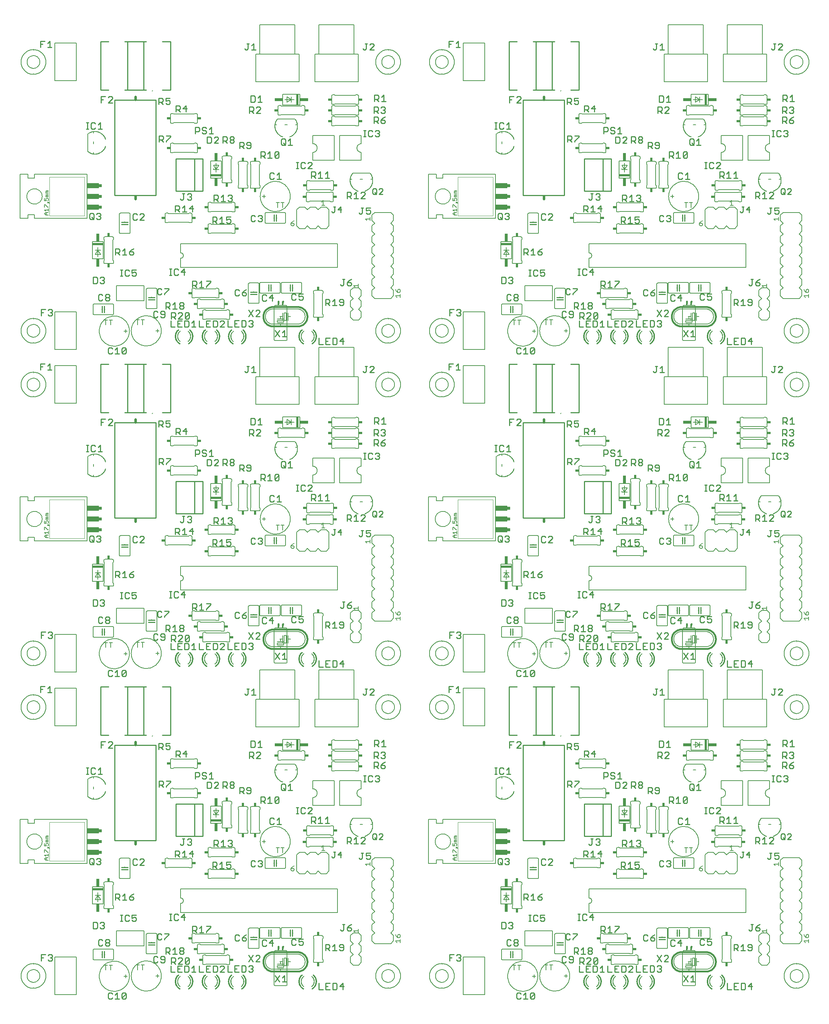
<source format=gbr>
G75*
G70*
%OFA0B0*%
%FSLAX24Y24*%
%IPPOS*%
%LPD*%
%AMOC8*
5,1,8,0,0,1.08239X$1,22.5*
%
%ADD10C,0.0110*%
%ADD11C,0.0090*%
%ADD12C,0.0060*%
%ADD13C,0.0100*%
%ADD14C,0.0080*%
%ADD15R,0.0240X0.0340*%
%ADD16R,0.0340X0.0240*%
%ADD17C,0.0050*%
%ADD18C,0.0020*%
%ADD19R,0.0250X0.0300*%
%ADD20R,0.1100X0.0500*%
%ADD21C,0.0010*%
%ADD22R,0.0200X0.1000*%
%ADD23R,0.0750X0.0300*%
%ADD24R,0.1000X0.0200*%
%ADD25R,0.0300X0.0750*%
%ADD26R,0.0160X0.0230*%
%ADD27C,0.0160*%
%ADD28C,0.0240*%
D10*
X014553Y009247D02*
X014553Y009837D01*
X014947Y009837D01*
X015198Y009739D02*
X015296Y009837D01*
X015493Y009837D01*
X015591Y009739D01*
X015591Y009640D01*
X015493Y009542D01*
X015591Y009444D01*
X015591Y009345D01*
X015493Y009247D01*
X015296Y009247D01*
X015198Y009345D01*
X015395Y009542D02*
X015493Y009542D01*
X014750Y009542D02*
X014553Y009542D01*
X019392Y012247D02*
X019688Y012247D01*
X019786Y012345D01*
X019786Y012739D01*
X019688Y012837D01*
X019392Y012837D01*
X019392Y012247D01*
X020037Y012345D02*
X020135Y012247D01*
X020332Y012247D01*
X020431Y012345D01*
X020431Y012444D01*
X020332Y012542D01*
X020234Y012542D01*
X020332Y012542D02*
X020431Y012640D01*
X020431Y012739D01*
X020332Y012837D01*
X020135Y012837D01*
X020037Y012739D01*
X019976Y011237D02*
X019877Y011139D01*
X019877Y010745D01*
X019976Y010647D01*
X020173Y010647D01*
X020271Y010745D01*
X020522Y010745D02*
X020522Y010844D01*
X020620Y010942D01*
X020817Y010942D01*
X020916Y010844D01*
X020916Y010745D01*
X020817Y010647D01*
X020620Y010647D01*
X020522Y010745D01*
X020620Y010942D02*
X020522Y011040D01*
X020522Y011139D01*
X020620Y011237D01*
X020817Y011237D01*
X020916Y011139D01*
X020916Y011040D01*
X020817Y010942D01*
X020271Y011139D02*
X020173Y011237D01*
X019976Y011237D01*
X021924Y012927D02*
X022120Y012927D01*
X022022Y012927D02*
X022022Y013517D01*
X021924Y013517D02*
X022120Y013517D01*
X022353Y013419D02*
X022353Y013025D01*
X022452Y012927D01*
X022648Y012927D01*
X022747Y013025D01*
X022998Y013025D02*
X023096Y012927D01*
X023293Y012927D01*
X023391Y013025D01*
X023391Y013222D01*
X023293Y013320D01*
X023195Y013320D01*
X022998Y013222D01*
X022998Y013517D01*
X023391Y013517D01*
X022747Y013419D02*
X022648Y013517D01*
X022452Y013517D01*
X022353Y013419D01*
X022309Y014897D02*
X022309Y015487D01*
X022112Y015290D01*
X021861Y015192D02*
X021763Y015094D01*
X021467Y015094D01*
X021664Y015094D02*
X021861Y014897D01*
X022112Y014897D02*
X022506Y014897D01*
X022756Y014995D02*
X022855Y014897D01*
X023052Y014897D01*
X023150Y014995D01*
X023150Y015094D01*
X023052Y015192D01*
X022756Y015192D01*
X022756Y014995D01*
X022756Y015192D02*
X022953Y015389D01*
X023150Y015487D01*
X021861Y015389D02*
X021861Y015192D01*
X021861Y015389D02*
X021763Y015487D01*
X021467Y015487D01*
X021467Y014897D01*
X019993Y018197D02*
X019796Y018197D01*
X019698Y018295D01*
X019447Y018295D02*
X019348Y018197D01*
X019152Y018197D01*
X019053Y018295D01*
X019053Y018689D01*
X019152Y018787D01*
X019348Y018787D01*
X019447Y018689D01*
X019447Y018295D01*
X019447Y018197D02*
X019250Y018394D01*
X019698Y018689D02*
X019796Y018787D01*
X019993Y018787D01*
X020091Y018689D01*
X020091Y018590D01*
X019993Y018492D01*
X020091Y018394D01*
X020091Y018295D01*
X019993Y018197D01*
X019993Y018492D02*
X019895Y018492D01*
X023092Y018639D02*
X023092Y018245D01*
X023191Y018147D01*
X023388Y018147D01*
X023486Y018245D01*
X023737Y018147D02*
X024131Y018540D01*
X024131Y018639D01*
X024032Y018737D01*
X023835Y018737D01*
X023737Y018639D01*
X023486Y018639D02*
X023388Y018737D01*
X023191Y018737D01*
X023092Y018639D01*
X023737Y018147D02*
X024131Y018147D01*
X027042Y018897D02*
X027042Y019487D01*
X027338Y019487D01*
X027436Y019389D01*
X027436Y019192D01*
X027338Y019094D01*
X027042Y019094D01*
X027239Y019094D02*
X027436Y018897D01*
X027687Y018897D02*
X028081Y018897D01*
X027884Y018897D02*
X027884Y019487D01*
X027687Y019290D01*
X028331Y019192D02*
X028725Y019192D01*
X028627Y019487D02*
X028331Y019192D01*
X028627Y018897D02*
X028627Y019487D01*
X028443Y020022D02*
X028246Y020022D01*
X028148Y020120D01*
X028345Y020317D02*
X028443Y020317D01*
X028541Y020219D01*
X028541Y020120D01*
X028443Y020022D01*
X028443Y020317D02*
X028541Y020415D01*
X028541Y020514D01*
X028443Y020612D01*
X028246Y020612D01*
X028148Y020514D01*
X027897Y020612D02*
X027700Y020612D01*
X027798Y020612D02*
X027798Y020120D01*
X027700Y020022D01*
X027602Y020022D01*
X027503Y020120D01*
X030642Y020069D02*
X030938Y020069D01*
X031036Y020167D01*
X031036Y020364D01*
X030938Y020462D01*
X030642Y020462D01*
X030642Y019872D01*
X030839Y020069D02*
X031036Y019872D01*
X031287Y019872D02*
X031681Y019872D01*
X031484Y019872D02*
X031484Y020462D01*
X031287Y020265D01*
X031931Y020364D02*
X032030Y020462D01*
X032227Y020462D01*
X032325Y020364D01*
X032325Y020265D01*
X032227Y020167D01*
X032325Y020069D01*
X032325Y019970D01*
X032227Y019872D01*
X032030Y019872D01*
X031931Y019970D01*
X032128Y020167D02*
X032227Y020167D01*
X032191Y018437D02*
X031798Y018437D01*
X031798Y018142D01*
X031995Y018240D01*
X032093Y018240D01*
X032191Y018142D01*
X032191Y017945D01*
X032093Y017847D01*
X031896Y017847D01*
X031798Y017945D01*
X031547Y017847D02*
X031153Y017847D01*
X031350Y017847D02*
X031350Y018437D01*
X031153Y018240D01*
X030902Y018142D02*
X030804Y018044D01*
X030509Y018044D01*
X030706Y018044D02*
X030902Y017847D01*
X030902Y018142D02*
X030902Y018339D01*
X030804Y018437D01*
X030509Y018437D01*
X030509Y017847D01*
X034078Y018095D02*
X034177Y017997D01*
X034373Y017997D01*
X034472Y018095D01*
X034723Y018095D02*
X034821Y017997D01*
X035018Y017997D01*
X035116Y018095D01*
X035116Y018194D01*
X035018Y018292D01*
X034920Y018292D01*
X035018Y018292D02*
X035116Y018390D01*
X035116Y018489D01*
X035018Y018587D01*
X034821Y018587D01*
X034723Y018489D01*
X034472Y018489D02*
X034373Y018587D01*
X034177Y018587D01*
X034078Y018489D01*
X034078Y018095D01*
X035941Y021947D02*
X036138Y021947D01*
X036236Y022045D01*
X036487Y021947D02*
X036881Y021947D01*
X036684Y021947D02*
X036684Y022537D01*
X036487Y022340D01*
X036236Y022439D02*
X036138Y022537D01*
X035941Y022537D01*
X035842Y022439D01*
X035842Y022045D01*
X035941Y021947D01*
X036031Y023922D02*
X035637Y023922D01*
X035834Y023922D02*
X035834Y024512D01*
X035637Y024315D01*
X035386Y024217D02*
X035288Y024119D01*
X034992Y024119D01*
X035189Y024119D02*
X035386Y023922D01*
X035386Y024217D02*
X035386Y024414D01*
X035288Y024512D01*
X034992Y024512D01*
X034992Y023922D01*
X036281Y024020D02*
X036675Y024414D01*
X036675Y024020D01*
X036577Y023922D01*
X036380Y023922D01*
X036281Y024020D01*
X036281Y024414D01*
X036380Y024512D01*
X036577Y024512D01*
X036675Y024414D01*
X036991Y025122D02*
X036892Y025220D01*
X036892Y025614D01*
X036991Y025712D01*
X037188Y025712D01*
X037286Y025614D01*
X037286Y025220D01*
X037188Y025122D01*
X036991Y025122D01*
X037089Y025319D02*
X037286Y025122D01*
X037537Y025122D02*
X037931Y025122D01*
X037734Y025122D02*
X037734Y025712D01*
X037537Y025515D01*
X038289Y023522D02*
X038485Y023522D01*
X038387Y023522D02*
X038387Y022932D01*
X038289Y022932D02*
X038485Y022932D01*
X038718Y023030D02*
X038817Y022932D01*
X039013Y022932D01*
X039112Y023030D01*
X039363Y022932D02*
X039756Y023325D01*
X039756Y023424D01*
X039658Y023522D01*
X039461Y023522D01*
X039363Y023424D01*
X039112Y023424D02*
X039013Y023522D01*
X038817Y023522D01*
X038718Y023424D01*
X038718Y023030D01*
X039363Y022932D02*
X039756Y022932D01*
X039692Y022637D02*
X039988Y022637D01*
X040086Y022539D01*
X040086Y022342D01*
X039988Y022244D01*
X039692Y022244D01*
X039889Y022244D02*
X040086Y022047D01*
X040337Y022047D02*
X040731Y022047D01*
X040534Y022047D02*
X040534Y022637D01*
X040337Y022440D01*
X040981Y022440D02*
X041178Y022637D01*
X041178Y022047D01*
X040981Y022047D02*
X041375Y022047D01*
X039692Y022047D02*
X039692Y022637D01*
X043012Y020737D02*
X043308Y020737D01*
X043406Y020639D01*
X043406Y020442D01*
X043308Y020344D01*
X043012Y020344D01*
X043209Y020344D02*
X043406Y020147D01*
X043657Y020147D02*
X044051Y020147D01*
X043854Y020147D02*
X043854Y020737D01*
X043657Y020540D01*
X044301Y020639D02*
X044400Y020737D01*
X044597Y020737D01*
X044695Y020639D01*
X044695Y020540D01*
X044301Y020147D01*
X044695Y020147D01*
X044787Y019287D02*
X044787Y018992D01*
X044984Y019090D01*
X045082Y019090D01*
X045181Y018992D01*
X045181Y018795D01*
X045082Y018697D01*
X044885Y018697D01*
X044787Y018795D01*
X044438Y018795D02*
X044438Y019287D01*
X044536Y019287D02*
X044339Y019287D01*
X044787Y019287D02*
X045181Y019287D01*
X044438Y018795D02*
X044339Y018697D01*
X044241Y018697D01*
X044142Y018795D01*
X043012Y020147D02*
X043012Y020737D01*
X044567Y025897D02*
X044764Y025897D01*
X044666Y025897D02*
X044666Y026487D01*
X044764Y026487D02*
X044567Y026487D01*
X044997Y026389D02*
X044997Y025995D01*
X045095Y025897D01*
X045292Y025897D01*
X045391Y025995D01*
X045642Y025995D02*
X045740Y025897D01*
X045937Y025897D01*
X046035Y025995D01*
X046035Y026094D01*
X045937Y026192D01*
X045838Y026192D01*
X045937Y026192D02*
X046035Y026290D01*
X046035Y026389D01*
X045937Y026487D01*
X045740Y026487D01*
X045642Y026389D01*
X045391Y026389D02*
X045292Y026487D01*
X045095Y026487D01*
X044997Y026389D01*
X045517Y027147D02*
X045517Y027737D01*
X045813Y027737D01*
X045911Y027639D01*
X045911Y027442D01*
X045813Y027344D01*
X045517Y027344D01*
X045714Y027344D02*
X045911Y027147D01*
X046162Y027245D02*
X046260Y027147D01*
X046457Y027147D01*
X046556Y027245D01*
X046556Y027344D01*
X046457Y027442D01*
X046162Y027442D01*
X046162Y027245D01*
X046162Y027442D02*
X046359Y027639D01*
X046556Y027737D01*
X046457Y028072D02*
X046260Y028072D01*
X046162Y028170D01*
X045911Y028072D02*
X045714Y028269D01*
X045813Y028269D02*
X045517Y028269D01*
X045517Y028072D02*
X045517Y028662D01*
X045813Y028662D01*
X045911Y028564D01*
X045911Y028367D01*
X045813Y028269D01*
X046162Y028564D02*
X046260Y028662D01*
X046457Y028662D01*
X046556Y028564D01*
X046556Y028465D01*
X046457Y028367D01*
X046556Y028269D01*
X046556Y028170D01*
X046457Y028072D01*
X046457Y028367D02*
X046359Y028367D01*
X046414Y029187D02*
X046414Y029777D01*
X046217Y029580D01*
X045966Y029482D02*
X045868Y029384D01*
X045572Y029384D01*
X045769Y029384D02*
X045966Y029187D01*
X046217Y029187D02*
X046611Y029187D01*
X045966Y029482D02*
X045966Y029679D01*
X045868Y029777D01*
X045572Y029777D01*
X045572Y029187D01*
X045523Y033965D02*
X045129Y033965D01*
X045523Y034359D01*
X045523Y034457D01*
X045424Y034555D01*
X045227Y034555D01*
X045129Y034457D01*
X044878Y034555D02*
X044681Y034555D01*
X044780Y034555D02*
X044780Y034063D01*
X044681Y033965D01*
X044583Y033965D01*
X044484Y034063D01*
X042621Y036572D02*
X042621Y037162D01*
X042326Y036867D01*
X042720Y036867D01*
X042075Y037064D02*
X041977Y037162D01*
X041681Y037162D01*
X041681Y036572D01*
X041977Y036572D01*
X042075Y036670D01*
X042075Y037064D01*
X041431Y037162D02*
X041037Y037162D01*
X041037Y036572D01*
X041431Y036572D01*
X041234Y036867D02*
X041037Y036867D01*
X040786Y036572D02*
X040392Y036572D01*
X040392Y037162D01*
X041009Y040197D02*
X041009Y040787D01*
X041304Y040787D01*
X041402Y040689D01*
X041402Y040492D01*
X041304Y040394D01*
X041009Y040394D01*
X041206Y040394D02*
X041402Y040197D01*
X041653Y040197D02*
X042047Y040197D01*
X041850Y040197D02*
X041850Y040787D01*
X041653Y040590D01*
X042298Y040590D02*
X042396Y040492D01*
X042691Y040492D01*
X042691Y040689D02*
X042593Y040787D01*
X042396Y040787D01*
X042298Y040689D01*
X042298Y040590D01*
X042298Y040295D02*
X042396Y040197D01*
X042593Y040197D01*
X042691Y040295D01*
X042691Y040689D01*
X042589Y042047D02*
X042688Y042145D01*
X042688Y042637D01*
X042786Y042637D02*
X042589Y042637D01*
X042392Y042145D02*
X042491Y042047D01*
X042589Y042047D01*
X043037Y042145D02*
X043135Y042047D01*
X043332Y042047D01*
X043431Y042145D01*
X043431Y042244D01*
X043332Y042342D01*
X043037Y042342D01*
X043037Y042145D01*
X043037Y042342D02*
X043234Y042539D01*
X043431Y042637D01*
X038911Y041287D02*
X038517Y041287D01*
X038517Y040992D01*
X038714Y041090D01*
X038812Y041090D01*
X038911Y040992D01*
X038911Y040795D01*
X038812Y040697D01*
X038615Y040697D01*
X038517Y040795D01*
X038266Y040795D02*
X038168Y040697D01*
X037971Y040697D01*
X037872Y040795D01*
X037872Y041189D01*
X037971Y041287D01*
X038168Y041287D01*
X038266Y041189D01*
X036166Y040907D02*
X035772Y040907D01*
X036067Y041202D01*
X036067Y040612D01*
X035521Y040710D02*
X035423Y040612D01*
X035226Y040612D01*
X035127Y040710D01*
X035127Y041104D01*
X035226Y041202D01*
X035423Y041202D01*
X035521Y041104D01*
X034807Y039762D02*
X034610Y039762D01*
X034512Y039664D01*
X034261Y039762D02*
X033867Y039172D01*
X033954Y038802D02*
X034151Y038802D01*
X034250Y038704D01*
X034250Y038605D01*
X034151Y038507D01*
X034250Y038409D01*
X034250Y038310D01*
X034151Y038212D01*
X033954Y038212D01*
X033856Y038310D01*
X033605Y038310D02*
X033605Y038704D01*
X033507Y038802D01*
X033211Y038802D01*
X033211Y038212D01*
X033507Y038212D01*
X033605Y038310D01*
X033856Y038704D02*
X033954Y038802D01*
X034053Y038507D02*
X034151Y038507D01*
X034261Y039172D02*
X033867Y039762D01*
X034512Y039172D02*
X034906Y039565D01*
X034906Y039664D01*
X034807Y039762D01*
X034906Y039172D02*
X034512Y039172D01*
X032961Y038802D02*
X032567Y038802D01*
X032567Y038212D01*
X032961Y038212D01*
X032764Y038507D02*
X032567Y038507D01*
X032316Y038212D02*
X031922Y038212D01*
X031922Y038802D01*
X031595Y038689D02*
X031496Y038787D01*
X031299Y038787D01*
X031201Y038689D01*
X030950Y038689D02*
X030852Y038787D01*
X030556Y038787D01*
X030556Y038197D01*
X030852Y038197D01*
X030950Y038295D01*
X030950Y038689D01*
X031201Y038197D02*
X031595Y038590D01*
X031595Y038689D01*
X031595Y038197D02*
X031201Y038197D01*
X030306Y038197D02*
X029912Y038197D01*
X029912Y038787D01*
X030306Y038787D01*
X030109Y038492D02*
X029912Y038492D01*
X029661Y038197D02*
X029267Y038197D01*
X029267Y038787D01*
X028743Y038787D02*
X028743Y038197D01*
X028546Y038197D02*
X028940Y038197D01*
X028546Y038590D02*
X028743Y038787D01*
X028295Y038689D02*
X028197Y038787D01*
X027901Y038787D01*
X027901Y038197D01*
X028197Y038197D01*
X028295Y038295D01*
X028295Y038689D01*
X028238Y038952D02*
X028041Y038952D01*
X027943Y039050D01*
X028336Y039444D01*
X028336Y039050D01*
X028238Y038952D01*
X027943Y039050D02*
X027943Y039444D01*
X028041Y039542D01*
X028238Y039542D01*
X028336Y039444D01*
X027692Y039444D02*
X027593Y039542D01*
X027397Y039542D01*
X027298Y039444D01*
X027047Y039444D02*
X027047Y039247D01*
X026949Y039149D01*
X026654Y039149D01*
X026851Y039149D02*
X027047Y038952D01*
X027298Y038952D02*
X027692Y039345D01*
X027692Y039444D01*
X027728Y039887D02*
X027531Y039887D01*
X027433Y039985D01*
X027433Y040084D01*
X027531Y040182D01*
X027728Y040182D01*
X027826Y040084D01*
X027826Y039985D01*
X027728Y039887D01*
X027728Y040182D02*
X027826Y040280D01*
X027826Y040379D01*
X027728Y040477D01*
X027531Y040477D01*
X027433Y040379D01*
X027433Y040280D01*
X027531Y040182D01*
X027182Y039887D02*
X026788Y039887D01*
X026985Y039887D02*
X026985Y040477D01*
X026788Y040280D01*
X026537Y040182D02*
X026439Y040084D01*
X026144Y040084D01*
X026341Y040084D02*
X026537Y039887D01*
X026537Y040182D02*
X026537Y040379D01*
X026439Y040477D01*
X026144Y040477D01*
X026144Y039887D01*
X025953Y039672D02*
X025756Y039672D01*
X025658Y039574D01*
X025658Y039475D01*
X025756Y039377D01*
X026051Y039377D01*
X026051Y039574D02*
X025953Y039672D01*
X026051Y039574D02*
X026051Y039180D01*
X025953Y039082D01*
X025756Y039082D01*
X025658Y039180D01*
X025407Y039180D02*
X025308Y039082D01*
X025112Y039082D01*
X025013Y039180D01*
X025013Y039574D01*
X025112Y039672D01*
X025308Y039672D01*
X025407Y039574D01*
X026654Y039542D02*
X026949Y039542D01*
X027047Y039444D01*
X026654Y039542D02*
X026654Y038952D01*
X026612Y038787D02*
X026612Y038197D01*
X027006Y038197D01*
X027257Y038197D02*
X027651Y038197D01*
X027454Y038492D02*
X027257Y038492D01*
X027257Y038787D02*
X027257Y038197D01*
X027257Y038787D02*
X027651Y038787D01*
X027692Y038952D02*
X027298Y038952D01*
X026023Y041197D02*
X026023Y041295D01*
X026416Y041689D01*
X026416Y041787D01*
X026023Y041787D01*
X025772Y041689D02*
X025673Y041787D01*
X025477Y041787D01*
X025378Y041689D01*
X025378Y041295D01*
X025477Y041197D01*
X025673Y041197D01*
X025772Y041295D01*
X026492Y043007D02*
X026689Y043007D01*
X026591Y043007D02*
X026591Y043597D01*
X026689Y043597D02*
X026492Y043597D01*
X026922Y043499D02*
X026922Y043105D01*
X027020Y043007D01*
X027217Y043007D01*
X027316Y043105D01*
X027567Y043302D02*
X027960Y043302D01*
X027862Y043597D02*
X027567Y043302D01*
X027316Y043499D02*
X027217Y043597D01*
X027020Y043597D01*
X026922Y043499D01*
X027862Y043597D02*
X027862Y043007D01*
X028634Y042462D02*
X028929Y042462D01*
X029027Y042364D01*
X029027Y042167D01*
X028929Y042069D01*
X028634Y042069D01*
X028831Y042069D02*
X029027Y041872D01*
X029278Y041872D02*
X029672Y041872D01*
X029475Y041872D02*
X029475Y042462D01*
X029278Y042265D01*
X028634Y042462D02*
X028634Y041872D01*
X029923Y041872D02*
X029923Y041970D01*
X030316Y042364D01*
X030316Y042462D01*
X029923Y042462D01*
X032603Y041589D02*
X032603Y041195D01*
X032702Y041097D01*
X032898Y041097D01*
X032997Y041195D01*
X033248Y041195D02*
X033346Y041097D01*
X033543Y041097D01*
X033641Y041195D01*
X033641Y041294D01*
X033543Y041392D01*
X033248Y041392D01*
X033248Y041195D01*
X033248Y041392D02*
X033445Y041589D01*
X033641Y041687D01*
X032997Y041589D02*
X032898Y041687D01*
X032702Y041687D01*
X032603Y041589D01*
X036342Y037887D02*
X036736Y037297D01*
X036987Y037297D02*
X037381Y037297D01*
X037184Y037297D02*
X037184Y037887D01*
X036987Y037690D01*
X036736Y037887D02*
X036342Y037297D01*
X034326Y034555D02*
X034326Y033965D01*
X034129Y033965D02*
X034523Y033965D01*
X034129Y034359D02*
X034326Y034555D01*
X033878Y034555D02*
X033681Y034555D01*
X033780Y034555D02*
X033780Y034063D01*
X033681Y033965D01*
X033583Y033965D01*
X033484Y034063D01*
X034067Y029712D02*
X034363Y029712D01*
X034461Y029614D01*
X034461Y029220D01*
X034363Y029122D01*
X034067Y029122D01*
X034067Y029712D01*
X034712Y029515D02*
X034909Y029712D01*
X034909Y029122D01*
X034712Y029122D02*
X035106Y029122D01*
X034857Y028662D02*
X034660Y028662D01*
X034562Y028564D01*
X034311Y028564D02*
X034311Y028367D01*
X034213Y028269D01*
X033917Y028269D01*
X034114Y028269D02*
X034311Y028072D01*
X034562Y028072D02*
X034956Y028465D01*
X034956Y028564D01*
X034857Y028662D01*
X034311Y028564D02*
X034213Y028662D01*
X033917Y028662D01*
X033917Y028072D01*
X034562Y028072D02*
X034956Y028072D01*
X033968Y025387D02*
X033771Y025387D01*
X033673Y025289D01*
X033673Y025190D01*
X033771Y025092D01*
X034066Y025092D01*
X034066Y025289D02*
X033968Y025387D01*
X034066Y025289D02*
X034066Y024895D01*
X033968Y024797D01*
X033771Y024797D01*
X033673Y024895D01*
X033422Y024797D02*
X033225Y024994D01*
X033323Y024994D02*
X033028Y024994D01*
X033028Y024797D02*
X033028Y025387D01*
X033323Y025387D01*
X033422Y025289D01*
X033422Y025092D01*
X033323Y024994D01*
X032506Y025420D02*
X032407Y025322D01*
X032210Y025322D01*
X032112Y025420D01*
X032112Y025519D01*
X032210Y025617D01*
X032407Y025617D01*
X032506Y025519D01*
X032506Y025420D01*
X032407Y025617D02*
X032506Y025715D01*
X032506Y025814D01*
X032407Y025912D01*
X032210Y025912D01*
X032112Y025814D01*
X032112Y025715D01*
X032210Y025617D01*
X031861Y025617D02*
X031763Y025519D01*
X031467Y025519D01*
X031664Y025519D02*
X031861Y025322D01*
X031861Y025617D02*
X031861Y025814D01*
X031763Y025912D01*
X031467Y025912D01*
X031467Y025322D01*
X031041Y025297D02*
X030648Y025297D01*
X031041Y025690D01*
X031041Y025789D01*
X030943Y025887D01*
X030746Y025887D01*
X030648Y025789D01*
X030397Y025789D02*
X030298Y025887D01*
X030003Y025887D01*
X030003Y025297D01*
X030298Y025297D01*
X030397Y025395D01*
X030397Y025789D01*
X030378Y026172D02*
X030378Y026762D01*
X030181Y026565D01*
X029931Y026664D02*
X029832Y026762D01*
X029635Y026762D01*
X029537Y026664D01*
X029537Y026565D01*
X029635Y026467D01*
X029832Y026467D01*
X029931Y026369D01*
X029931Y026270D01*
X029832Y026172D01*
X029635Y026172D01*
X029537Y026270D01*
X029286Y026467D02*
X029188Y026369D01*
X028892Y026369D01*
X028892Y026172D02*
X028892Y026762D01*
X029188Y026762D01*
X029286Y026664D01*
X029286Y026467D01*
X030181Y026172D02*
X030575Y026172D01*
X028032Y028197D02*
X028032Y028787D01*
X027737Y028492D01*
X028131Y028492D01*
X027486Y028492D02*
X027388Y028394D01*
X027092Y028394D01*
X027289Y028394D02*
X027486Y028197D01*
X027486Y028492D02*
X027486Y028689D01*
X027388Y028787D01*
X027092Y028787D01*
X027092Y028197D01*
X026443Y028897D02*
X026246Y028897D01*
X026148Y028995D01*
X026148Y029192D02*
X026345Y029290D01*
X026443Y029290D01*
X026541Y029192D01*
X026541Y028995D01*
X026443Y028897D01*
X026148Y029192D02*
X026148Y029487D01*
X026541Y029487D01*
X025897Y029389D02*
X025897Y029192D01*
X025798Y029094D01*
X025503Y029094D01*
X025700Y029094D02*
X025897Y028897D01*
X025503Y028897D02*
X025503Y029487D01*
X025798Y029487D01*
X025897Y029389D01*
X025838Y025987D02*
X025542Y025987D01*
X025542Y025397D01*
X025542Y025594D02*
X025838Y025594D01*
X025936Y025692D01*
X025936Y025889D01*
X025838Y025987D01*
X026187Y025987D02*
X026581Y025987D01*
X026581Y025889D01*
X026187Y025495D01*
X026187Y025397D01*
X025936Y025397D02*
X025739Y025594D01*
X021181Y029047D02*
X020787Y029047D01*
X021181Y029440D01*
X021181Y029539D01*
X021082Y029637D01*
X020885Y029637D01*
X020787Y029539D01*
X020536Y029637D02*
X020142Y029637D01*
X020142Y029047D01*
X020142Y029342D02*
X020339Y029342D01*
X020045Y027212D02*
X020045Y026622D01*
X020241Y026622D02*
X019848Y026622D01*
X019597Y026720D02*
X019498Y026622D01*
X019302Y026622D01*
X019203Y026720D01*
X019203Y027114D01*
X019302Y027212D01*
X019498Y027212D01*
X019597Y027114D01*
X019848Y027015D02*
X020045Y027212D01*
X018970Y027212D02*
X018774Y027212D01*
X018872Y027212D02*
X018872Y026622D01*
X018774Y026622D02*
X018970Y026622D01*
X015541Y034197D02*
X015148Y034197D01*
X015345Y034197D02*
X015345Y034787D01*
X015148Y034590D01*
X014897Y034787D02*
X014503Y034787D01*
X014503Y034197D01*
X014503Y034492D02*
X014700Y034492D01*
X014553Y039247D02*
X014553Y039837D01*
X014947Y039837D01*
X015198Y039739D02*
X015296Y039837D01*
X015493Y039837D01*
X015591Y039739D01*
X015591Y039640D01*
X015493Y039542D01*
X015591Y039444D01*
X015591Y039345D01*
X015493Y039247D01*
X015296Y039247D01*
X015198Y039345D01*
X015395Y039542D02*
X015493Y039542D01*
X014750Y039542D02*
X014553Y039542D01*
X019392Y042247D02*
X019688Y042247D01*
X019786Y042345D01*
X019786Y042739D01*
X019688Y042837D01*
X019392Y042837D01*
X019392Y042247D01*
X020037Y042345D02*
X020135Y042247D01*
X020332Y042247D01*
X020431Y042345D01*
X020431Y042444D01*
X020332Y042542D01*
X020234Y042542D01*
X020332Y042542D02*
X020431Y042640D01*
X020431Y042739D01*
X020332Y042837D01*
X020135Y042837D01*
X020037Y042739D01*
X019976Y041237D02*
X019877Y041139D01*
X019877Y040745D01*
X019976Y040647D01*
X020173Y040647D01*
X020271Y040745D01*
X020522Y040745D02*
X020522Y040844D01*
X020620Y040942D01*
X020817Y040942D01*
X020916Y040844D01*
X020916Y040745D01*
X020817Y040647D01*
X020620Y040647D01*
X020522Y040745D01*
X020620Y040942D02*
X020522Y041040D01*
X020522Y041139D01*
X020620Y041237D01*
X020817Y041237D01*
X020916Y041139D01*
X020916Y041040D01*
X020817Y040942D01*
X020271Y041139D02*
X020173Y041237D01*
X019976Y041237D01*
X021924Y042927D02*
X022120Y042927D01*
X022022Y042927D02*
X022022Y043517D01*
X021924Y043517D02*
X022120Y043517D01*
X022353Y043419D02*
X022353Y043025D01*
X022452Y042927D01*
X022648Y042927D01*
X022747Y043025D01*
X022998Y043025D02*
X023096Y042927D01*
X023293Y042927D01*
X023391Y043025D01*
X023391Y043222D01*
X023293Y043320D01*
X023195Y043320D01*
X022998Y043222D01*
X022998Y043517D01*
X023391Y043517D01*
X022747Y043419D02*
X022648Y043517D01*
X022452Y043517D01*
X022353Y043419D01*
X022309Y044897D02*
X022309Y045487D01*
X022112Y045290D01*
X021861Y045192D02*
X021763Y045094D01*
X021467Y045094D01*
X021664Y045094D02*
X021861Y044897D01*
X022112Y044897D02*
X022506Y044897D01*
X022756Y044995D02*
X022855Y044897D01*
X023052Y044897D01*
X023150Y044995D01*
X023150Y045094D01*
X023052Y045192D01*
X022756Y045192D01*
X022756Y044995D01*
X022756Y045192D02*
X022953Y045389D01*
X023150Y045487D01*
X021861Y045389D02*
X021861Y045192D01*
X021861Y045389D02*
X021763Y045487D01*
X021467Y045487D01*
X021467Y044897D01*
X019993Y048197D02*
X019796Y048197D01*
X019698Y048295D01*
X019447Y048295D02*
X019348Y048197D01*
X019152Y048197D01*
X019053Y048295D01*
X019053Y048689D01*
X019152Y048787D01*
X019348Y048787D01*
X019447Y048689D01*
X019447Y048295D01*
X019447Y048197D02*
X019250Y048394D01*
X019698Y048689D02*
X019796Y048787D01*
X019993Y048787D01*
X020091Y048689D01*
X020091Y048590D01*
X019993Y048492D01*
X020091Y048394D01*
X020091Y048295D01*
X019993Y048197D01*
X019993Y048492D02*
X019895Y048492D01*
X023092Y048639D02*
X023092Y048245D01*
X023191Y048147D01*
X023388Y048147D01*
X023486Y048245D01*
X023737Y048147D02*
X024131Y048540D01*
X024131Y048639D01*
X024032Y048737D01*
X023835Y048737D01*
X023737Y048639D01*
X023486Y048639D02*
X023388Y048737D01*
X023191Y048737D01*
X023092Y048639D01*
X023737Y048147D02*
X024131Y048147D01*
X027042Y048897D02*
X027042Y049487D01*
X027338Y049487D01*
X027436Y049389D01*
X027436Y049192D01*
X027338Y049094D01*
X027042Y049094D01*
X027239Y049094D02*
X027436Y048897D01*
X027687Y048897D02*
X028081Y048897D01*
X027884Y048897D02*
X027884Y049487D01*
X027687Y049290D01*
X028331Y049192D02*
X028725Y049192D01*
X028627Y049487D02*
X028331Y049192D01*
X028627Y048897D02*
X028627Y049487D01*
X028443Y050022D02*
X028246Y050022D01*
X028148Y050120D01*
X028345Y050317D02*
X028443Y050317D01*
X028541Y050219D01*
X028541Y050120D01*
X028443Y050022D01*
X028443Y050317D02*
X028541Y050415D01*
X028541Y050514D01*
X028443Y050612D01*
X028246Y050612D01*
X028148Y050514D01*
X027897Y050612D02*
X027700Y050612D01*
X027798Y050612D02*
X027798Y050120D01*
X027700Y050022D01*
X027602Y050022D01*
X027503Y050120D01*
X030642Y050069D02*
X030938Y050069D01*
X031036Y050167D01*
X031036Y050364D01*
X030938Y050462D01*
X030642Y050462D01*
X030642Y049872D01*
X030839Y050069D02*
X031036Y049872D01*
X031287Y049872D02*
X031681Y049872D01*
X031484Y049872D02*
X031484Y050462D01*
X031287Y050265D01*
X031931Y050364D02*
X032030Y050462D01*
X032227Y050462D01*
X032325Y050364D01*
X032325Y050265D01*
X032227Y050167D01*
X032325Y050069D01*
X032325Y049970D01*
X032227Y049872D01*
X032030Y049872D01*
X031931Y049970D01*
X032128Y050167D02*
X032227Y050167D01*
X032191Y048437D02*
X031798Y048437D01*
X031798Y048142D01*
X031995Y048240D01*
X032093Y048240D01*
X032191Y048142D01*
X032191Y047945D01*
X032093Y047847D01*
X031896Y047847D01*
X031798Y047945D01*
X031547Y047847D02*
X031153Y047847D01*
X031350Y047847D02*
X031350Y048437D01*
X031153Y048240D01*
X030902Y048142D02*
X030804Y048044D01*
X030509Y048044D01*
X030706Y048044D02*
X030902Y047847D01*
X030902Y048142D02*
X030902Y048339D01*
X030804Y048437D01*
X030509Y048437D01*
X030509Y047847D01*
X034078Y048095D02*
X034177Y047997D01*
X034373Y047997D01*
X034472Y048095D01*
X034723Y048095D02*
X034821Y047997D01*
X035018Y047997D01*
X035116Y048095D01*
X035116Y048194D01*
X035018Y048292D01*
X034920Y048292D01*
X035018Y048292D02*
X035116Y048390D01*
X035116Y048489D01*
X035018Y048587D01*
X034821Y048587D01*
X034723Y048489D01*
X034472Y048489D02*
X034373Y048587D01*
X034177Y048587D01*
X034078Y048489D01*
X034078Y048095D01*
X035941Y051947D02*
X036138Y051947D01*
X036236Y052045D01*
X036487Y051947D02*
X036881Y051947D01*
X036684Y051947D02*
X036684Y052537D01*
X036487Y052340D01*
X036236Y052439D02*
X036138Y052537D01*
X035941Y052537D01*
X035842Y052439D01*
X035842Y052045D01*
X035941Y051947D01*
X036031Y053922D02*
X035637Y053922D01*
X035834Y053922D02*
X035834Y054512D01*
X035637Y054315D01*
X035386Y054217D02*
X035288Y054119D01*
X034992Y054119D01*
X035189Y054119D02*
X035386Y053922D01*
X035386Y054217D02*
X035386Y054414D01*
X035288Y054512D01*
X034992Y054512D01*
X034992Y053922D01*
X036281Y054020D02*
X036675Y054414D01*
X036675Y054020D01*
X036577Y053922D01*
X036380Y053922D01*
X036281Y054020D01*
X036281Y054414D01*
X036380Y054512D01*
X036577Y054512D01*
X036675Y054414D01*
X036991Y055122D02*
X036892Y055220D01*
X036892Y055614D01*
X036991Y055712D01*
X037188Y055712D01*
X037286Y055614D01*
X037286Y055220D01*
X037188Y055122D01*
X036991Y055122D01*
X037089Y055319D02*
X037286Y055122D01*
X037537Y055122D02*
X037931Y055122D01*
X037734Y055122D02*
X037734Y055712D01*
X037537Y055515D01*
X038289Y053522D02*
X038485Y053522D01*
X038387Y053522D02*
X038387Y052932D01*
X038289Y052932D02*
X038485Y052932D01*
X038718Y053030D02*
X038817Y052932D01*
X039013Y052932D01*
X039112Y053030D01*
X039363Y052932D02*
X039756Y053325D01*
X039756Y053424D01*
X039658Y053522D01*
X039461Y053522D01*
X039363Y053424D01*
X039112Y053424D02*
X039013Y053522D01*
X038817Y053522D01*
X038718Y053424D01*
X038718Y053030D01*
X039363Y052932D02*
X039756Y052932D01*
X039692Y052637D02*
X039988Y052637D01*
X040086Y052539D01*
X040086Y052342D01*
X039988Y052244D01*
X039692Y052244D01*
X039889Y052244D02*
X040086Y052047D01*
X040337Y052047D02*
X040731Y052047D01*
X040534Y052047D02*
X040534Y052637D01*
X040337Y052440D01*
X040981Y052440D02*
X041178Y052637D01*
X041178Y052047D01*
X040981Y052047D02*
X041375Y052047D01*
X039692Y052047D02*
X039692Y052637D01*
X043012Y050737D02*
X043012Y050147D01*
X043012Y050344D02*
X043308Y050344D01*
X043406Y050442D01*
X043406Y050639D01*
X043308Y050737D01*
X043012Y050737D01*
X043209Y050344D02*
X043406Y050147D01*
X043657Y050147D02*
X044051Y050147D01*
X043854Y050147D02*
X043854Y050737D01*
X043657Y050540D01*
X044301Y050639D02*
X044400Y050737D01*
X044597Y050737D01*
X044695Y050639D01*
X044695Y050540D01*
X044301Y050147D01*
X044695Y050147D01*
X044787Y049287D02*
X044787Y048992D01*
X044984Y049090D01*
X045082Y049090D01*
X045181Y048992D01*
X045181Y048795D01*
X045082Y048697D01*
X044885Y048697D01*
X044787Y048795D01*
X044438Y048795D02*
X044339Y048697D01*
X044241Y048697D01*
X044142Y048795D01*
X044438Y048795D02*
X044438Y049287D01*
X044536Y049287D02*
X044339Y049287D01*
X044787Y049287D02*
X045181Y049287D01*
X045095Y055897D02*
X045292Y055897D01*
X045391Y055995D01*
X045642Y055995D02*
X045740Y055897D01*
X045937Y055897D01*
X046035Y055995D01*
X046035Y056094D01*
X045937Y056192D01*
X045838Y056192D01*
X045937Y056192D02*
X046035Y056290D01*
X046035Y056389D01*
X045937Y056487D01*
X045740Y056487D01*
X045642Y056389D01*
X045391Y056389D02*
X045292Y056487D01*
X045095Y056487D01*
X044997Y056389D01*
X044997Y055995D01*
X045095Y055897D01*
X044764Y055897D02*
X044567Y055897D01*
X044666Y055897D02*
X044666Y056487D01*
X044764Y056487D02*
X044567Y056487D01*
X045517Y057147D02*
X045517Y057737D01*
X045813Y057737D01*
X045911Y057639D01*
X045911Y057442D01*
X045813Y057344D01*
X045517Y057344D01*
X045714Y057344D02*
X045911Y057147D01*
X046162Y057245D02*
X046260Y057147D01*
X046457Y057147D01*
X046556Y057245D01*
X046556Y057344D01*
X046457Y057442D01*
X046162Y057442D01*
X046162Y057245D01*
X046162Y057442D02*
X046359Y057639D01*
X046556Y057737D01*
X046457Y058072D02*
X046260Y058072D01*
X046162Y058170D01*
X045911Y058072D02*
X045714Y058269D01*
X045813Y058269D02*
X045517Y058269D01*
X045517Y058072D02*
X045517Y058662D01*
X045813Y058662D01*
X045911Y058564D01*
X045911Y058367D01*
X045813Y058269D01*
X046162Y058564D02*
X046260Y058662D01*
X046457Y058662D01*
X046556Y058564D01*
X046556Y058465D01*
X046457Y058367D01*
X046556Y058269D01*
X046556Y058170D01*
X046457Y058072D01*
X046457Y058367D02*
X046359Y058367D01*
X046414Y059187D02*
X046414Y059777D01*
X046217Y059580D01*
X045966Y059482D02*
X045868Y059384D01*
X045572Y059384D01*
X045769Y059384D02*
X045966Y059187D01*
X046217Y059187D02*
X046611Y059187D01*
X045966Y059482D02*
X045966Y059679D01*
X045868Y059777D01*
X045572Y059777D01*
X045572Y059187D01*
X045523Y063965D02*
X045129Y063965D01*
X045523Y064359D01*
X045523Y064457D01*
X045424Y064555D01*
X045227Y064555D01*
X045129Y064457D01*
X044878Y064555D02*
X044681Y064555D01*
X044780Y064555D02*
X044780Y064063D01*
X044681Y063965D01*
X044583Y063965D01*
X044484Y064063D01*
X042621Y066572D02*
X042621Y067162D01*
X042326Y066867D01*
X042720Y066867D01*
X042075Y067064D02*
X041977Y067162D01*
X041681Y067162D01*
X041681Y066572D01*
X041977Y066572D01*
X042075Y066670D01*
X042075Y067064D01*
X041431Y067162D02*
X041037Y067162D01*
X041037Y066572D01*
X041431Y066572D01*
X041234Y066867D02*
X041037Y066867D01*
X040786Y066572D02*
X040392Y066572D01*
X040392Y067162D01*
X041009Y070197D02*
X041009Y070787D01*
X041304Y070787D01*
X041402Y070689D01*
X041402Y070492D01*
X041304Y070394D01*
X041009Y070394D01*
X041206Y070394D02*
X041402Y070197D01*
X041653Y070197D02*
X042047Y070197D01*
X041850Y070197D02*
X041850Y070787D01*
X041653Y070590D01*
X042298Y070590D02*
X042396Y070492D01*
X042691Y070492D01*
X042691Y070295D02*
X042691Y070689D01*
X042593Y070787D01*
X042396Y070787D01*
X042298Y070689D01*
X042298Y070590D01*
X042298Y070295D02*
X042396Y070197D01*
X042593Y070197D01*
X042691Y070295D01*
X042589Y072047D02*
X042688Y072145D01*
X042688Y072637D01*
X042786Y072637D02*
X042589Y072637D01*
X042392Y072145D02*
X042491Y072047D01*
X042589Y072047D01*
X043037Y072145D02*
X043135Y072047D01*
X043332Y072047D01*
X043431Y072145D01*
X043431Y072244D01*
X043332Y072342D01*
X043037Y072342D01*
X043037Y072145D01*
X043037Y072342D02*
X043234Y072539D01*
X043431Y072637D01*
X038911Y071287D02*
X038517Y071287D01*
X038517Y070992D01*
X038714Y071090D01*
X038812Y071090D01*
X038911Y070992D01*
X038911Y070795D01*
X038812Y070697D01*
X038615Y070697D01*
X038517Y070795D01*
X038266Y070795D02*
X038168Y070697D01*
X037971Y070697D01*
X037872Y070795D01*
X037872Y071189D01*
X037971Y071287D01*
X038168Y071287D01*
X038266Y071189D01*
X036166Y070907D02*
X035772Y070907D01*
X036067Y071202D01*
X036067Y070612D01*
X035521Y070710D02*
X035423Y070612D01*
X035226Y070612D01*
X035127Y070710D01*
X035127Y071104D01*
X035226Y071202D01*
X035423Y071202D01*
X035521Y071104D01*
X034807Y069762D02*
X034610Y069762D01*
X034512Y069664D01*
X034261Y069762D02*
X033867Y069172D01*
X033954Y068802D02*
X034151Y068802D01*
X034250Y068704D01*
X034250Y068605D01*
X034151Y068507D01*
X034250Y068409D01*
X034250Y068310D01*
X034151Y068212D01*
X033954Y068212D01*
X033856Y068310D01*
X033605Y068310D02*
X033605Y068704D01*
X033507Y068802D01*
X033211Y068802D01*
X033211Y068212D01*
X033507Y068212D01*
X033605Y068310D01*
X033856Y068704D02*
X033954Y068802D01*
X034053Y068507D02*
X034151Y068507D01*
X034261Y069172D02*
X033867Y069762D01*
X034512Y069172D02*
X034906Y069565D01*
X034906Y069664D01*
X034807Y069762D01*
X034906Y069172D02*
X034512Y069172D01*
X032961Y068802D02*
X032567Y068802D01*
X032567Y068212D01*
X032961Y068212D01*
X032764Y068507D02*
X032567Y068507D01*
X032316Y068212D02*
X031922Y068212D01*
X031922Y068802D01*
X031595Y068689D02*
X031496Y068787D01*
X031299Y068787D01*
X031201Y068689D01*
X030950Y068689D02*
X030950Y068295D01*
X030852Y068197D01*
X030556Y068197D01*
X030556Y068787D01*
X030852Y068787D01*
X030950Y068689D01*
X031201Y068197D02*
X031595Y068590D01*
X031595Y068689D01*
X031595Y068197D02*
X031201Y068197D01*
X030306Y068197D02*
X029912Y068197D01*
X029912Y068787D01*
X030306Y068787D01*
X030109Y068492D02*
X029912Y068492D01*
X029661Y068197D02*
X029267Y068197D01*
X029267Y068787D01*
X028743Y068787D02*
X028743Y068197D01*
X028546Y068197D02*
X028940Y068197D01*
X028546Y068590D02*
X028743Y068787D01*
X028295Y068689D02*
X028295Y068295D01*
X028197Y068197D01*
X027901Y068197D01*
X027901Y068787D01*
X028197Y068787D01*
X028295Y068689D01*
X028238Y068952D02*
X028041Y068952D01*
X027943Y069050D01*
X028336Y069444D01*
X028336Y069050D01*
X028238Y068952D01*
X027943Y069050D02*
X027943Y069444D01*
X028041Y069542D01*
X028238Y069542D01*
X028336Y069444D01*
X027692Y069444D02*
X027593Y069542D01*
X027397Y069542D01*
X027298Y069444D01*
X027047Y069444D02*
X027047Y069247D01*
X026949Y069149D01*
X026654Y069149D01*
X026851Y069149D02*
X027047Y068952D01*
X027298Y068952D02*
X027692Y069345D01*
X027692Y069444D01*
X027728Y069887D02*
X027531Y069887D01*
X027433Y069985D01*
X027433Y070084D01*
X027531Y070182D01*
X027728Y070182D01*
X027826Y070084D01*
X027826Y069985D01*
X027728Y069887D01*
X027728Y070182D02*
X027826Y070280D01*
X027826Y070379D01*
X027728Y070477D01*
X027531Y070477D01*
X027433Y070379D01*
X027433Y070280D01*
X027531Y070182D01*
X027182Y069887D02*
X026788Y069887D01*
X026985Y069887D02*
X026985Y070477D01*
X026788Y070280D01*
X026537Y070182D02*
X026439Y070084D01*
X026144Y070084D01*
X026341Y070084D02*
X026537Y069887D01*
X026537Y070182D02*
X026537Y070379D01*
X026439Y070477D01*
X026144Y070477D01*
X026144Y069887D01*
X025953Y069672D02*
X025756Y069672D01*
X025658Y069574D01*
X025658Y069475D01*
X025756Y069377D01*
X026051Y069377D01*
X026051Y069574D02*
X025953Y069672D01*
X026051Y069574D02*
X026051Y069180D01*
X025953Y069082D01*
X025756Y069082D01*
X025658Y069180D01*
X025407Y069180D02*
X025308Y069082D01*
X025112Y069082D01*
X025013Y069180D01*
X025013Y069574D01*
X025112Y069672D01*
X025308Y069672D01*
X025407Y069574D01*
X026654Y069542D02*
X026949Y069542D01*
X027047Y069444D01*
X026654Y069542D02*
X026654Y068952D01*
X026612Y068787D02*
X026612Y068197D01*
X027006Y068197D01*
X027257Y068197D02*
X027651Y068197D01*
X027454Y068492D02*
X027257Y068492D01*
X027257Y068787D02*
X027257Y068197D01*
X027257Y068787D02*
X027651Y068787D01*
X027692Y068952D02*
X027298Y068952D01*
X026023Y071197D02*
X026023Y071295D01*
X026416Y071689D01*
X026416Y071787D01*
X026023Y071787D01*
X025772Y071689D02*
X025673Y071787D01*
X025477Y071787D01*
X025378Y071689D01*
X025378Y071295D01*
X025477Y071197D01*
X025673Y071197D01*
X025772Y071295D01*
X026492Y073007D02*
X026689Y073007D01*
X026591Y073007D02*
X026591Y073597D01*
X026689Y073597D02*
X026492Y073597D01*
X026922Y073499D02*
X026922Y073105D01*
X027020Y073007D01*
X027217Y073007D01*
X027316Y073105D01*
X027567Y073302D02*
X027960Y073302D01*
X027862Y073007D02*
X027862Y073597D01*
X027567Y073302D01*
X027316Y073499D02*
X027217Y073597D01*
X027020Y073597D01*
X026922Y073499D01*
X028634Y072462D02*
X028929Y072462D01*
X029027Y072364D01*
X029027Y072167D01*
X028929Y072069D01*
X028634Y072069D01*
X028831Y072069D02*
X029027Y071872D01*
X029278Y071872D02*
X029672Y071872D01*
X029475Y071872D02*
X029475Y072462D01*
X029278Y072265D01*
X028634Y072462D02*
X028634Y071872D01*
X029923Y071872D02*
X029923Y071970D01*
X030316Y072364D01*
X030316Y072462D01*
X029923Y072462D01*
X032603Y071589D02*
X032603Y071195D01*
X032702Y071097D01*
X032898Y071097D01*
X032997Y071195D01*
X033248Y071195D02*
X033346Y071097D01*
X033543Y071097D01*
X033641Y071195D01*
X033641Y071294D01*
X033543Y071392D01*
X033248Y071392D01*
X033248Y071195D01*
X033248Y071392D02*
X033445Y071589D01*
X033641Y071687D01*
X032997Y071589D02*
X032898Y071687D01*
X032702Y071687D01*
X032603Y071589D01*
X036342Y067887D02*
X036736Y067297D01*
X036987Y067297D02*
X037381Y067297D01*
X037184Y067297D02*
X037184Y067887D01*
X036987Y067690D01*
X036736Y067887D02*
X036342Y067297D01*
X034326Y064555D02*
X034326Y063965D01*
X034129Y063965D02*
X034523Y063965D01*
X034129Y064359D02*
X034326Y064555D01*
X033878Y064555D02*
X033681Y064555D01*
X033780Y064555D02*
X033780Y064063D01*
X033681Y063965D01*
X033583Y063965D01*
X033484Y064063D01*
X034067Y059712D02*
X034363Y059712D01*
X034461Y059614D01*
X034461Y059220D01*
X034363Y059122D01*
X034067Y059122D01*
X034067Y059712D01*
X034712Y059515D02*
X034909Y059712D01*
X034909Y059122D01*
X034712Y059122D02*
X035106Y059122D01*
X034857Y058662D02*
X034660Y058662D01*
X034562Y058564D01*
X034311Y058564D02*
X034311Y058367D01*
X034213Y058269D01*
X033917Y058269D01*
X034114Y058269D02*
X034311Y058072D01*
X034562Y058072D02*
X034956Y058465D01*
X034956Y058564D01*
X034857Y058662D01*
X034311Y058564D02*
X034213Y058662D01*
X033917Y058662D01*
X033917Y058072D01*
X034562Y058072D02*
X034956Y058072D01*
X033968Y055387D02*
X033771Y055387D01*
X033673Y055289D01*
X033673Y055190D01*
X033771Y055092D01*
X034066Y055092D01*
X034066Y055289D02*
X033968Y055387D01*
X034066Y055289D02*
X034066Y054895D01*
X033968Y054797D01*
X033771Y054797D01*
X033673Y054895D01*
X033422Y054797D02*
X033225Y054994D01*
X033323Y054994D02*
X033028Y054994D01*
X033028Y054797D02*
X033028Y055387D01*
X033323Y055387D01*
X033422Y055289D01*
X033422Y055092D01*
X033323Y054994D01*
X032506Y055420D02*
X032407Y055322D01*
X032210Y055322D01*
X032112Y055420D01*
X032112Y055519D01*
X032210Y055617D01*
X032407Y055617D01*
X032506Y055519D01*
X032506Y055420D01*
X032407Y055617D02*
X032506Y055715D01*
X032506Y055814D01*
X032407Y055912D01*
X032210Y055912D01*
X032112Y055814D01*
X032112Y055715D01*
X032210Y055617D01*
X031861Y055617D02*
X031861Y055814D01*
X031763Y055912D01*
X031467Y055912D01*
X031467Y055322D01*
X031467Y055519D02*
X031763Y055519D01*
X031861Y055617D01*
X031664Y055519D02*
X031861Y055322D01*
X031041Y055297D02*
X030648Y055297D01*
X031041Y055690D01*
X031041Y055789D01*
X030943Y055887D01*
X030746Y055887D01*
X030648Y055789D01*
X030397Y055789D02*
X030298Y055887D01*
X030003Y055887D01*
X030003Y055297D01*
X030298Y055297D01*
X030397Y055395D01*
X030397Y055789D01*
X030378Y056172D02*
X030378Y056762D01*
X030181Y056565D01*
X029931Y056664D02*
X029832Y056762D01*
X029635Y056762D01*
X029537Y056664D01*
X029537Y056565D01*
X029635Y056467D01*
X029832Y056467D01*
X029931Y056369D01*
X029931Y056270D01*
X029832Y056172D01*
X029635Y056172D01*
X029537Y056270D01*
X029286Y056467D02*
X029286Y056664D01*
X029188Y056762D01*
X028892Y056762D01*
X028892Y056172D01*
X028892Y056369D02*
X029188Y056369D01*
X029286Y056467D01*
X030181Y056172D02*
X030575Y056172D01*
X028032Y058197D02*
X028032Y058787D01*
X027737Y058492D01*
X028131Y058492D01*
X027486Y058492D02*
X027486Y058689D01*
X027388Y058787D01*
X027092Y058787D01*
X027092Y058197D01*
X027092Y058394D02*
X027388Y058394D01*
X027486Y058492D01*
X027289Y058394D02*
X027486Y058197D01*
X026541Y058995D02*
X026443Y058897D01*
X026246Y058897D01*
X026148Y058995D01*
X026148Y059192D02*
X026345Y059290D01*
X026443Y059290D01*
X026541Y059192D01*
X026541Y058995D01*
X026148Y059192D02*
X026148Y059487D01*
X026541Y059487D01*
X025897Y059389D02*
X025897Y059192D01*
X025798Y059094D01*
X025503Y059094D01*
X025700Y059094D02*
X025897Y058897D01*
X025503Y058897D02*
X025503Y059487D01*
X025798Y059487D01*
X025897Y059389D01*
X025838Y055987D02*
X025542Y055987D01*
X025542Y055397D01*
X025542Y055594D02*
X025838Y055594D01*
X025936Y055692D01*
X025936Y055889D01*
X025838Y055987D01*
X026187Y055987D02*
X026581Y055987D01*
X026581Y055889D01*
X026187Y055495D01*
X026187Y055397D01*
X025936Y055397D02*
X025739Y055594D01*
X021181Y059047D02*
X020787Y059047D01*
X021181Y059440D01*
X021181Y059539D01*
X021082Y059637D01*
X020885Y059637D01*
X020787Y059539D01*
X020536Y059637D02*
X020142Y059637D01*
X020142Y059047D01*
X020142Y059342D02*
X020339Y059342D01*
X020045Y057212D02*
X020045Y056622D01*
X020241Y056622D02*
X019848Y056622D01*
X019597Y056720D02*
X019498Y056622D01*
X019302Y056622D01*
X019203Y056720D01*
X019203Y057114D01*
X019302Y057212D01*
X019498Y057212D01*
X019597Y057114D01*
X019848Y057015D02*
X020045Y057212D01*
X018970Y057212D02*
X018774Y057212D01*
X018872Y057212D02*
X018872Y056622D01*
X018774Y056622D02*
X018970Y056622D01*
X015541Y064197D02*
X015148Y064197D01*
X015345Y064197D02*
X015345Y064787D01*
X015148Y064590D01*
X014897Y064787D02*
X014503Y064787D01*
X014503Y064197D01*
X014503Y064492D02*
X014700Y064492D01*
X014553Y069247D02*
X014553Y069837D01*
X014947Y069837D01*
X015198Y069739D02*
X015296Y069837D01*
X015493Y069837D01*
X015591Y069739D01*
X015591Y069640D01*
X015493Y069542D01*
X015591Y069444D01*
X015591Y069345D01*
X015493Y069247D01*
X015296Y069247D01*
X015198Y069345D01*
X015395Y069542D02*
X015493Y069542D01*
X014750Y069542D02*
X014553Y069542D01*
X019392Y072247D02*
X019688Y072247D01*
X019786Y072345D01*
X019786Y072739D01*
X019688Y072837D01*
X019392Y072837D01*
X019392Y072247D01*
X020037Y072345D02*
X020135Y072247D01*
X020332Y072247D01*
X020431Y072345D01*
X020431Y072444D01*
X020332Y072542D01*
X020234Y072542D01*
X020332Y072542D02*
X020431Y072640D01*
X020431Y072739D01*
X020332Y072837D01*
X020135Y072837D01*
X020037Y072739D01*
X019976Y071237D02*
X019877Y071139D01*
X019877Y070745D01*
X019976Y070647D01*
X020173Y070647D01*
X020271Y070745D01*
X020522Y070745D02*
X020522Y070844D01*
X020620Y070942D01*
X020817Y070942D01*
X020916Y070844D01*
X020916Y070745D01*
X020817Y070647D01*
X020620Y070647D01*
X020522Y070745D01*
X020620Y070942D02*
X020522Y071040D01*
X020522Y071139D01*
X020620Y071237D01*
X020817Y071237D01*
X020916Y071139D01*
X020916Y071040D01*
X020817Y070942D01*
X020271Y071139D02*
X020173Y071237D01*
X019976Y071237D01*
X021924Y072927D02*
X022120Y072927D01*
X022022Y072927D02*
X022022Y073517D01*
X021924Y073517D02*
X022120Y073517D01*
X022353Y073419D02*
X022353Y073025D01*
X022452Y072927D01*
X022648Y072927D01*
X022747Y073025D01*
X022998Y073025D02*
X023096Y072927D01*
X023293Y072927D01*
X023391Y073025D01*
X023391Y073222D01*
X023293Y073320D01*
X023195Y073320D01*
X022998Y073222D01*
X022998Y073517D01*
X023391Y073517D01*
X022747Y073419D02*
X022648Y073517D01*
X022452Y073517D01*
X022353Y073419D01*
X022309Y074897D02*
X022309Y075487D01*
X022112Y075290D01*
X021861Y075192D02*
X021763Y075094D01*
X021467Y075094D01*
X021664Y075094D02*
X021861Y074897D01*
X022112Y074897D02*
X022506Y074897D01*
X022756Y074995D02*
X022855Y074897D01*
X023052Y074897D01*
X023150Y074995D01*
X023150Y075094D01*
X023052Y075192D01*
X022756Y075192D01*
X022756Y074995D01*
X022756Y075192D02*
X022953Y075389D01*
X023150Y075487D01*
X021861Y075389D02*
X021861Y075192D01*
X021861Y075389D02*
X021763Y075487D01*
X021467Y075487D01*
X021467Y074897D01*
X019993Y078197D02*
X019796Y078197D01*
X019698Y078295D01*
X019447Y078295D02*
X019447Y078689D01*
X019348Y078787D01*
X019152Y078787D01*
X019053Y078689D01*
X019053Y078295D01*
X019152Y078197D01*
X019348Y078197D01*
X019447Y078295D01*
X019447Y078197D02*
X019250Y078394D01*
X019698Y078689D02*
X019796Y078787D01*
X019993Y078787D01*
X020091Y078689D01*
X020091Y078590D01*
X019993Y078492D01*
X020091Y078394D01*
X020091Y078295D01*
X019993Y078197D01*
X019993Y078492D02*
X019895Y078492D01*
X023092Y078639D02*
X023092Y078245D01*
X023191Y078147D01*
X023388Y078147D01*
X023486Y078245D01*
X023737Y078147D02*
X024131Y078540D01*
X024131Y078639D01*
X024032Y078737D01*
X023835Y078737D01*
X023737Y078639D01*
X023486Y078639D02*
X023388Y078737D01*
X023191Y078737D01*
X023092Y078639D01*
X023737Y078147D02*
X024131Y078147D01*
X027042Y078897D02*
X027042Y079487D01*
X027338Y079487D01*
X027436Y079389D01*
X027436Y079192D01*
X027338Y079094D01*
X027042Y079094D01*
X027239Y079094D02*
X027436Y078897D01*
X027687Y078897D02*
X028081Y078897D01*
X027884Y078897D02*
X027884Y079487D01*
X027687Y079290D01*
X028331Y079192D02*
X028725Y079192D01*
X028627Y079487D02*
X028331Y079192D01*
X028627Y078897D02*
X028627Y079487D01*
X028443Y080022D02*
X028246Y080022D01*
X028148Y080120D01*
X028345Y080317D02*
X028443Y080317D01*
X028541Y080219D01*
X028541Y080120D01*
X028443Y080022D01*
X028443Y080317D02*
X028541Y080415D01*
X028541Y080514D01*
X028443Y080612D01*
X028246Y080612D01*
X028148Y080514D01*
X027897Y080612D02*
X027700Y080612D01*
X027798Y080612D02*
X027798Y080120D01*
X027700Y080022D01*
X027602Y080022D01*
X027503Y080120D01*
X030642Y080069D02*
X030938Y080069D01*
X031036Y080167D01*
X031036Y080364D01*
X030938Y080462D01*
X030642Y080462D01*
X030642Y079872D01*
X030839Y080069D02*
X031036Y079872D01*
X031287Y079872D02*
X031681Y079872D01*
X031484Y079872D02*
X031484Y080462D01*
X031287Y080265D01*
X031931Y080364D02*
X032030Y080462D01*
X032227Y080462D01*
X032325Y080364D01*
X032325Y080265D01*
X032227Y080167D01*
X032325Y080069D01*
X032325Y079970D01*
X032227Y079872D01*
X032030Y079872D01*
X031931Y079970D01*
X032128Y080167D02*
X032227Y080167D01*
X032191Y078437D02*
X031798Y078437D01*
X031798Y078142D01*
X031995Y078240D01*
X032093Y078240D01*
X032191Y078142D01*
X032191Y077945D01*
X032093Y077847D01*
X031896Y077847D01*
X031798Y077945D01*
X031547Y077847D02*
X031153Y077847D01*
X031350Y077847D02*
X031350Y078437D01*
X031153Y078240D01*
X030902Y078142D02*
X030804Y078044D01*
X030509Y078044D01*
X030706Y078044D02*
X030902Y077847D01*
X030902Y078142D02*
X030902Y078339D01*
X030804Y078437D01*
X030509Y078437D01*
X030509Y077847D01*
X034078Y078095D02*
X034177Y077997D01*
X034373Y077997D01*
X034472Y078095D01*
X034723Y078095D02*
X034821Y077997D01*
X035018Y077997D01*
X035116Y078095D01*
X035116Y078194D01*
X035018Y078292D01*
X034920Y078292D01*
X035018Y078292D02*
X035116Y078390D01*
X035116Y078489D01*
X035018Y078587D01*
X034821Y078587D01*
X034723Y078489D01*
X034472Y078489D02*
X034373Y078587D01*
X034177Y078587D01*
X034078Y078489D01*
X034078Y078095D01*
X035941Y081947D02*
X036138Y081947D01*
X036236Y082045D01*
X036487Y081947D02*
X036881Y081947D01*
X036684Y081947D02*
X036684Y082537D01*
X036487Y082340D01*
X036236Y082439D02*
X036138Y082537D01*
X035941Y082537D01*
X035842Y082439D01*
X035842Y082045D01*
X035941Y081947D01*
X036031Y083922D02*
X035637Y083922D01*
X035834Y083922D02*
X035834Y084512D01*
X035637Y084315D01*
X035386Y084217D02*
X035288Y084119D01*
X034992Y084119D01*
X035189Y084119D02*
X035386Y083922D01*
X035386Y084217D02*
X035386Y084414D01*
X035288Y084512D01*
X034992Y084512D01*
X034992Y083922D01*
X036281Y084020D02*
X036675Y084414D01*
X036675Y084020D01*
X036577Y083922D01*
X036380Y083922D01*
X036281Y084020D01*
X036281Y084414D01*
X036380Y084512D01*
X036577Y084512D01*
X036675Y084414D01*
X036991Y085122D02*
X036892Y085220D01*
X036892Y085614D01*
X036991Y085712D01*
X037188Y085712D01*
X037286Y085614D01*
X037286Y085220D01*
X037188Y085122D01*
X036991Y085122D01*
X037089Y085319D02*
X037286Y085122D01*
X037537Y085122D02*
X037931Y085122D01*
X037734Y085122D02*
X037734Y085712D01*
X037537Y085515D01*
X038289Y083522D02*
X038485Y083522D01*
X038387Y083522D02*
X038387Y082932D01*
X038289Y082932D02*
X038485Y082932D01*
X038718Y083030D02*
X038817Y082932D01*
X039013Y082932D01*
X039112Y083030D01*
X039363Y082932D02*
X039756Y083325D01*
X039756Y083424D01*
X039658Y083522D01*
X039461Y083522D01*
X039363Y083424D01*
X039112Y083424D02*
X039013Y083522D01*
X038817Y083522D01*
X038718Y083424D01*
X038718Y083030D01*
X039363Y082932D02*
X039756Y082932D01*
X039692Y082637D02*
X039988Y082637D01*
X040086Y082539D01*
X040086Y082342D01*
X039988Y082244D01*
X039692Y082244D01*
X039889Y082244D02*
X040086Y082047D01*
X040337Y082047D02*
X040731Y082047D01*
X040534Y082047D02*
X040534Y082637D01*
X040337Y082440D01*
X040981Y082440D02*
X041178Y082637D01*
X041178Y082047D01*
X040981Y082047D02*
X041375Y082047D01*
X039692Y082047D02*
X039692Y082637D01*
X043012Y080737D02*
X043012Y080147D01*
X043012Y080344D02*
X043308Y080344D01*
X043406Y080442D01*
X043406Y080639D01*
X043308Y080737D01*
X043012Y080737D01*
X043209Y080344D02*
X043406Y080147D01*
X043657Y080147D02*
X044051Y080147D01*
X043854Y080147D02*
X043854Y080737D01*
X043657Y080540D01*
X044301Y080639D02*
X044400Y080737D01*
X044597Y080737D01*
X044695Y080639D01*
X044695Y080540D01*
X044301Y080147D01*
X044695Y080147D01*
X044787Y079287D02*
X044787Y078992D01*
X044984Y079090D01*
X045082Y079090D01*
X045181Y078992D01*
X045181Y078795D01*
X045082Y078697D01*
X044885Y078697D01*
X044787Y078795D01*
X044438Y078795D02*
X044438Y079287D01*
X044536Y079287D02*
X044339Y079287D01*
X044787Y079287D02*
X045181Y079287D01*
X044438Y078795D02*
X044339Y078697D01*
X044241Y078697D01*
X044142Y078795D01*
X044567Y085897D02*
X044764Y085897D01*
X044666Y085897D02*
X044666Y086487D01*
X044764Y086487D02*
X044567Y086487D01*
X044997Y086389D02*
X045095Y086487D01*
X045292Y086487D01*
X045391Y086389D01*
X045642Y086389D02*
X045740Y086487D01*
X045937Y086487D01*
X046035Y086389D01*
X046035Y086290D01*
X045937Y086192D01*
X046035Y086094D01*
X046035Y085995D01*
X045937Y085897D01*
X045740Y085897D01*
X045642Y085995D01*
X045391Y085995D02*
X045292Y085897D01*
X045095Y085897D01*
X044997Y085995D01*
X044997Y086389D01*
X045838Y086192D02*
X045937Y086192D01*
X045911Y087147D02*
X045714Y087344D01*
X045813Y087344D02*
X045517Y087344D01*
X045517Y087147D02*
X045517Y087737D01*
X045813Y087737D01*
X045911Y087639D01*
X045911Y087442D01*
X045813Y087344D01*
X046162Y087442D02*
X046457Y087442D01*
X046556Y087344D01*
X046556Y087245D01*
X046457Y087147D01*
X046260Y087147D01*
X046162Y087245D01*
X046162Y087442D01*
X046359Y087639D01*
X046556Y087737D01*
X046457Y088072D02*
X046260Y088072D01*
X046162Y088170D01*
X045911Y088072D02*
X045714Y088269D01*
X045813Y088269D02*
X045517Y088269D01*
X045517Y088072D02*
X045517Y088662D01*
X045813Y088662D01*
X045911Y088564D01*
X045911Y088367D01*
X045813Y088269D01*
X046162Y088564D02*
X046260Y088662D01*
X046457Y088662D01*
X046556Y088564D01*
X046556Y088465D01*
X046457Y088367D01*
X046556Y088269D01*
X046556Y088170D01*
X046457Y088072D01*
X046457Y088367D02*
X046359Y088367D01*
X046414Y089187D02*
X046414Y089777D01*
X046217Y089580D01*
X045966Y089482D02*
X045868Y089384D01*
X045572Y089384D01*
X045769Y089384D02*
X045966Y089187D01*
X046217Y089187D02*
X046611Y089187D01*
X045966Y089482D02*
X045966Y089679D01*
X045868Y089777D01*
X045572Y089777D01*
X045572Y089187D01*
X045523Y093965D02*
X045129Y093965D01*
X045523Y094359D01*
X045523Y094457D01*
X045424Y094555D01*
X045227Y094555D01*
X045129Y094457D01*
X044878Y094555D02*
X044681Y094555D01*
X044780Y094555D02*
X044780Y094063D01*
X044681Y093965D01*
X044583Y093965D01*
X044484Y094063D01*
X052503Y094197D02*
X052503Y094787D01*
X052897Y094787D01*
X053148Y094590D02*
X053345Y094787D01*
X053345Y094197D01*
X053541Y094197D02*
X053148Y094197D01*
X052700Y094492D02*
X052503Y094492D01*
X058142Y089637D02*
X058142Y089047D01*
X058142Y089342D02*
X058339Y089342D01*
X058142Y089637D02*
X058536Y089637D01*
X058787Y089539D02*
X058885Y089637D01*
X059082Y089637D01*
X059181Y089539D01*
X059181Y089440D01*
X058787Y089047D01*
X059181Y089047D01*
X058045Y087212D02*
X057848Y087015D01*
X057597Y087114D02*
X057498Y087212D01*
X057302Y087212D01*
X057203Y087114D01*
X057203Y086720D01*
X057302Y086622D01*
X057498Y086622D01*
X057597Y086720D01*
X057848Y086622D02*
X058241Y086622D01*
X058045Y086622D02*
X058045Y087212D01*
X056970Y087212D02*
X056774Y087212D01*
X056872Y087212D02*
X056872Y086622D01*
X056774Y086622D02*
X056970Y086622D01*
X063542Y085987D02*
X063542Y085397D01*
X063542Y085594D02*
X063838Y085594D01*
X063936Y085692D01*
X063936Y085889D01*
X063838Y085987D01*
X063542Y085987D01*
X063739Y085594D02*
X063936Y085397D01*
X064187Y085397D02*
X064187Y085495D01*
X064581Y085889D01*
X064581Y085987D01*
X064187Y085987D01*
X065092Y088197D02*
X065092Y088787D01*
X065388Y088787D01*
X065486Y088689D01*
X065486Y088492D01*
X065388Y088394D01*
X065092Y088394D01*
X065289Y088394D02*
X065486Y088197D01*
X065737Y088492D02*
X066131Y088492D01*
X066032Y088787D02*
X065737Y088492D01*
X066032Y088197D02*
X066032Y088787D01*
X064541Y088995D02*
X064443Y088897D01*
X064246Y088897D01*
X064148Y088995D01*
X064148Y089192D02*
X064345Y089290D01*
X064443Y089290D01*
X064541Y089192D01*
X064541Y088995D01*
X064148Y089192D02*
X064148Y089487D01*
X064541Y089487D01*
X063897Y089389D02*
X063897Y089192D01*
X063798Y089094D01*
X063503Y089094D01*
X063700Y089094D02*
X063897Y088897D01*
X063503Y088897D02*
X063503Y089487D01*
X063798Y089487D01*
X063897Y089389D01*
X066892Y086762D02*
X066892Y086172D01*
X066892Y086369D02*
X067188Y086369D01*
X067286Y086467D01*
X067286Y086664D01*
X067188Y086762D01*
X066892Y086762D01*
X067537Y086664D02*
X067537Y086565D01*
X067635Y086467D01*
X067832Y086467D01*
X067931Y086369D01*
X067931Y086270D01*
X067832Y086172D01*
X067635Y086172D01*
X067537Y086270D01*
X067537Y086664D02*
X067635Y086762D01*
X067832Y086762D01*
X067931Y086664D01*
X068181Y086565D02*
X068378Y086762D01*
X068378Y086172D01*
X068181Y086172D02*
X068575Y086172D01*
X068746Y085887D02*
X068648Y085789D01*
X068746Y085887D02*
X068943Y085887D01*
X069041Y085789D01*
X069041Y085690D01*
X068648Y085297D01*
X069041Y085297D01*
X069467Y085322D02*
X069467Y085912D01*
X069763Y085912D01*
X069861Y085814D01*
X069861Y085617D01*
X069763Y085519D01*
X069467Y085519D01*
X069664Y085519D02*
X069861Y085322D01*
X070112Y085420D02*
X070112Y085519D01*
X070210Y085617D01*
X070407Y085617D01*
X070506Y085519D01*
X070506Y085420D01*
X070407Y085322D01*
X070210Y085322D01*
X070112Y085420D01*
X070210Y085617D02*
X070112Y085715D01*
X070112Y085814D01*
X070210Y085912D01*
X070407Y085912D01*
X070506Y085814D01*
X070506Y085715D01*
X070407Y085617D01*
X071028Y085387D02*
X071323Y085387D01*
X071422Y085289D01*
X071422Y085092D01*
X071323Y084994D01*
X071028Y084994D01*
X071225Y084994D02*
X071422Y084797D01*
X071673Y084895D02*
X071771Y084797D01*
X071968Y084797D01*
X072066Y084895D01*
X072066Y085289D01*
X071968Y085387D01*
X071771Y085387D01*
X071673Y085289D01*
X071673Y085190D01*
X071771Y085092D01*
X072066Y085092D01*
X071028Y084797D02*
X071028Y085387D01*
X072992Y084512D02*
X072992Y083922D01*
X072992Y084119D02*
X073288Y084119D01*
X073386Y084217D01*
X073386Y084414D01*
X073288Y084512D01*
X072992Y084512D01*
X073189Y084119D02*
X073386Y083922D01*
X073637Y083922D02*
X074031Y083922D01*
X073834Y083922D02*
X073834Y084512D01*
X073637Y084315D01*
X074281Y084414D02*
X074380Y084512D01*
X074577Y084512D01*
X074675Y084414D01*
X074281Y084020D01*
X074380Y083922D01*
X074577Y083922D01*
X074675Y084020D01*
X074675Y084414D01*
X074281Y084414D02*
X074281Y084020D01*
X074991Y085122D02*
X074892Y085220D01*
X074892Y085614D01*
X074991Y085712D01*
X075188Y085712D01*
X075286Y085614D01*
X075286Y085220D01*
X075188Y085122D01*
X074991Y085122D01*
X075089Y085319D02*
X075286Y085122D01*
X075537Y085122D02*
X075931Y085122D01*
X075734Y085122D02*
X075734Y085712D01*
X075537Y085515D01*
X076289Y083522D02*
X076485Y083522D01*
X076387Y083522D02*
X076387Y082932D01*
X076289Y082932D02*
X076485Y082932D01*
X076718Y083030D02*
X076817Y082932D01*
X077013Y082932D01*
X077112Y083030D01*
X077363Y082932D02*
X077756Y083325D01*
X077756Y083424D01*
X077658Y083522D01*
X077461Y083522D01*
X077363Y083424D01*
X077112Y083424D02*
X077013Y083522D01*
X076817Y083522D01*
X076718Y083424D01*
X076718Y083030D01*
X077363Y082932D02*
X077756Y082932D01*
X077692Y082637D02*
X077988Y082637D01*
X078086Y082539D01*
X078086Y082342D01*
X077988Y082244D01*
X077692Y082244D01*
X077889Y082244D02*
X078086Y082047D01*
X078337Y082047D02*
X078731Y082047D01*
X078534Y082047D02*
X078534Y082637D01*
X078337Y082440D01*
X078981Y082440D02*
X079178Y082637D01*
X079178Y082047D01*
X078981Y082047D02*
X079375Y082047D01*
X081012Y080737D02*
X081308Y080737D01*
X081406Y080639D01*
X081406Y080442D01*
X081308Y080344D01*
X081012Y080344D01*
X081209Y080344D02*
X081406Y080147D01*
X081657Y080147D02*
X082051Y080147D01*
X081854Y080147D02*
X081854Y080737D01*
X081657Y080540D01*
X082301Y080639D02*
X082400Y080737D01*
X082597Y080737D01*
X082695Y080639D01*
X082695Y080540D01*
X082301Y080147D01*
X082695Y080147D01*
X082787Y079287D02*
X082787Y078992D01*
X082984Y079090D01*
X083082Y079090D01*
X083181Y078992D01*
X083181Y078795D01*
X083082Y078697D01*
X082885Y078697D01*
X082787Y078795D01*
X082438Y078795D02*
X082438Y079287D01*
X082536Y079287D02*
X082339Y079287D01*
X082787Y079287D02*
X083181Y079287D01*
X082438Y078795D02*
X082339Y078697D01*
X082241Y078697D01*
X082142Y078795D01*
X081012Y080147D02*
X081012Y080737D01*
X077692Y082047D02*
X077692Y082637D01*
X074881Y081947D02*
X074487Y081947D01*
X074684Y081947D02*
X074684Y082537D01*
X074487Y082340D01*
X074236Y082439D02*
X074138Y082537D01*
X073941Y082537D01*
X073842Y082439D01*
X073842Y082045D01*
X073941Y081947D01*
X074138Y081947D01*
X074236Y082045D01*
X073018Y078587D02*
X073116Y078489D01*
X073116Y078390D01*
X073018Y078292D01*
X073116Y078194D01*
X073116Y078095D01*
X073018Y077997D01*
X072821Y077997D01*
X072723Y078095D01*
X072472Y078095D02*
X072373Y077997D01*
X072177Y077997D01*
X072078Y078095D01*
X072078Y078489D01*
X072177Y078587D01*
X072373Y078587D01*
X072472Y078489D01*
X072723Y078489D02*
X072821Y078587D01*
X073018Y078587D01*
X073018Y078292D02*
X072920Y078292D01*
X070191Y078437D02*
X069798Y078437D01*
X069798Y078142D01*
X069995Y078240D01*
X070093Y078240D01*
X070191Y078142D01*
X070191Y077945D01*
X070093Y077847D01*
X069896Y077847D01*
X069798Y077945D01*
X069547Y077847D02*
X069153Y077847D01*
X069350Y077847D02*
X069350Y078437D01*
X069153Y078240D01*
X068902Y078142D02*
X068804Y078044D01*
X068509Y078044D01*
X068706Y078044D02*
X068902Y077847D01*
X068902Y078142D02*
X068902Y078339D01*
X068804Y078437D01*
X068509Y078437D01*
X068509Y077847D01*
X068642Y079872D02*
X068642Y080462D01*
X068938Y080462D01*
X069036Y080364D01*
X069036Y080167D01*
X068938Y080069D01*
X068642Y080069D01*
X068839Y080069D02*
X069036Y079872D01*
X069287Y079872D02*
X069681Y079872D01*
X069484Y079872D02*
X069484Y080462D01*
X069287Y080265D01*
X069931Y080364D02*
X070030Y080462D01*
X070227Y080462D01*
X070325Y080364D01*
X070325Y080265D01*
X070227Y080167D01*
X070325Y080069D01*
X070325Y079970D01*
X070227Y079872D01*
X070030Y079872D01*
X069931Y079970D01*
X070128Y080167D02*
X070227Y080167D01*
X066725Y079192D02*
X066331Y079192D01*
X066627Y079487D01*
X066627Y078897D01*
X066081Y078897D02*
X065687Y078897D01*
X065884Y078897D02*
X065884Y079487D01*
X065687Y079290D01*
X065436Y079192D02*
X065338Y079094D01*
X065042Y079094D01*
X065239Y079094D02*
X065436Y078897D01*
X065436Y079192D02*
X065436Y079389D01*
X065338Y079487D01*
X065042Y079487D01*
X065042Y078897D01*
X065602Y080022D02*
X065700Y080022D01*
X065798Y080120D01*
X065798Y080612D01*
X065700Y080612D02*
X065897Y080612D01*
X066148Y080514D02*
X066246Y080612D01*
X066443Y080612D01*
X066541Y080514D01*
X066541Y080415D01*
X066443Y080317D01*
X066541Y080219D01*
X066541Y080120D01*
X066443Y080022D01*
X066246Y080022D01*
X066148Y080120D01*
X066345Y080317D02*
X066443Y080317D01*
X065602Y080022D02*
X065503Y080120D01*
X062131Y078639D02*
X062032Y078737D01*
X061835Y078737D01*
X061737Y078639D01*
X061486Y078639D02*
X061388Y078737D01*
X061191Y078737D01*
X061092Y078639D01*
X061092Y078245D01*
X061191Y078147D01*
X061388Y078147D01*
X061486Y078245D01*
X061737Y078147D02*
X062131Y078540D01*
X062131Y078639D01*
X062131Y078147D02*
X061737Y078147D01*
X061150Y075487D02*
X060953Y075389D01*
X060756Y075192D01*
X061052Y075192D01*
X061150Y075094D01*
X061150Y074995D01*
X061052Y074897D01*
X060855Y074897D01*
X060756Y074995D01*
X060756Y075192D01*
X060506Y074897D02*
X060112Y074897D01*
X060309Y074897D02*
X060309Y075487D01*
X060112Y075290D01*
X059861Y075192D02*
X059763Y075094D01*
X059467Y075094D01*
X059664Y075094D02*
X059861Y074897D01*
X059861Y075192D02*
X059861Y075389D01*
X059763Y075487D01*
X059467Y075487D01*
X059467Y074897D01*
X059924Y073517D02*
X060120Y073517D01*
X060022Y073517D02*
X060022Y072927D01*
X059924Y072927D02*
X060120Y072927D01*
X060353Y073025D02*
X060452Y072927D01*
X060648Y072927D01*
X060747Y073025D01*
X060998Y073025D02*
X061096Y072927D01*
X061293Y072927D01*
X061391Y073025D01*
X061391Y073222D01*
X061293Y073320D01*
X061195Y073320D01*
X060998Y073222D01*
X060998Y073517D01*
X061391Y073517D01*
X060747Y073419D02*
X060648Y073517D01*
X060452Y073517D01*
X060353Y073419D01*
X060353Y073025D01*
X058431Y072739D02*
X058431Y072640D01*
X058332Y072542D01*
X058431Y072444D01*
X058431Y072345D01*
X058332Y072247D01*
X058135Y072247D01*
X058037Y072345D01*
X057786Y072345D02*
X057786Y072739D01*
X057688Y072837D01*
X057392Y072837D01*
X057392Y072247D01*
X057688Y072247D01*
X057786Y072345D01*
X058037Y072739D02*
X058135Y072837D01*
X058332Y072837D01*
X058431Y072739D01*
X058332Y072542D02*
X058234Y072542D01*
X058173Y071237D02*
X057976Y071237D01*
X057877Y071139D01*
X057877Y070745D01*
X057976Y070647D01*
X058173Y070647D01*
X058271Y070745D01*
X058522Y070745D02*
X058522Y070844D01*
X058620Y070942D01*
X058817Y070942D01*
X058916Y070844D01*
X058916Y070745D01*
X058817Y070647D01*
X058620Y070647D01*
X058522Y070745D01*
X058620Y070942D02*
X058522Y071040D01*
X058522Y071139D01*
X058620Y071237D01*
X058817Y071237D01*
X058916Y071139D01*
X058916Y071040D01*
X058817Y070942D01*
X058271Y071139D02*
X058173Y071237D01*
X053591Y069739D02*
X053591Y069640D01*
X053493Y069542D01*
X053591Y069444D01*
X053591Y069345D01*
X053493Y069247D01*
X053296Y069247D01*
X053198Y069345D01*
X053395Y069542D02*
X053493Y069542D01*
X053591Y069739D02*
X053493Y069837D01*
X053296Y069837D01*
X053198Y069739D01*
X052947Y069837D02*
X052553Y069837D01*
X052553Y069247D01*
X052553Y069542D02*
X052750Y069542D01*
X052897Y064787D02*
X052503Y064787D01*
X052503Y064197D01*
X052503Y064492D02*
X052700Y064492D01*
X053148Y064590D02*
X053345Y064787D01*
X053345Y064197D01*
X053541Y064197D02*
X053148Y064197D01*
X058784Y065795D02*
X058882Y065697D01*
X059079Y065697D01*
X059177Y065795D01*
X059428Y065697D02*
X059822Y065697D01*
X059625Y065697D02*
X059625Y066287D01*
X059428Y066090D01*
X059177Y066189D02*
X059079Y066287D01*
X058882Y066287D01*
X058784Y066189D01*
X058784Y065795D01*
X060073Y065795D02*
X060466Y066189D01*
X060466Y065795D01*
X060368Y065697D01*
X060171Y065697D01*
X060073Y065795D01*
X060073Y066189D01*
X060171Y066287D01*
X060368Y066287D01*
X060466Y066189D01*
X063112Y069082D02*
X063308Y069082D01*
X063407Y069180D01*
X063658Y069180D02*
X063756Y069082D01*
X063953Y069082D01*
X064051Y069180D01*
X064051Y069574D01*
X063953Y069672D01*
X063756Y069672D01*
X063658Y069574D01*
X063658Y069475D01*
X063756Y069377D01*
X064051Y069377D01*
X064144Y069887D02*
X064144Y070477D01*
X064439Y070477D01*
X064537Y070379D01*
X064537Y070182D01*
X064439Y070084D01*
X064144Y070084D01*
X064341Y070084D02*
X064537Y069887D01*
X064788Y069887D02*
X065182Y069887D01*
X064985Y069887D02*
X064985Y070477D01*
X064788Y070280D01*
X065433Y070280D02*
X065433Y070379D01*
X065531Y070477D01*
X065728Y070477D01*
X065826Y070379D01*
X065826Y070280D01*
X065728Y070182D01*
X065531Y070182D01*
X065433Y070280D01*
X065531Y070182D02*
X065433Y070084D01*
X065433Y069985D01*
X065531Y069887D01*
X065728Y069887D01*
X065826Y069985D01*
X065826Y070084D01*
X065728Y070182D01*
X065593Y069542D02*
X065397Y069542D01*
X065298Y069444D01*
X065047Y069444D02*
X065047Y069247D01*
X064949Y069149D01*
X064654Y069149D01*
X064851Y069149D02*
X065047Y068952D01*
X065298Y068952D02*
X065692Y069345D01*
X065692Y069444D01*
X065593Y069542D01*
X065943Y069444D02*
X066041Y069542D01*
X066238Y069542D01*
X066336Y069444D01*
X065943Y069050D01*
X066041Y068952D01*
X066238Y068952D01*
X066336Y069050D01*
X066336Y069444D01*
X065943Y069444D02*
X065943Y069050D01*
X065901Y068787D02*
X066197Y068787D01*
X066295Y068689D01*
X066295Y068295D01*
X066197Y068197D01*
X065901Y068197D01*
X065901Y068787D01*
X065651Y068787D02*
X065257Y068787D01*
X065257Y068197D01*
X065651Y068197D01*
X065454Y068492D02*
X065257Y068492D01*
X065006Y068197D02*
X064612Y068197D01*
X064612Y068787D01*
X064654Y068952D02*
X064654Y069542D01*
X064949Y069542D01*
X065047Y069444D01*
X065298Y068952D02*
X065692Y068952D01*
X066546Y068590D02*
X066743Y068787D01*
X066743Y068197D01*
X066546Y068197D02*
X066940Y068197D01*
X067267Y068197D02*
X067661Y068197D01*
X067912Y068197D02*
X067912Y068787D01*
X068306Y068787D01*
X068556Y068787D02*
X068852Y068787D01*
X068950Y068689D01*
X068950Y068295D01*
X068852Y068197D01*
X068556Y068197D01*
X068556Y068787D01*
X068109Y068492D02*
X067912Y068492D01*
X067912Y068197D02*
X068306Y068197D01*
X069201Y068197D02*
X069595Y068590D01*
X069595Y068689D01*
X069496Y068787D01*
X069299Y068787D01*
X069201Y068689D01*
X069201Y068197D02*
X069595Y068197D01*
X069922Y068212D02*
X070316Y068212D01*
X070567Y068212D02*
X070567Y068802D01*
X070961Y068802D01*
X071211Y068802D02*
X071507Y068802D01*
X071605Y068704D01*
X071605Y068310D01*
X071507Y068212D01*
X071211Y068212D01*
X071211Y068802D01*
X070764Y068507D02*
X070567Y068507D01*
X070567Y068212D02*
X070961Y068212D01*
X071856Y068310D02*
X071954Y068212D01*
X072151Y068212D01*
X072250Y068310D01*
X072250Y068409D01*
X072151Y068507D01*
X072053Y068507D01*
X072151Y068507D02*
X072250Y068605D01*
X072250Y068704D01*
X072151Y068802D01*
X071954Y068802D01*
X071856Y068704D01*
X071867Y069172D02*
X072261Y069762D01*
X072512Y069664D02*
X072610Y069762D01*
X072807Y069762D01*
X072906Y069664D01*
X072906Y069565D01*
X072512Y069172D01*
X072906Y069172D01*
X072261Y069172D02*
X071867Y069762D01*
X071543Y071097D02*
X071641Y071195D01*
X071641Y071294D01*
X071543Y071392D01*
X071248Y071392D01*
X071248Y071195D01*
X071346Y071097D01*
X071543Y071097D01*
X071248Y071392D02*
X071445Y071589D01*
X071641Y071687D01*
X070997Y071589D02*
X070898Y071687D01*
X070702Y071687D01*
X070603Y071589D01*
X070603Y071195D01*
X070702Y071097D01*
X070898Y071097D01*
X070997Y071195D01*
X069922Y068802D02*
X069922Y068212D01*
X067267Y068197D02*
X067267Y068787D01*
X067278Y071872D02*
X067672Y071872D01*
X067475Y071872D02*
X067475Y072462D01*
X067278Y072265D01*
X067027Y072167D02*
X066929Y072069D01*
X066634Y072069D01*
X066831Y072069D02*
X067027Y071872D01*
X067027Y072167D02*
X067027Y072364D01*
X066929Y072462D01*
X066634Y072462D01*
X066634Y071872D01*
X065862Y073007D02*
X065862Y073597D01*
X065567Y073302D01*
X065960Y073302D01*
X065316Y073499D02*
X065217Y073597D01*
X065020Y073597D01*
X064922Y073499D01*
X064922Y073105D01*
X065020Y073007D01*
X065217Y073007D01*
X065316Y073105D01*
X064689Y073007D02*
X064492Y073007D01*
X064591Y073007D02*
X064591Y073597D01*
X064689Y073597D02*
X064492Y073597D01*
X064416Y071787D02*
X064023Y071787D01*
X063772Y071689D02*
X063673Y071787D01*
X063477Y071787D01*
X063378Y071689D01*
X063378Y071295D01*
X063477Y071197D01*
X063673Y071197D01*
X063772Y071295D01*
X064023Y071295D02*
X064023Y071197D01*
X064023Y071295D02*
X064416Y071689D01*
X064416Y071787D01*
X063308Y069672D02*
X063112Y069672D01*
X063013Y069574D01*
X063013Y069180D01*
X063112Y069082D01*
X063407Y069574D02*
X063308Y069672D01*
X067923Y071872D02*
X067923Y071970D01*
X068316Y072364D01*
X068316Y072462D01*
X067923Y072462D01*
X073127Y071104D02*
X073127Y070710D01*
X073226Y070612D01*
X073423Y070612D01*
X073521Y070710D01*
X073772Y070907D02*
X074166Y070907D01*
X074067Y071202D02*
X073772Y070907D01*
X073521Y071104D02*
X073423Y071202D01*
X073226Y071202D01*
X073127Y071104D01*
X074067Y071202D02*
X074067Y070612D01*
X075872Y070795D02*
X075971Y070697D01*
X076168Y070697D01*
X076266Y070795D01*
X076517Y070795D02*
X076615Y070697D01*
X076812Y070697D01*
X076911Y070795D01*
X076911Y070992D01*
X076812Y071090D01*
X076714Y071090D01*
X076517Y070992D01*
X076517Y071287D01*
X076911Y071287D01*
X076266Y071189D02*
X076168Y071287D01*
X075971Y071287D01*
X075872Y071189D01*
X075872Y070795D01*
X075184Y067887D02*
X075184Y067297D01*
X074987Y067297D02*
X075381Y067297D01*
X074987Y067690D02*
X075184Y067887D01*
X074736Y067887D02*
X074342Y067297D01*
X074736Y067297D02*
X074342Y067887D01*
X072326Y064555D02*
X072129Y064359D01*
X072326Y064555D02*
X072326Y063965D01*
X072129Y063965D02*
X072523Y063965D01*
X071780Y064063D02*
X071780Y064555D01*
X071878Y064555D02*
X071681Y064555D01*
X071780Y064063D02*
X071681Y063965D01*
X071583Y063965D01*
X071484Y064063D01*
X072067Y059712D02*
X072363Y059712D01*
X072461Y059614D01*
X072461Y059220D01*
X072363Y059122D01*
X072067Y059122D01*
X072067Y059712D01*
X072712Y059515D02*
X072909Y059712D01*
X072909Y059122D01*
X072712Y059122D02*
X073106Y059122D01*
X072857Y058662D02*
X072956Y058564D01*
X072956Y058465D01*
X072562Y058072D01*
X072956Y058072D01*
X072857Y058662D02*
X072660Y058662D01*
X072562Y058564D01*
X072311Y058564D02*
X072311Y058367D01*
X072213Y058269D01*
X071917Y058269D01*
X072114Y058269D02*
X072311Y058072D01*
X071917Y058072D02*
X071917Y058662D01*
X072213Y058662D01*
X072311Y058564D01*
X070407Y055912D02*
X070506Y055814D01*
X070506Y055715D01*
X070407Y055617D01*
X070210Y055617D01*
X070112Y055715D01*
X070112Y055814D01*
X070210Y055912D01*
X070407Y055912D01*
X070407Y055617D02*
X070506Y055519D01*
X070506Y055420D01*
X070407Y055322D01*
X070210Y055322D01*
X070112Y055420D01*
X070112Y055519D01*
X070210Y055617D01*
X069861Y055617D02*
X069763Y055519D01*
X069467Y055519D01*
X069664Y055519D02*
X069861Y055322D01*
X069861Y055617D02*
X069861Y055814D01*
X069763Y055912D01*
X069467Y055912D01*
X069467Y055322D01*
X069041Y055297D02*
X068648Y055297D01*
X069041Y055690D01*
X069041Y055789D01*
X068943Y055887D01*
X068746Y055887D01*
X068648Y055789D01*
X068397Y055789D02*
X068397Y055395D01*
X068298Y055297D01*
X068003Y055297D01*
X068003Y055887D01*
X068298Y055887D01*
X068397Y055789D01*
X068378Y056172D02*
X068378Y056762D01*
X068181Y056565D01*
X067931Y056664D02*
X067832Y056762D01*
X067635Y056762D01*
X067537Y056664D01*
X067537Y056565D01*
X067635Y056467D01*
X067832Y056467D01*
X067931Y056369D01*
X067931Y056270D01*
X067832Y056172D01*
X067635Y056172D01*
X067537Y056270D01*
X067286Y056467D02*
X067188Y056369D01*
X066892Y056369D01*
X066892Y056172D02*
X066892Y056762D01*
X067188Y056762D01*
X067286Y056664D01*
X067286Y056467D01*
X068181Y056172D02*
X068575Y056172D01*
X066032Y058197D02*
X066032Y058787D01*
X065737Y058492D01*
X066131Y058492D01*
X065486Y058492D02*
X065486Y058689D01*
X065388Y058787D01*
X065092Y058787D01*
X065092Y058197D01*
X065092Y058394D02*
X065388Y058394D01*
X065486Y058492D01*
X065289Y058394D02*
X065486Y058197D01*
X064541Y058995D02*
X064443Y058897D01*
X064246Y058897D01*
X064148Y058995D01*
X064148Y059192D02*
X064345Y059290D01*
X064443Y059290D01*
X064541Y059192D01*
X064541Y058995D01*
X064148Y059192D02*
X064148Y059487D01*
X064541Y059487D01*
X063897Y059389D02*
X063897Y059192D01*
X063798Y059094D01*
X063503Y059094D01*
X063700Y059094D02*
X063897Y058897D01*
X063503Y058897D02*
X063503Y059487D01*
X063798Y059487D01*
X063897Y059389D01*
X063838Y055987D02*
X063936Y055889D01*
X063936Y055692D01*
X063838Y055594D01*
X063542Y055594D01*
X063739Y055594D02*
X063936Y055397D01*
X064187Y055397D02*
X064187Y055495D01*
X064581Y055889D01*
X064581Y055987D01*
X064187Y055987D01*
X063838Y055987D02*
X063542Y055987D01*
X063542Y055397D01*
X065700Y050612D02*
X065897Y050612D01*
X065798Y050612D02*
X065798Y050120D01*
X065700Y050022D01*
X065602Y050022D01*
X065503Y050120D01*
X066148Y050120D02*
X066246Y050022D01*
X066443Y050022D01*
X066541Y050120D01*
X066541Y050219D01*
X066443Y050317D01*
X066345Y050317D01*
X066443Y050317D02*
X066541Y050415D01*
X066541Y050514D01*
X066443Y050612D01*
X066246Y050612D01*
X066148Y050514D01*
X065884Y049487D02*
X065884Y048897D01*
X065687Y048897D02*
X066081Y048897D01*
X066331Y049192D02*
X066725Y049192D01*
X066627Y049487D02*
X066331Y049192D01*
X066627Y048897D02*
X066627Y049487D01*
X065884Y049487D02*
X065687Y049290D01*
X065436Y049192D02*
X065338Y049094D01*
X065042Y049094D01*
X065239Y049094D02*
X065436Y048897D01*
X065436Y049192D02*
X065436Y049389D01*
X065338Y049487D01*
X065042Y049487D01*
X065042Y048897D01*
X068509Y048437D02*
X068804Y048437D01*
X068902Y048339D01*
X068902Y048142D01*
X068804Y048044D01*
X068509Y048044D01*
X068706Y048044D02*
X068902Y047847D01*
X069153Y047847D02*
X069547Y047847D01*
X069350Y047847D02*
X069350Y048437D01*
X069153Y048240D01*
X069798Y048142D02*
X069995Y048240D01*
X070093Y048240D01*
X070191Y048142D01*
X070191Y047945D01*
X070093Y047847D01*
X069896Y047847D01*
X069798Y047945D01*
X069798Y048142D02*
X069798Y048437D01*
X070191Y048437D01*
X070227Y049872D02*
X070030Y049872D01*
X069931Y049970D01*
X069681Y049872D02*
X069287Y049872D01*
X069484Y049872D02*
X069484Y050462D01*
X069287Y050265D01*
X069036Y050167D02*
X068938Y050069D01*
X068642Y050069D01*
X068839Y050069D02*
X069036Y049872D01*
X069036Y050167D02*
X069036Y050364D01*
X068938Y050462D01*
X068642Y050462D01*
X068642Y049872D01*
X069931Y050364D02*
X070030Y050462D01*
X070227Y050462D01*
X070325Y050364D01*
X070325Y050265D01*
X070227Y050167D01*
X070325Y050069D01*
X070325Y049970D01*
X070227Y049872D01*
X070227Y050167D02*
X070128Y050167D01*
X068509Y048437D02*
X068509Y047847D01*
X072078Y048095D02*
X072177Y047997D01*
X072373Y047997D01*
X072472Y048095D01*
X072723Y048095D02*
X072821Y047997D01*
X073018Y047997D01*
X073116Y048095D01*
X073116Y048194D01*
X073018Y048292D01*
X072920Y048292D01*
X073018Y048292D02*
X073116Y048390D01*
X073116Y048489D01*
X073018Y048587D01*
X072821Y048587D01*
X072723Y048489D01*
X072472Y048489D02*
X072373Y048587D01*
X072177Y048587D01*
X072078Y048489D01*
X072078Y048095D01*
X073941Y051947D02*
X073842Y052045D01*
X073842Y052439D01*
X073941Y052537D01*
X074138Y052537D01*
X074236Y052439D01*
X074487Y052340D02*
X074684Y052537D01*
X074684Y051947D01*
X074487Y051947D02*
X074881Y051947D01*
X074236Y052045D02*
X074138Y051947D01*
X073941Y051947D01*
X074031Y053922D02*
X073637Y053922D01*
X073834Y053922D02*
X073834Y054512D01*
X073637Y054315D01*
X073386Y054217D02*
X073288Y054119D01*
X072992Y054119D01*
X073189Y054119D02*
X073386Y053922D01*
X073386Y054217D02*
X073386Y054414D01*
X073288Y054512D01*
X072992Y054512D01*
X072992Y053922D01*
X072066Y054895D02*
X072066Y055289D01*
X071968Y055387D01*
X071771Y055387D01*
X071673Y055289D01*
X071673Y055190D01*
X071771Y055092D01*
X072066Y055092D01*
X072066Y054895D02*
X071968Y054797D01*
X071771Y054797D01*
X071673Y054895D01*
X071422Y054797D02*
X071225Y054994D01*
X071323Y054994D02*
X071028Y054994D01*
X071028Y054797D02*
X071028Y055387D01*
X071323Y055387D01*
X071422Y055289D01*
X071422Y055092D01*
X071323Y054994D01*
X074281Y054414D02*
X074380Y054512D01*
X074577Y054512D01*
X074675Y054414D01*
X074281Y054020D01*
X074380Y053922D01*
X074577Y053922D01*
X074675Y054020D01*
X074675Y054414D01*
X074281Y054414D02*
X074281Y054020D01*
X074991Y055122D02*
X074892Y055220D01*
X074892Y055614D01*
X074991Y055712D01*
X075188Y055712D01*
X075286Y055614D01*
X075286Y055220D01*
X075188Y055122D01*
X074991Y055122D01*
X075089Y055319D02*
X075286Y055122D01*
X075537Y055122D02*
X075931Y055122D01*
X075734Y055122D02*
X075734Y055712D01*
X075537Y055515D01*
X076289Y053522D02*
X076485Y053522D01*
X076387Y053522D02*
X076387Y052932D01*
X076289Y052932D02*
X076485Y052932D01*
X076718Y053030D02*
X076817Y052932D01*
X077013Y052932D01*
X077112Y053030D01*
X077363Y052932D02*
X077756Y053325D01*
X077756Y053424D01*
X077658Y053522D01*
X077461Y053522D01*
X077363Y053424D01*
X077112Y053424D02*
X077013Y053522D01*
X076817Y053522D01*
X076718Y053424D01*
X076718Y053030D01*
X077363Y052932D02*
X077756Y052932D01*
X077692Y052637D02*
X077988Y052637D01*
X078086Y052539D01*
X078086Y052342D01*
X077988Y052244D01*
X077692Y052244D01*
X077889Y052244D02*
X078086Y052047D01*
X078337Y052047D02*
X078731Y052047D01*
X078534Y052047D02*
X078534Y052637D01*
X078337Y052440D01*
X078981Y052440D02*
X079178Y052637D01*
X079178Y052047D01*
X078981Y052047D02*
X079375Y052047D01*
X081012Y050737D02*
X081308Y050737D01*
X081406Y050639D01*
X081406Y050442D01*
X081308Y050344D01*
X081012Y050344D01*
X081209Y050344D02*
X081406Y050147D01*
X081657Y050147D02*
X082051Y050147D01*
X081854Y050147D02*
X081854Y050737D01*
X081657Y050540D01*
X082301Y050639D02*
X082400Y050737D01*
X082597Y050737D01*
X082695Y050639D01*
X082695Y050540D01*
X082301Y050147D01*
X082695Y050147D01*
X082787Y049287D02*
X082787Y048992D01*
X082984Y049090D01*
X083082Y049090D01*
X083181Y048992D01*
X083181Y048795D01*
X083082Y048697D01*
X082885Y048697D01*
X082787Y048795D01*
X082438Y048795D02*
X082438Y049287D01*
X082536Y049287D02*
X082339Y049287D01*
X082787Y049287D02*
X083181Y049287D01*
X082438Y048795D02*
X082339Y048697D01*
X082241Y048697D01*
X082142Y048795D01*
X081012Y050147D02*
X081012Y050737D01*
X077692Y052047D02*
X077692Y052637D01*
X082567Y055897D02*
X082764Y055897D01*
X082666Y055897D02*
X082666Y056487D01*
X082764Y056487D02*
X082567Y056487D01*
X082997Y056389D02*
X082997Y055995D01*
X083095Y055897D01*
X083292Y055897D01*
X083391Y055995D01*
X083642Y055995D02*
X083740Y055897D01*
X083937Y055897D01*
X084035Y055995D01*
X084035Y056094D01*
X083937Y056192D01*
X083838Y056192D01*
X083937Y056192D02*
X084035Y056290D01*
X084035Y056389D01*
X083937Y056487D01*
X083740Y056487D01*
X083642Y056389D01*
X083391Y056389D02*
X083292Y056487D01*
X083095Y056487D01*
X082997Y056389D01*
X083517Y057147D02*
X083517Y057737D01*
X083813Y057737D01*
X083911Y057639D01*
X083911Y057442D01*
X083813Y057344D01*
X083517Y057344D01*
X083714Y057344D02*
X083911Y057147D01*
X084162Y057245D02*
X084260Y057147D01*
X084457Y057147D01*
X084556Y057245D01*
X084556Y057344D01*
X084457Y057442D01*
X084162Y057442D01*
X084162Y057245D01*
X084162Y057442D02*
X084359Y057639D01*
X084556Y057737D01*
X084457Y058072D02*
X084260Y058072D01*
X084162Y058170D01*
X083911Y058072D02*
X083714Y058269D01*
X083813Y058269D02*
X083517Y058269D01*
X083517Y058072D02*
X083517Y058662D01*
X083813Y058662D01*
X083911Y058564D01*
X083911Y058367D01*
X083813Y058269D01*
X084162Y058564D02*
X084260Y058662D01*
X084457Y058662D01*
X084556Y058564D01*
X084556Y058465D01*
X084457Y058367D01*
X084556Y058269D01*
X084556Y058170D01*
X084457Y058072D01*
X084457Y058367D02*
X084359Y058367D01*
X084414Y059187D02*
X084414Y059777D01*
X084217Y059580D01*
X083966Y059482D02*
X083868Y059384D01*
X083572Y059384D01*
X083769Y059384D02*
X083966Y059187D01*
X084217Y059187D02*
X084611Y059187D01*
X083966Y059482D02*
X083966Y059679D01*
X083868Y059777D01*
X083572Y059777D01*
X083572Y059187D01*
X083523Y063965D02*
X083129Y063965D01*
X083523Y064359D01*
X083523Y064457D01*
X083424Y064555D01*
X083227Y064555D01*
X083129Y064457D01*
X082878Y064555D02*
X082681Y064555D01*
X082780Y064555D02*
X082780Y064063D01*
X082681Y063965D01*
X082583Y063965D01*
X082484Y064063D01*
X080621Y066572D02*
X080621Y067162D01*
X080326Y066867D01*
X080720Y066867D01*
X080075Y067064D02*
X079977Y067162D01*
X079681Y067162D01*
X079681Y066572D01*
X079977Y066572D01*
X080075Y066670D01*
X080075Y067064D01*
X079431Y067162D02*
X079037Y067162D01*
X079037Y066572D01*
X079431Y066572D01*
X079234Y066867D02*
X079037Y066867D01*
X078786Y066572D02*
X078392Y066572D01*
X078392Y067162D01*
X079009Y070197D02*
X079009Y070787D01*
X079304Y070787D01*
X079402Y070689D01*
X079402Y070492D01*
X079304Y070394D01*
X079009Y070394D01*
X079206Y070394D02*
X079402Y070197D01*
X079653Y070197D02*
X080047Y070197D01*
X079850Y070197D02*
X079850Y070787D01*
X079653Y070590D01*
X080298Y070590D02*
X080396Y070492D01*
X080691Y070492D01*
X080691Y070295D02*
X080691Y070689D01*
X080593Y070787D01*
X080396Y070787D01*
X080298Y070689D01*
X080298Y070590D01*
X080298Y070295D02*
X080396Y070197D01*
X080593Y070197D01*
X080691Y070295D01*
X080589Y072047D02*
X080688Y072145D01*
X080688Y072637D01*
X080786Y072637D02*
X080589Y072637D01*
X080392Y072145D02*
X080491Y072047D01*
X080589Y072047D01*
X081037Y072145D02*
X081135Y072047D01*
X081332Y072047D01*
X081431Y072145D01*
X081431Y072244D01*
X081332Y072342D01*
X081037Y072342D01*
X081037Y072145D01*
X081037Y072342D02*
X081234Y072539D01*
X081431Y072637D01*
X082567Y085897D02*
X082764Y085897D01*
X082666Y085897D02*
X082666Y086487D01*
X082764Y086487D02*
X082567Y086487D01*
X082997Y086389D02*
X082997Y085995D01*
X083095Y085897D01*
X083292Y085897D01*
X083391Y085995D01*
X083642Y085995D02*
X083740Y085897D01*
X083937Y085897D01*
X084035Y085995D01*
X084035Y086094D01*
X083937Y086192D01*
X083838Y086192D01*
X083937Y086192D02*
X084035Y086290D01*
X084035Y086389D01*
X083937Y086487D01*
X083740Y086487D01*
X083642Y086389D01*
X083391Y086389D02*
X083292Y086487D01*
X083095Y086487D01*
X082997Y086389D01*
X083517Y087147D02*
X083517Y087737D01*
X083813Y087737D01*
X083911Y087639D01*
X083911Y087442D01*
X083813Y087344D01*
X083517Y087344D01*
X083714Y087344D02*
X083911Y087147D01*
X084162Y087245D02*
X084260Y087147D01*
X084457Y087147D01*
X084556Y087245D01*
X084556Y087344D01*
X084457Y087442D01*
X084162Y087442D01*
X084162Y087245D01*
X084162Y087442D02*
X084359Y087639D01*
X084556Y087737D01*
X084457Y088072D02*
X084260Y088072D01*
X084162Y088170D01*
X083911Y088072D02*
X083714Y088269D01*
X083813Y088269D02*
X083517Y088269D01*
X083517Y088072D02*
X083517Y088662D01*
X083813Y088662D01*
X083911Y088564D01*
X083911Y088367D01*
X083813Y088269D01*
X084162Y088564D02*
X084260Y088662D01*
X084457Y088662D01*
X084556Y088564D01*
X084556Y088465D01*
X084457Y088367D01*
X084556Y088269D01*
X084556Y088170D01*
X084457Y088072D01*
X084457Y088367D02*
X084359Y088367D01*
X084414Y089187D02*
X084414Y089777D01*
X084217Y089580D01*
X083966Y089482D02*
X083868Y089384D01*
X083572Y089384D01*
X083769Y089384D02*
X083966Y089187D01*
X084217Y089187D02*
X084611Y089187D01*
X083966Y089482D02*
X083966Y089679D01*
X083868Y089777D01*
X083572Y089777D01*
X083572Y089187D01*
X083523Y093965D02*
X083129Y093965D01*
X083523Y094359D01*
X083523Y094457D01*
X083424Y094555D01*
X083227Y094555D01*
X083129Y094457D01*
X082878Y094555D02*
X082681Y094555D01*
X082780Y094555D02*
X082780Y094063D01*
X082681Y093965D01*
X082583Y093965D01*
X082484Y094063D01*
X073106Y089122D02*
X072712Y089122D01*
X072909Y089122D02*
X072909Y089712D01*
X072712Y089515D01*
X072461Y089614D02*
X072363Y089712D01*
X072067Y089712D01*
X072067Y089122D01*
X072363Y089122D01*
X072461Y089220D01*
X072461Y089614D01*
X072660Y088662D02*
X072562Y088564D01*
X072660Y088662D02*
X072857Y088662D01*
X072956Y088564D01*
X072956Y088465D01*
X072562Y088072D01*
X072956Y088072D01*
X072311Y088072D02*
X072114Y088269D01*
X072213Y088269D02*
X071917Y088269D01*
X071917Y088072D02*
X071917Y088662D01*
X072213Y088662D01*
X072311Y088564D01*
X072311Y088367D01*
X072213Y088269D01*
X068397Y085789D02*
X068397Y085395D01*
X068298Y085297D01*
X068003Y085297D01*
X068003Y085887D01*
X068298Y085887D01*
X068397Y085789D01*
X071583Y093965D02*
X071681Y093965D01*
X071780Y094063D01*
X071780Y094555D01*
X071878Y094555D02*
X071681Y094555D01*
X072129Y094359D02*
X072326Y094555D01*
X072326Y093965D01*
X072129Y093965D02*
X072523Y093965D01*
X071583Y093965D02*
X071484Y094063D01*
X057993Y078787D02*
X058091Y078689D01*
X058091Y078590D01*
X057993Y078492D01*
X058091Y078394D01*
X058091Y078295D01*
X057993Y078197D01*
X057796Y078197D01*
X057698Y078295D01*
X057447Y078295D02*
X057348Y078197D01*
X057152Y078197D01*
X057053Y078295D01*
X057053Y078689D01*
X057152Y078787D01*
X057348Y078787D01*
X057447Y078689D01*
X057447Y078295D01*
X057447Y078197D02*
X057250Y078394D01*
X057698Y078689D02*
X057796Y078787D01*
X057993Y078787D01*
X057993Y078492D02*
X057895Y078492D01*
X058142Y059637D02*
X058536Y059637D01*
X058787Y059539D02*
X058885Y059637D01*
X059082Y059637D01*
X059181Y059539D01*
X059181Y059440D01*
X058787Y059047D01*
X059181Y059047D01*
X058339Y059342D02*
X058142Y059342D01*
X058142Y059047D02*
X058142Y059637D01*
X058045Y057212D02*
X057848Y057015D01*
X057597Y057114D02*
X057498Y057212D01*
X057302Y057212D01*
X057203Y057114D01*
X057203Y056720D01*
X057302Y056622D01*
X057498Y056622D01*
X057597Y056720D01*
X057848Y056622D02*
X058241Y056622D01*
X058045Y056622D02*
X058045Y057212D01*
X056970Y057212D02*
X056774Y057212D01*
X056872Y057212D02*
X056872Y056622D01*
X056774Y056622D02*
X056970Y056622D01*
X057152Y048787D02*
X057348Y048787D01*
X057447Y048689D01*
X057447Y048295D01*
X057348Y048197D01*
X057152Y048197D01*
X057053Y048295D01*
X057053Y048689D01*
X057152Y048787D01*
X057250Y048394D02*
X057447Y048197D01*
X057698Y048295D02*
X057796Y048197D01*
X057993Y048197D01*
X058091Y048295D01*
X058091Y048394D01*
X057993Y048492D01*
X057895Y048492D01*
X057993Y048492D02*
X058091Y048590D01*
X058091Y048689D01*
X057993Y048787D01*
X057796Y048787D01*
X057698Y048689D01*
X059467Y045487D02*
X059763Y045487D01*
X059861Y045389D01*
X059861Y045192D01*
X059763Y045094D01*
X059467Y045094D01*
X059664Y045094D02*
X059861Y044897D01*
X060112Y044897D02*
X060506Y044897D01*
X060309Y044897D02*
X060309Y045487D01*
X060112Y045290D01*
X060756Y045192D02*
X061052Y045192D01*
X061150Y045094D01*
X061150Y044995D01*
X061052Y044897D01*
X060855Y044897D01*
X060756Y044995D01*
X060756Y045192D01*
X060953Y045389D01*
X061150Y045487D01*
X059467Y045487D02*
X059467Y044897D01*
X059924Y043517D02*
X060120Y043517D01*
X060022Y043517D02*
X060022Y042927D01*
X059924Y042927D02*
X060120Y042927D01*
X060353Y043025D02*
X060452Y042927D01*
X060648Y042927D01*
X060747Y043025D01*
X060998Y043025D02*
X061096Y042927D01*
X061293Y042927D01*
X061391Y043025D01*
X061391Y043222D01*
X061293Y043320D01*
X061195Y043320D01*
X060998Y043222D01*
X060998Y043517D01*
X061391Y043517D01*
X060747Y043419D02*
X060648Y043517D01*
X060452Y043517D01*
X060353Y043419D01*
X060353Y043025D01*
X058431Y042739D02*
X058431Y042640D01*
X058332Y042542D01*
X058431Y042444D01*
X058431Y042345D01*
X058332Y042247D01*
X058135Y042247D01*
X058037Y042345D01*
X057786Y042345D02*
X057786Y042739D01*
X057688Y042837D01*
X057392Y042837D01*
X057392Y042247D01*
X057688Y042247D01*
X057786Y042345D01*
X058037Y042739D02*
X058135Y042837D01*
X058332Y042837D01*
X058431Y042739D01*
X058332Y042542D02*
X058234Y042542D01*
X058173Y041237D02*
X057976Y041237D01*
X057877Y041139D01*
X057877Y040745D01*
X057976Y040647D01*
X058173Y040647D01*
X058271Y040745D01*
X058522Y040745D02*
X058522Y040844D01*
X058620Y040942D01*
X058817Y040942D01*
X058916Y040844D01*
X058916Y040745D01*
X058817Y040647D01*
X058620Y040647D01*
X058522Y040745D01*
X058620Y040942D02*
X058522Y041040D01*
X058522Y041139D01*
X058620Y041237D01*
X058817Y041237D01*
X058916Y041139D01*
X058916Y041040D01*
X058817Y040942D01*
X058271Y041139D02*
X058173Y041237D01*
X053591Y039739D02*
X053591Y039640D01*
X053493Y039542D01*
X053591Y039444D01*
X053591Y039345D01*
X053493Y039247D01*
X053296Y039247D01*
X053198Y039345D01*
X053395Y039542D02*
X053493Y039542D01*
X053591Y039739D02*
X053493Y039837D01*
X053296Y039837D01*
X053198Y039739D01*
X052947Y039837D02*
X052553Y039837D01*
X052553Y039247D01*
X052553Y039542D02*
X052750Y039542D01*
X052897Y034787D02*
X052503Y034787D01*
X052503Y034197D01*
X052503Y034492D02*
X052700Y034492D01*
X053148Y034590D02*
X053345Y034787D01*
X053345Y034197D01*
X053541Y034197D02*
X053148Y034197D01*
X058784Y035795D02*
X058882Y035697D01*
X059079Y035697D01*
X059177Y035795D01*
X059428Y035697D02*
X059822Y035697D01*
X059625Y035697D02*
X059625Y036287D01*
X059428Y036090D01*
X059177Y036189D02*
X059079Y036287D01*
X058882Y036287D01*
X058784Y036189D01*
X058784Y035795D01*
X060073Y035795D02*
X060171Y035697D01*
X060368Y035697D01*
X060466Y035795D01*
X060466Y036189D01*
X060073Y035795D01*
X060073Y036189D01*
X060171Y036287D01*
X060368Y036287D01*
X060466Y036189D01*
X063112Y039082D02*
X063308Y039082D01*
X063407Y039180D01*
X063658Y039180D02*
X063756Y039082D01*
X063953Y039082D01*
X064051Y039180D01*
X064051Y039574D01*
X063953Y039672D01*
X063756Y039672D01*
X063658Y039574D01*
X063658Y039475D01*
X063756Y039377D01*
X064051Y039377D01*
X064144Y039887D02*
X064144Y040477D01*
X064439Y040477D01*
X064537Y040379D01*
X064537Y040182D01*
X064439Y040084D01*
X064144Y040084D01*
X064341Y040084D02*
X064537Y039887D01*
X064788Y039887D02*
X065182Y039887D01*
X064985Y039887D02*
X064985Y040477D01*
X064788Y040280D01*
X065433Y040280D02*
X065433Y040379D01*
X065531Y040477D01*
X065728Y040477D01*
X065826Y040379D01*
X065826Y040280D01*
X065728Y040182D01*
X065531Y040182D01*
X065433Y040280D01*
X065531Y040182D02*
X065433Y040084D01*
X065433Y039985D01*
X065531Y039887D01*
X065728Y039887D01*
X065826Y039985D01*
X065826Y040084D01*
X065728Y040182D01*
X065593Y039542D02*
X065397Y039542D01*
X065298Y039444D01*
X065047Y039444D02*
X065047Y039247D01*
X064949Y039149D01*
X064654Y039149D01*
X064851Y039149D02*
X065047Y038952D01*
X065298Y038952D02*
X065692Y039345D01*
X065692Y039444D01*
X065593Y039542D01*
X065943Y039444D02*
X066041Y039542D01*
X066238Y039542D01*
X066336Y039444D01*
X065943Y039050D01*
X066041Y038952D01*
X066238Y038952D01*
X066336Y039050D01*
X066336Y039444D01*
X065943Y039444D02*
X065943Y039050D01*
X065901Y038787D02*
X066197Y038787D01*
X066295Y038689D01*
X066295Y038295D01*
X066197Y038197D01*
X065901Y038197D01*
X065901Y038787D01*
X065651Y038787D02*
X065257Y038787D01*
X065257Y038197D01*
X065651Y038197D01*
X065454Y038492D02*
X065257Y038492D01*
X065006Y038197D02*
X064612Y038197D01*
X064612Y038787D01*
X064654Y038952D02*
X064654Y039542D01*
X064949Y039542D01*
X065047Y039444D01*
X065298Y038952D02*
X065692Y038952D01*
X066546Y038590D02*
X066743Y038787D01*
X066743Y038197D01*
X066546Y038197D02*
X066940Y038197D01*
X067267Y038197D02*
X067661Y038197D01*
X067912Y038197D02*
X067912Y038787D01*
X068306Y038787D01*
X068556Y038787D02*
X068852Y038787D01*
X068950Y038689D01*
X068950Y038295D01*
X068852Y038197D01*
X068556Y038197D01*
X068556Y038787D01*
X068109Y038492D02*
X067912Y038492D01*
X067912Y038197D02*
X068306Y038197D01*
X069201Y038197D02*
X069595Y038590D01*
X069595Y038689D01*
X069496Y038787D01*
X069299Y038787D01*
X069201Y038689D01*
X069201Y038197D02*
X069595Y038197D01*
X069922Y038212D02*
X070316Y038212D01*
X070567Y038212D02*
X070567Y038802D01*
X070961Y038802D01*
X071211Y038802D02*
X071507Y038802D01*
X071605Y038704D01*
X071605Y038310D01*
X071507Y038212D01*
X071211Y038212D01*
X071211Y038802D01*
X070764Y038507D02*
X070567Y038507D01*
X070567Y038212D02*
X070961Y038212D01*
X071856Y038310D02*
X071954Y038212D01*
X072151Y038212D01*
X072250Y038310D01*
X072250Y038409D01*
X072151Y038507D01*
X072053Y038507D01*
X072151Y038507D02*
X072250Y038605D01*
X072250Y038704D01*
X072151Y038802D01*
X071954Y038802D01*
X071856Y038704D01*
X071867Y039172D02*
X072261Y039762D01*
X072512Y039664D02*
X072610Y039762D01*
X072807Y039762D01*
X072906Y039664D01*
X072906Y039565D01*
X072512Y039172D01*
X072906Y039172D01*
X072261Y039172D02*
X071867Y039762D01*
X071543Y041097D02*
X071641Y041195D01*
X071641Y041294D01*
X071543Y041392D01*
X071248Y041392D01*
X071248Y041195D01*
X071346Y041097D01*
X071543Y041097D01*
X071248Y041392D02*
X071445Y041589D01*
X071641Y041687D01*
X070997Y041589D02*
X070898Y041687D01*
X070702Y041687D01*
X070603Y041589D01*
X070603Y041195D01*
X070702Y041097D01*
X070898Y041097D01*
X070997Y041195D01*
X069922Y038802D02*
X069922Y038212D01*
X067267Y038197D02*
X067267Y038787D01*
X067278Y041872D02*
X067672Y041872D01*
X067475Y041872D02*
X067475Y042462D01*
X067278Y042265D01*
X067027Y042167D02*
X066929Y042069D01*
X066634Y042069D01*
X066831Y042069D02*
X067027Y041872D01*
X067027Y042167D02*
X067027Y042364D01*
X066929Y042462D01*
X066634Y042462D01*
X066634Y041872D01*
X065862Y043007D02*
X065862Y043597D01*
X065567Y043302D01*
X065960Y043302D01*
X065316Y043499D02*
X065217Y043597D01*
X065020Y043597D01*
X064922Y043499D01*
X064922Y043105D01*
X065020Y043007D01*
X065217Y043007D01*
X065316Y043105D01*
X064689Y043007D02*
X064492Y043007D01*
X064591Y043007D02*
X064591Y043597D01*
X064689Y043597D02*
X064492Y043597D01*
X064416Y041787D02*
X064023Y041787D01*
X063772Y041689D02*
X063673Y041787D01*
X063477Y041787D01*
X063378Y041689D01*
X063378Y041295D01*
X063477Y041197D01*
X063673Y041197D01*
X063772Y041295D01*
X064023Y041295D02*
X064023Y041197D01*
X064023Y041295D02*
X064416Y041689D01*
X064416Y041787D01*
X063308Y039672D02*
X063112Y039672D01*
X063013Y039574D01*
X063013Y039180D01*
X063112Y039082D01*
X063407Y039574D02*
X063308Y039672D01*
X067923Y041872D02*
X067923Y041970D01*
X068316Y042364D01*
X068316Y042462D01*
X067923Y042462D01*
X073127Y041104D02*
X073127Y040710D01*
X073226Y040612D01*
X073423Y040612D01*
X073521Y040710D01*
X073772Y040907D02*
X074166Y040907D01*
X074067Y041202D02*
X073772Y040907D01*
X073521Y041104D02*
X073423Y041202D01*
X073226Y041202D01*
X073127Y041104D01*
X074067Y041202D02*
X074067Y040612D01*
X075872Y040795D02*
X075971Y040697D01*
X076168Y040697D01*
X076266Y040795D01*
X076517Y040795D02*
X076615Y040697D01*
X076812Y040697D01*
X076911Y040795D01*
X076911Y040992D01*
X076812Y041090D01*
X076714Y041090D01*
X076517Y040992D01*
X076517Y041287D01*
X076911Y041287D01*
X076266Y041189D02*
X076168Y041287D01*
X075971Y041287D01*
X075872Y041189D01*
X075872Y040795D01*
X075184Y037887D02*
X075184Y037297D01*
X074987Y037297D02*
X075381Y037297D01*
X074987Y037690D02*
X075184Y037887D01*
X074736Y037887D02*
X074342Y037297D01*
X074736Y037297D02*
X074342Y037887D01*
X072326Y034555D02*
X072129Y034359D01*
X072326Y034555D02*
X072326Y033965D01*
X072129Y033965D02*
X072523Y033965D01*
X071780Y034063D02*
X071780Y034555D01*
X071878Y034555D02*
X071681Y034555D01*
X071780Y034063D02*
X071681Y033965D01*
X071583Y033965D01*
X071484Y034063D01*
X072067Y029712D02*
X072363Y029712D01*
X072461Y029614D01*
X072461Y029220D01*
X072363Y029122D01*
X072067Y029122D01*
X072067Y029712D01*
X072712Y029515D02*
X072909Y029712D01*
X072909Y029122D01*
X072712Y029122D02*
X073106Y029122D01*
X072857Y028662D02*
X072660Y028662D01*
X072562Y028564D01*
X072311Y028564D02*
X072311Y028367D01*
X072213Y028269D01*
X071917Y028269D01*
X072114Y028269D02*
X072311Y028072D01*
X072562Y028072D02*
X072956Y028465D01*
X072956Y028564D01*
X072857Y028662D01*
X072311Y028564D02*
X072213Y028662D01*
X071917Y028662D01*
X071917Y028072D01*
X072562Y028072D02*
X072956Y028072D01*
X070506Y025814D02*
X070407Y025912D01*
X070210Y025912D01*
X070112Y025814D01*
X070112Y025715D01*
X070210Y025617D01*
X070407Y025617D01*
X070506Y025519D01*
X070506Y025420D01*
X070407Y025322D01*
X070210Y025322D01*
X070112Y025420D01*
X070112Y025519D01*
X070210Y025617D01*
X070407Y025617D02*
X070506Y025715D01*
X070506Y025814D01*
X069861Y025814D02*
X069763Y025912D01*
X069467Y025912D01*
X069467Y025322D01*
X069467Y025519D02*
X069763Y025519D01*
X069861Y025617D01*
X069861Y025814D01*
X069664Y025519D02*
X069861Y025322D01*
X069041Y025297D02*
X068648Y025297D01*
X069041Y025690D01*
X069041Y025789D01*
X068943Y025887D01*
X068746Y025887D01*
X068648Y025789D01*
X068397Y025789D02*
X068298Y025887D01*
X068003Y025887D01*
X068003Y025297D01*
X068298Y025297D01*
X068397Y025395D01*
X068397Y025789D01*
X068378Y026172D02*
X068378Y026762D01*
X068181Y026565D01*
X067931Y026664D02*
X067832Y026762D01*
X067635Y026762D01*
X067537Y026664D01*
X067537Y026565D01*
X067635Y026467D01*
X067832Y026467D01*
X067931Y026369D01*
X067931Y026270D01*
X067832Y026172D01*
X067635Y026172D01*
X067537Y026270D01*
X067286Y026467D02*
X067188Y026369D01*
X066892Y026369D01*
X066892Y026172D02*
X066892Y026762D01*
X067188Y026762D01*
X067286Y026664D01*
X067286Y026467D01*
X068181Y026172D02*
X068575Y026172D01*
X066032Y028197D02*
X066032Y028787D01*
X065737Y028492D01*
X066131Y028492D01*
X065486Y028492D02*
X065388Y028394D01*
X065092Y028394D01*
X065289Y028394D02*
X065486Y028197D01*
X065486Y028492D02*
X065486Y028689D01*
X065388Y028787D01*
X065092Y028787D01*
X065092Y028197D01*
X064443Y028897D02*
X064246Y028897D01*
X064148Y028995D01*
X064148Y029192D02*
X064345Y029290D01*
X064443Y029290D01*
X064541Y029192D01*
X064541Y028995D01*
X064443Y028897D01*
X064148Y029192D02*
X064148Y029487D01*
X064541Y029487D01*
X063897Y029389D02*
X063897Y029192D01*
X063798Y029094D01*
X063503Y029094D01*
X063700Y029094D02*
X063897Y028897D01*
X063503Y028897D02*
X063503Y029487D01*
X063798Y029487D01*
X063897Y029389D01*
X063838Y025987D02*
X063936Y025889D01*
X063936Y025692D01*
X063838Y025594D01*
X063542Y025594D01*
X063739Y025594D02*
X063936Y025397D01*
X064187Y025397D02*
X064187Y025495D01*
X064581Y025889D01*
X064581Y025987D01*
X064187Y025987D01*
X063838Y025987D02*
X063542Y025987D01*
X063542Y025397D01*
X065700Y020612D02*
X065897Y020612D01*
X065798Y020612D02*
X065798Y020120D01*
X065700Y020022D01*
X065602Y020022D01*
X065503Y020120D01*
X066148Y020120D02*
X066246Y020022D01*
X066443Y020022D01*
X066541Y020120D01*
X066541Y020219D01*
X066443Y020317D01*
X066345Y020317D01*
X066443Y020317D02*
X066541Y020415D01*
X066541Y020514D01*
X066443Y020612D01*
X066246Y020612D01*
X066148Y020514D01*
X065884Y019487D02*
X065884Y018897D01*
X065687Y018897D02*
X066081Y018897D01*
X066331Y019192D02*
X066725Y019192D01*
X066627Y019487D02*
X066331Y019192D01*
X066627Y018897D02*
X066627Y019487D01*
X065884Y019487D02*
X065687Y019290D01*
X065436Y019192D02*
X065338Y019094D01*
X065042Y019094D01*
X065239Y019094D02*
X065436Y018897D01*
X065436Y019192D02*
X065436Y019389D01*
X065338Y019487D01*
X065042Y019487D01*
X065042Y018897D01*
X068509Y018437D02*
X068509Y017847D01*
X068509Y018044D02*
X068804Y018044D01*
X068902Y018142D01*
X068902Y018339D01*
X068804Y018437D01*
X068509Y018437D01*
X068706Y018044D02*
X068902Y017847D01*
X069153Y017847D02*
X069547Y017847D01*
X069350Y017847D02*
X069350Y018437D01*
X069153Y018240D01*
X069798Y018142D02*
X069995Y018240D01*
X070093Y018240D01*
X070191Y018142D01*
X070191Y017945D01*
X070093Y017847D01*
X069896Y017847D01*
X069798Y017945D01*
X069798Y018142D02*
X069798Y018437D01*
X070191Y018437D01*
X070227Y019872D02*
X070030Y019872D01*
X069931Y019970D01*
X069681Y019872D02*
X069287Y019872D01*
X069484Y019872D02*
X069484Y020462D01*
X069287Y020265D01*
X069036Y020167D02*
X068938Y020069D01*
X068642Y020069D01*
X068839Y020069D02*
X069036Y019872D01*
X069036Y020167D02*
X069036Y020364D01*
X068938Y020462D01*
X068642Y020462D01*
X068642Y019872D01*
X069931Y020364D02*
X070030Y020462D01*
X070227Y020462D01*
X070325Y020364D01*
X070325Y020265D01*
X070227Y020167D01*
X070325Y020069D01*
X070325Y019970D01*
X070227Y019872D01*
X070227Y020167D02*
X070128Y020167D01*
X072078Y018489D02*
X072078Y018095D01*
X072177Y017997D01*
X072373Y017997D01*
X072472Y018095D01*
X072723Y018095D02*
X072821Y017997D01*
X073018Y017997D01*
X073116Y018095D01*
X073116Y018194D01*
X073018Y018292D01*
X072920Y018292D01*
X073018Y018292D02*
X073116Y018390D01*
X073116Y018489D01*
X073018Y018587D01*
X072821Y018587D01*
X072723Y018489D01*
X072472Y018489D02*
X072373Y018587D01*
X072177Y018587D01*
X072078Y018489D01*
X073941Y021947D02*
X073842Y022045D01*
X073842Y022439D01*
X073941Y022537D01*
X074138Y022537D01*
X074236Y022439D01*
X074487Y022340D02*
X074684Y022537D01*
X074684Y021947D01*
X074487Y021947D02*
X074881Y021947D01*
X074236Y022045D02*
X074138Y021947D01*
X073941Y021947D01*
X074031Y023922D02*
X073637Y023922D01*
X073834Y023922D02*
X073834Y024512D01*
X073637Y024315D01*
X073386Y024217D02*
X073288Y024119D01*
X072992Y024119D01*
X073189Y024119D02*
X073386Y023922D01*
X073386Y024217D02*
X073386Y024414D01*
X073288Y024512D01*
X072992Y024512D01*
X072992Y023922D01*
X072066Y024895D02*
X072066Y025289D01*
X071968Y025387D01*
X071771Y025387D01*
X071673Y025289D01*
X071673Y025190D01*
X071771Y025092D01*
X072066Y025092D01*
X072066Y024895D02*
X071968Y024797D01*
X071771Y024797D01*
X071673Y024895D01*
X071422Y024797D02*
X071225Y024994D01*
X071323Y024994D02*
X071028Y024994D01*
X071028Y024797D02*
X071028Y025387D01*
X071323Y025387D01*
X071422Y025289D01*
X071422Y025092D01*
X071323Y024994D01*
X074281Y024414D02*
X074380Y024512D01*
X074577Y024512D01*
X074675Y024414D01*
X074281Y024020D01*
X074380Y023922D01*
X074577Y023922D01*
X074675Y024020D01*
X074675Y024414D01*
X074281Y024414D02*
X074281Y024020D01*
X074991Y025122D02*
X074892Y025220D01*
X074892Y025614D01*
X074991Y025712D01*
X075188Y025712D01*
X075286Y025614D01*
X075286Y025220D01*
X075188Y025122D01*
X074991Y025122D01*
X075089Y025319D02*
X075286Y025122D01*
X075537Y025122D02*
X075931Y025122D01*
X075734Y025122D02*
X075734Y025712D01*
X075537Y025515D01*
X076289Y023522D02*
X076485Y023522D01*
X076387Y023522D02*
X076387Y022932D01*
X076289Y022932D02*
X076485Y022932D01*
X076718Y023030D02*
X076817Y022932D01*
X077013Y022932D01*
X077112Y023030D01*
X077363Y022932D02*
X077756Y023325D01*
X077756Y023424D01*
X077658Y023522D01*
X077461Y023522D01*
X077363Y023424D01*
X077112Y023424D02*
X077013Y023522D01*
X076817Y023522D01*
X076718Y023424D01*
X076718Y023030D01*
X077363Y022932D02*
X077756Y022932D01*
X077692Y022637D02*
X077988Y022637D01*
X078086Y022539D01*
X078086Y022342D01*
X077988Y022244D01*
X077692Y022244D01*
X077889Y022244D02*
X078086Y022047D01*
X078337Y022047D02*
X078731Y022047D01*
X078534Y022047D02*
X078534Y022637D01*
X078337Y022440D01*
X078981Y022440D02*
X079178Y022637D01*
X079178Y022047D01*
X078981Y022047D02*
X079375Y022047D01*
X077692Y022047D02*
X077692Y022637D01*
X081012Y020737D02*
X081308Y020737D01*
X081406Y020639D01*
X081406Y020442D01*
X081308Y020344D01*
X081012Y020344D01*
X081209Y020344D02*
X081406Y020147D01*
X081657Y020147D02*
X082051Y020147D01*
X081854Y020147D02*
X081854Y020737D01*
X081657Y020540D01*
X082301Y020639D02*
X082400Y020737D01*
X082597Y020737D01*
X082695Y020639D01*
X082695Y020540D01*
X082301Y020147D01*
X082695Y020147D01*
X082787Y019287D02*
X082787Y018992D01*
X082984Y019090D01*
X083082Y019090D01*
X083181Y018992D01*
X083181Y018795D01*
X083082Y018697D01*
X082885Y018697D01*
X082787Y018795D01*
X082438Y018795D02*
X082438Y019287D01*
X082536Y019287D02*
X082339Y019287D01*
X082787Y019287D02*
X083181Y019287D01*
X082438Y018795D02*
X082339Y018697D01*
X082241Y018697D01*
X082142Y018795D01*
X081012Y020147D02*
X081012Y020737D01*
X082567Y025897D02*
X082764Y025897D01*
X082666Y025897D02*
X082666Y026487D01*
X082764Y026487D02*
X082567Y026487D01*
X082997Y026389D02*
X082997Y025995D01*
X083095Y025897D01*
X083292Y025897D01*
X083391Y025995D01*
X083642Y025995D02*
X083740Y025897D01*
X083937Y025897D01*
X084035Y025995D01*
X084035Y026094D01*
X083937Y026192D01*
X083838Y026192D01*
X083937Y026192D02*
X084035Y026290D01*
X084035Y026389D01*
X083937Y026487D01*
X083740Y026487D01*
X083642Y026389D01*
X083391Y026389D02*
X083292Y026487D01*
X083095Y026487D01*
X082997Y026389D01*
X083517Y027147D02*
X083517Y027737D01*
X083813Y027737D01*
X083911Y027639D01*
X083911Y027442D01*
X083813Y027344D01*
X083517Y027344D01*
X083714Y027344D02*
X083911Y027147D01*
X084162Y027245D02*
X084260Y027147D01*
X084457Y027147D01*
X084556Y027245D01*
X084556Y027344D01*
X084457Y027442D01*
X084162Y027442D01*
X084162Y027245D01*
X084162Y027442D02*
X084359Y027639D01*
X084556Y027737D01*
X084457Y028072D02*
X084260Y028072D01*
X084162Y028170D01*
X083911Y028072D02*
X083714Y028269D01*
X083813Y028269D02*
X083517Y028269D01*
X083517Y028072D02*
X083517Y028662D01*
X083813Y028662D01*
X083911Y028564D01*
X083911Y028367D01*
X083813Y028269D01*
X084162Y028564D02*
X084260Y028662D01*
X084457Y028662D01*
X084556Y028564D01*
X084556Y028465D01*
X084457Y028367D01*
X084556Y028269D01*
X084556Y028170D01*
X084457Y028072D01*
X084457Y028367D02*
X084359Y028367D01*
X084414Y029187D02*
X084414Y029777D01*
X084217Y029580D01*
X083966Y029482D02*
X083868Y029384D01*
X083572Y029384D01*
X083769Y029384D02*
X083966Y029187D01*
X084217Y029187D02*
X084611Y029187D01*
X083966Y029482D02*
X083966Y029679D01*
X083868Y029777D01*
X083572Y029777D01*
X083572Y029187D01*
X083523Y033965D02*
X083129Y033965D01*
X083523Y034359D01*
X083523Y034457D01*
X083424Y034555D01*
X083227Y034555D01*
X083129Y034457D01*
X082878Y034555D02*
X082681Y034555D01*
X082780Y034555D02*
X082780Y034063D01*
X082681Y033965D01*
X082583Y033965D01*
X082484Y034063D01*
X080621Y036572D02*
X080621Y037162D01*
X080326Y036867D01*
X080720Y036867D01*
X080075Y036670D02*
X080075Y037064D01*
X079977Y037162D01*
X079681Y037162D01*
X079681Y036572D01*
X079977Y036572D01*
X080075Y036670D01*
X079431Y036572D02*
X079037Y036572D01*
X079037Y037162D01*
X079431Y037162D01*
X079234Y036867D02*
X079037Y036867D01*
X078786Y036572D02*
X078392Y036572D01*
X078392Y037162D01*
X079009Y040197D02*
X079009Y040787D01*
X079304Y040787D01*
X079402Y040689D01*
X079402Y040492D01*
X079304Y040394D01*
X079009Y040394D01*
X079206Y040394D02*
X079402Y040197D01*
X079653Y040197D02*
X080047Y040197D01*
X079850Y040197D02*
X079850Y040787D01*
X079653Y040590D01*
X080298Y040590D02*
X080396Y040492D01*
X080691Y040492D01*
X080691Y040689D02*
X080593Y040787D01*
X080396Y040787D01*
X080298Y040689D01*
X080298Y040590D01*
X080298Y040295D02*
X080396Y040197D01*
X080593Y040197D01*
X080691Y040295D01*
X080691Y040689D01*
X080589Y042047D02*
X080688Y042145D01*
X080688Y042637D01*
X080786Y042637D02*
X080589Y042637D01*
X080392Y042145D02*
X080491Y042047D01*
X080589Y042047D01*
X081037Y042145D02*
X081135Y042047D01*
X081332Y042047D01*
X081431Y042145D01*
X081431Y042244D01*
X081332Y042342D01*
X081037Y042342D01*
X081037Y042145D01*
X081037Y042342D02*
X081234Y042539D01*
X081431Y042637D01*
X062131Y048147D02*
X061737Y048147D01*
X062131Y048540D01*
X062131Y048639D01*
X062032Y048737D01*
X061835Y048737D01*
X061737Y048639D01*
X061486Y048639D02*
X061388Y048737D01*
X061191Y048737D01*
X061092Y048639D01*
X061092Y048245D01*
X061191Y048147D01*
X061388Y048147D01*
X061486Y048245D01*
X059082Y029637D02*
X058885Y029637D01*
X058787Y029539D01*
X058536Y029637D02*
X058142Y029637D01*
X058142Y029047D01*
X058142Y029342D02*
X058339Y029342D01*
X058787Y029047D02*
X059181Y029440D01*
X059181Y029539D01*
X059082Y029637D01*
X059181Y029047D02*
X058787Y029047D01*
X058045Y027212D02*
X057848Y027015D01*
X057597Y027114D02*
X057498Y027212D01*
X057302Y027212D01*
X057203Y027114D01*
X057203Y026720D01*
X057302Y026622D01*
X057498Y026622D01*
X057597Y026720D01*
X057848Y026622D02*
X058241Y026622D01*
X058045Y026622D02*
X058045Y027212D01*
X056970Y027212D02*
X056774Y027212D01*
X056872Y027212D02*
X056872Y026622D01*
X056774Y026622D02*
X056970Y026622D01*
X057152Y018787D02*
X057348Y018787D01*
X057447Y018689D01*
X057447Y018295D01*
X057348Y018197D01*
X057152Y018197D01*
X057053Y018295D01*
X057053Y018689D01*
X057152Y018787D01*
X057250Y018394D02*
X057447Y018197D01*
X057698Y018295D02*
X057796Y018197D01*
X057993Y018197D01*
X058091Y018295D01*
X058091Y018394D01*
X057993Y018492D01*
X057895Y018492D01*
X057993Y018492D02*
X058091Y018590D01*
X058091Y018689D01*
X057993Y018787D01*
X057796Y018787D01*
X057698Y018689D01*
X059467Y015487D02*
X059763Y015487D01*
X059861Y015389D01*
X059861Y015192D01*
X059763Y015094D01*
X059467Y015094D01*
X059664Y015094D02*
X059861Y014897D01*
X060112Y014897D02*
X060506Y014897D01*
X060309Y014897D02*
X060309Y015487D01*
X060112Y015290D01*
X060756Y015192D02*
X061052Y015192D01*
X061150Y015094D01*
X061150Y014995D01*
X061052Y014897D01*
X060855Y014897D01*
X060756Y014995D01*
X060756Y015192D01*
X060953Y015389D01*
X061150Y015487D01*
X059467Y015487D02*
X059467Y014897D01*
X059924Y013517D02*
X060120Y013517D01*
X060022Y013517D02*
X060022Y012927D01*
X059924Y012927D02*
X060120Y012927D01*
X060353Y013025D02*
X060452Y012927D01*
X060648Y012927D01*
X060747Y013025D01*
X060998Y013025D02*
X061096Y012927D01*
X061293Y012927D01*
X061391Y013025D01*
X061391Y013222D01*
X061293Y013320D01*
X061195Y013320D01*
X060998Y013222D01*
X060998Y013517D01*
X061391Y013517D01*
X060747Y013419D02*
X060648Y013517D01*
X060452Y013517D01*
X060353Y013419D01*
X060353Y013025D01*
X058431Y012739D02*
X058431Y012640D01*
X058332Y012542D01*
X058431Y012444D01*
X058431Y012345D01*
X058332Y012247D01*
X058135Y012247D01*
X058037Y012345D01*
X057786Y012345D02*
X057786Y012739D01*
X057688Y012837D01*
X057392Y012837D01*
X057392Y012247D01*
X057688Y012247D01*
X057786Y012345D01*
X058037Y012739D02*
X058135Y012837D01*
X058332Y012837D01*
X058431Y012739D01*
X058332Y012542D02*
X058234Y012542D01*
X058173Y011237D02*
X057976Y011237D01*
X057877Y011139D01*
X057877Y010745D01*
X057976Y010647D01*
X058173Y010647D01*
X058271Y010745D01*
X058522Y010745D02*
X058522Y010844D01*
X058620Y010942D01*
X058817Y010942D01*
X058916Y010844D01*
X058916Y010745D01*
X058817Y010647D01*
X058620Y010647D01*
X058522Y010745D01*
X058620Y010942D02*
X058522Y011040D01*
X058522Y011139D01*
X058620Y011237D01*
X058817Y011237D01*
X058916Y011139D01*
X058916Y011040D01*
X058817Y010942D01*
X058271Y011139D02*
X058173Y011237D01*
X053591Y009739D02*
X053591Y009640D01*
X053493Y009542D01*
X053591Y009444D01*
X053591Y009345D01*
X053493Y009247D01*
X053296Y009247D01*
X053198Y009345D01*
X053395Y009542D02*
X053493Y009542D01*
X053591Y009739D02*
X053493Y009837D01*
X053296Y009837D01*
X053198Y009739D01*
X052947Y009837D02*
X052553Y009837D01*
X052553Y009247D01*
X052553Y009542D02*
X052750Y009542D01*
X058784Y006189D02*
X058784Y005795D01*
X058882Y005697D01*
X059079Y005697D01*
X059177Y005795D01*
X059428Y005697D02*
X059822Y005697D01*
X059625Y005697D02*
X059625Y006287D01*
X059428Y006090D01*
X059177Y006189D02*
X059079Y006287D01*
X058882Y006287D01*
X058784Y006189D01*
X060073Y006189D02*
X060073Y005795D01*
X060466Y006189D01*
X060466Y005795D01*
X060368Y005697D01*
X060171Y005697D01*
X060073Y005795D01*
X060073Y006189D02*
X060171Y006287D01*
X060368Y006287D01*
X060466Y006189D01*
X063112Y009082D02*
X063308Y009082D01*
X063407Y009180D01*
X063658Y009180D02*
X063756Y009082D01*
X063953Y009082D01*
X064051Y009180D01*
X064051Y009574D01*
X063953Y009672D01*
X063756Y009672D01*
X063658Y009574D01*
X063658Y009475D01*
X063756Y009377D01*
X064051Y009377D01*
X064144Y009887D02*
X064144Y010477D01*
X064439Y010477D01*
X064537Y010379D01*
X064537Y010182D01*
X064439Y010084D01*
X064144Y010084D01*
X064341Y010084D02*
X064537Y009887D01*
X064788Y009887D02*
X065182Y009887D01*
X064985Y009887D02*
X064985Y010477D01*
X064788Y010280D01*
X065433Y010280D02*
X065433Y010379D01*
X065531Y010477D01*
X065728Y010477D01*
X065826Y010379D01*
X065826Y010280D01*
X065728Y010182D01*
X065531Y010182D01*
X065433Y010280D01*
X065531Y010182D02*
X065433Y010084D01*
X065433Y009985D01*
X065531Y009887D01*
X065728Y009887D01*
X065826Y009985D01*
X065826Y010084D01*
X065728Y010182D01*
X065593Y009542D02*
X065397Y009542D01*
X065298Y009444D01*
X065047Y009444D02*
X065047Y009247D01*
X064949Y009149D01*
X064654Y009149D01*
X064851Y009149D02*
X065047Y008952D01*
X065298Y008952D02*
X065692Y009345D01*
X065692Y009444D01*
X065593Y009542D01*
X065943Y009444D02*
X066041Y009542D01*
X066238Y009542D01*
X066336Y009444D01*
X065943Y009050D01*
X066041Y008952D01*
X066238Y008952D01*
X066336Y009050D01*
X066336Y009444D01*
X065943Y009444D02*
X065943Y009050D01*
X065901Y008787D02*
X066197Y008787D01*
X066295Y008689D01*
X066295Y008295D01*
X066197Y008197D01*
X065901Y008197D01*
X065901Y008787D01*
X065651Y008787D02*
X065257Y008787D01*
X065257Y008197D01*
X065651Y008197D01*
X065454Y008492D02*
X065257Y008492D01*
X065006Y008197D02*
X064612Y008197D01*
X064612Y008787D01*
X064654Y008952D02*
X064654Y009542D01*
X064949Y009542D01*
X065047Y009444D01*
X065298Y008952D02*
X065692Y008952D01*
X066546Y008590D02*
X066743Y008787D01*
X066743Y008197D01*
X066546Y008197D02*
X066940Y008197D01*
X067267Y008197D02*
X067661Y008197D01*
X067912Y008197D02*
X068306Y008197D01*
X068556Y008197D02*
X068852Y008197D01*
X068950Y008295D01*
X068950Y008689D01*
X068852Y008787D01*
X068556Y008787D01*
X068556Y008197D01*
X068109Y008492D02*
X067912Y008492D01*
X067912Y008787D02*
X067912Y008197D01*
X067912Y008787D02*
X068306Y008787D01*
X069201Y008689D02*
X069299Y008787D01*
X069496Y008787D01*
X069595Y008689D01*
X069595Y008590D01*
X069201Y008197D01*
X069595Y008197D01*
X069922Y008212D02*
X070316Y008212D01*
X070567Y008212D02*
X070961Y008212D01*
X071211Y008212D02*
X071507Y008212D01*
X071605Y008310D01*
X071605Y008704D01*
X071507Y008802D01*
X071211Y008802D01*
X071211Y008212D01*
X070764Y008507D02*
X070567Y008507D01*
X070567Y008802D02*
X070567Y008212D01*
X070567Y008802D02*
X070961Y008802D01*
X071856Y008704D02*
X071954Y008802D01*
X072151Y008802D01*
X072250Y008704D01*
X072250Y008605D01*
X072151Y008507D01*
X072250Y008409D01*
X072250Y008310D01*
X072151Y008212D01*
X071954Y008212D01*
X071856Y008310D01*
X072053Y008507D02*
X072151Y008507D01*
X072261Y009172D02*
X071867Y009762D01*
X072261Y009762D02*
X071867Y009172D01*
X072512Y009172D02*
X072906Y009565D01*
X072906Y009664D01*
X072807Y009762D01*
X072610Y009762D01*
X072512Y009664D01*
X072512Y009172D02*
X072906Y009172D01*
X073226Y010612D02*
X073423Y010612D01*
X073521Y010710D01*
X073226Y010612D02*
X073127Y010710D01*
X073127Y011104D01*
X073226Y011202D01*
X073423Y011202D01*
X073521Y011104D01*
X073772Y010907D02*
X074166Y010907D01*
X074067Y010612D02*
X074067Y011202D01*
X073772Y010907D01*
X071641Y011195D02*
X071641Y011294D01*
X071543Y011392D01*
X071248Y011392D01*
X071248Y011195D01*
X071346Y011097D01*
X071543Y011097D01*
X071641Y011195D01*
X071248Y011392D02*
X071445Y011589D01*
X071641Y011687D01*
X070997Y011589D02*
X070898Y011687D01*
X070702Y011687D01*
X070603Y011589D01*
X070603Y011195D01*
X070702Y011097D01*
X070898Y011097D01*
X070997Y011195D01*
X069922Y008802D02*
X069922Y008212D01*
X067267Y008197D02*
X067267Y008787D01*
X067278Y011872D02*
X067672Y011872D01*
X067475Y011872D02*
X067475Y012462D01*
X067278Y012265D01*
X067027Y012167D02*
X066929Y012069D01*
X066634Y012069D01*
X066831Y012069D02*
X067027Y011872D01*
X067027Y012167D02*
X067027Y012364D01*
X066929Y012462D01*
X066634Y012462D01*
X066634Y011872D01*
X067923Y011872D02*
X067923Y011970D01*
X068316Y012364D01*
X068316Y012462D01*
X067923Y012462D01*
X065960Y013302D02*
X065567Y013302D01*
X065862Y013597D01*
X065862Y013007D01*
X065316Y013105D02*
X065217Y013007D01*
X065020Y013007D01*
X064922Y013105D01*
X064922Y013499D01*
X065020Y013597D01*
X065217Y013597D01*
X065316Y013499D01*
X064689Y013597D02*
X064492Y013597D01*
X064591Y013597D02*
X064591Y013007D01*
X064689Y013007D02*
X064492Y013007D01*
X064416Y011787D02*
X064023Y011787D01*
X063772Y011689D02*
X063673Y011787D01*
X063477Y011787D01*
X063378Y011689D01*
X063378Y011295D01*
X063477Y011197D01*
X063673Y011197D01*
X063772Y011295D01*
X064023Y011295D02*
X064023Y011197D01*
X064023Y011295D02*
X064416Y011689D01*
X064416Y011787D01*
X063308Y009672D02*
X063112Y009672D01*
X063013Y009574D01*
X063013Y009180D01*
X063112Y009082D01*
X063407Y009574D02*
X063308Y009672D01*
X062131Y018147D02*
X061737Y018147D01*
X062131Y018540D01*
X062131Y018639D01*
X062032Y018737D01*
X061835Y018737D01*
X061737Y018639D01*
X061486Y018639D02*
X061388Y018737D01*
X061191Y018737D01*
X061092Y018639D01*
X061092Y018245D01*
X061191Y018147D01*
X061388Y018147D01*
X061486Y018245D01*
X074342Y007887D02*
X074736Y007297D01*
X074987Y007297D02*
X075381Y007297D01*
X075184Y007297D02*
X075184Y007887D01*
X074987Y007690D01*
X074736Y007887D02*
X074342Y007297D01*
X075971Y010697D02*
X076168Y010697D01*
X076266Y010795D01*
X076517Y010795D02*
X076615Y010697D01*
X076812Y010697D01*
X076911Y010795D01*
X076911Y010992D01*
X076812Y011090D01*
X076714Y011090D01*
X076517Y010992D01*
X076517Y011287D01*
X076911Y011287D01*
X076266Y011189D02*
X076168Y011287D01*
X075971Y011287D01*
X075872Y011189D01*
X075872Y010795D01*
X075971Y010697D01*
X079009Y010787D02*
X079304Y010787D01*
X079402Y010689D01*
X079402Y010492D01*
X079304Y010394D01*
X079009Y010394D01*
X079206Y010394D02*
X079402Y010197D01*
X079653Y010197D02*
X080047Y010197D01*
X079850Y010197D02*
X079850Y010787D01*
X079653Y010590D01*
X080298Y010590D02*
X080396Y010492D01*
X080691Y010492D01*
X080691Y010689D02*
X080593Y010787D01*
X080396Y010787D01*
X080298Y010689D01*
X080298Y010590D01*
X080298Y010295D02*
X080396Y010197D01*
X080593Y010197D01*
X080691Y010295D01*
X080691Y010689D01*
X080589Y012047D02*
X080688Y012145D01*
X080688Y012637D01*
X080786Y012637D02*
X080589Y012637D01*
X080392Y012145D02*
X080491Y012047D01*
X080589Y012047D01*
X081037Y012145D02*
X081135Y012047D01*
X081332Y012047D01*
X081431Y012145D01*
X081431Y012244D01*
X081332Y012342D01*
X081037Y012342D01*
X081037Y012145D01*
X081037Y012342D02*
X081234Y012539D01*
X081431Y012637D01*
X079009Y010787D02*
X079009Y010197D01*
X079037Y007162D02*
X079037Y006572D01*
X079431Y006572D01*
X079681Y006572D02*
X079977Y006572D01*
X080075Y006670D01*
X080075Y007064D01*
X079977Y007162D01*
X079681Y007162D01*
X079681Y006572D01*
X079234Y006867D02*
X079037Y006867D01*
X079037Y007162D02*
X079431Y007162D01*
X078786Y006572D02*
X078392Y006572D01*
X078392Y007162D01*
X080326Y006867D02*
X080720Y006867D01*
X080621Y007162D02*
X080326Y006867D01*
X080621Y006572D02*
X080621Y007162D01*
X043431Y012145D02*
X043431Y012244D01*
X043332Y012342D01*
X043037Y012342D01*
X043037Y012145D01*
X043135Y012047D01*
X043332Y012047D01*
X043431Y012145D01*
X043234Y012539D02*
X043037Y012342D01*
X043234Y012539D02*
X043431Y012637D01*
X042786Y012637D02*
X042589Y012637D01*
X042688Y012637D02*
X042688Y012145D01*
X042589Y012047D01*
X042491Y012047D01*
X042392Y012145D01*
X042396Y010787D02*
X042298Y010689D01*
X042298Y010590D01*
X042396Y010492D01*
X042691Y010492D01*
X042691Y010689D02*
X042593Y010787D01*
X042396Y010787D01*
X042691Y010689D02*
X042691Y010295D01*
X042593Y010197D01*
X042396Y010197D01*
X042298Y010295D01*
X042047Y010197D02*
X041653Y010197D01*
X041850Y010197D02*
X041850Y010787D01*
X041653Y010590D01*
X041402Y010492D02*
X041304Y010394D01*
X041009Y010394D01*
X041206Y010394D02*
X041402Y010197D01*
X041402Y010492D02*
X041402Y010689D01*
X041304Y010787D01*
X041009Y010787D01*
X041009Y010197D01*
X038911Y010795D02*
X038812Y010697D01*
X038615Y010697D01*
X038517Y010795D01*
X038517Y010992D02*
X038714Y011090D01*
X038812Y011090D01*
X038911Y010992D01*
X038911Y010795D01*
X038517Y010992D02*
X038517Y011287D01*
X038911Y011287D01*
X038266Y011189D02*
X038168Y011287D01*
X037971Y011287D01*
X037872Y011189D01*
X037872Y010795D01*
X037971Y010697D01*
X038168Y010697D01*
X038266Y010795D01*
X036166Y010907D02*
X035772Y010907D01*
X036067Y011202D01*
X036067Y010612D01*
X035521Y010710D02*
X035423Y010612D01*
X035226Y010612D01*
X035127Y010710D01*
X035127Y011104D01*
X035226Y011202D01*
X035423Y011202D01*
X035521Y011104D01*
X034807Y009762D02*
X034610Y009762D01*
X034512Y009664D01*
X034261Y009762D02*
X033867Y009172D01*
X033954Y008802D02*
X034151Y008802D01*
X034250Y008704D01*
X034250Y008605D01*
X034151Y008507D01*
X034250Y008409D01*
X034250Y008310D01*
X034151Y008212D01*
X033954Y008212D01*
X033856Y008310D01*
X033605Y008310D02*
X033605Y008704D01*
X033507Y008802D01*
X033211Y008802D01*
X033211Y008212D01*
X033507Y008212D01*
X033605Y008310D01*
X033856Y008704D02*
X033954Y008802D01*
X034053Y008507D02*
X034151Y008507D01*
X034261Y009172D02*
X033867Y009762D01*
X034512Y009172D02*
X034906Y009565D01*
X034906Y009664D01*
X034807Y009762D01*
X034906Y009172D02*
X034512Y009172D01*
X032961Y008802D02*
X032567Y008802D01*
X032567Y008212D01*
X032961Y008212D01*
X032764Y008507D02*
X032567Y008507D01*
X032316Y008212D02*
X031922Y008212D01*
X031922Y008802D01*
X031595Y008689D02*
X031496Y008787D01*
X031299Y008787D01*
X031201Y008689D01*
X030950Y008689D02*
X030852Y008787D01*
X030556Y008787D01*
X030556Y008197D01*
X030852Y008197D01*
X030950Y008295D01*
X030950Y008689D01*
X031201Y008197D02*
X031595Y008590D01*
X031595Y008689D01*
X031595Y008197D02*
X031201Y008197D01*
X030306Y008197D02*
X029912Y008197D01*
X029912Y008787D01*
X030306Y008787D01*
X030109Y008492D02*
X029912Y008492D01*
X029661Y008197D02*
X029267Y008197D01*
X029267Y008787D01*
X028743Y008787D02*
X028743Y008197D01*
X028546Y008197D02*
X028940Y008197D01*
X028546Y008590D02*
X028743Y008787D01*
X028295Y008689D02*
X028197Y008787D01*
X027901Y008787D01*
X027901Y008197D01*
X028197Y008197D01*
X028295Y008295D01*
X028295Y008689D01*
X028238Y008952D02*
X028041Y008952D01*
X027943Y009050D01*
X028336Y009444D01*
X028336Y009050D01*
X028238Y008952D01*
X027943Y009050D02*
X027943Y009444D01*
X028041Y009542D01*
X028238Y009542D01*
X028336Y009444D01*
X027692Y009444D02*
X027593Y009542D01*
X027397Y009542D01*
X027298Y009444D01*
X027047Y009444D02*
X027047Y009247D01*
X026949Y009149D01*
X026654Y009149D01*
X026851Y009149D02*
X027047Y008952D01*
X027298Y008952D02*
X027692Y009345D01*
X027692Y009444D01*
X027728Y009887D02*
X027531Y009887D01*
X027433Y009985D01*
X027433Y010084D01*
X027531Y010182D01*
X027728Y010182D01*
X027826Y010084D01*
X027826Y009985D01*
X027728Y009887D01*
X027728Y010182D02*
X027826Y010280D01*
X027826Y010379D01*
X027728Y010477D01*
X027531Y010477D01*
X027433Y010379D01*
X027433Y010280D01*
X027531Y010182D01*
X027182Y009887D02*
X026788Y009887D01*
X026985Y009887D02*
X026985Y010477D01*
X026788Y010280D01*
X026537Y010182D02*
X026439Y010084D01*
X026144Y010084D01*
X026341Y010084D02*
X026537Y009887D01*
X026537Y010182D02*
X026537Y010379D01*
X026439Y010477D01*
X026144Y010477D01*
X026144Y009887D01*
X025953Y009672D02*
X025756Y009672D01*
X025658Y009574D01*
X025658Y009475D01*
X025756Y009377D01*
X026051Y009377D01*
X026051Y009574D02*
X025953Y009672D01*
X026051Y009574D02*
X026051Y009180D01*
X025953Y009082D01*
X025756Y009082D01*
X025658Y009180D01*
X025407Y009180D02*
X025308Y009082D01*
X025112Y009082D01*
X025013Y009180D01*
X025013Y009574D01*
X025112Y009672D01*
X025308Y009672D01*
X025407Y009574D01*
X026654Y009542D02*
X026949Y009542D01*
X027047Y009444D01*
X026654Y009542D02*
X026654Y008952D01*
X026612Y008787D02*
X026612Y008197D01*
X027006Y008197D01*
X027257Y008197D02*
X027651Y008197D01*
X027454Y008492D02*
X027257Y008492D01*
X027257Y008787D02*
X027257Y008197D01*
X027257Y008787D02*
X027651Y008787D01*
X027692Y008952D02*
X027298Y008952D01*
X026023Y011197D02*
X026023Y011295D01*
X026416Y011689D01*
X026416Y011787D01*
X026023Y011787D01*
X025772Y011689D02*
X025673Y011787D01*
X025477Y011787D01*
X025378Y011689D01*
X025378Y011295D01*
X025477Y011197D01*
X025673Y011197D01*
X025772Y011295D01*
X026492Y013007D02*
X026689Y013007D01*
X026591Y013007D02*
X026591Y013597D01*
X026689Y013597D02*
X026492Y013597D01*
X026922Y013499D02*
X026922Y013105D01*
X027020Y013007D01*
X027217Y013007D01*
X027316Y013105D01*
X027567Y013302D02*
X027960Y013302D01*
X027862Y013597D02*
X027567Y013302D01*
X027316Y013499D02*
X027217Y013597D01*
X027020Y013597D01*
X026922Y013499D01*
X027862Y013597D02*
X027862Y013007D01*
X028634Y012462D02*
X028929Y012462D01*
X029027Y012364D01*
X029027Y012167D01*
X028929Y012069D01*
X028634Y012069D01*
X028831Y012069D02*
X029027Y011872D01*
X029278Y011872D02*
X029672Y011872D01*
X029475Y011872D02*
X029475Y012462D01*
X029278Y012265D01*
X028634Y012462D02*
X028634Y011872D01*
X029923Y011872D02*
X029923Y011970D01*
X030316Y012364D01*
X030316Y012462D01*
X029923Y012462D01*
X032603Y011589D02*
X032603Y011195D01*
X032702Y011097D01*
X032898Y011097D01*
X032997Y011195D01*
X033248Y011195D02*
X033346Y011097D01*
X033543Y011097D01*
X033641Y011195D01*
X033641Y011294D01*
X033543Y011392D01*
X033248Y011392D01*
X033248Y011195D01*
X033248Y011392D02*
X033445Y011589D01*
X033641Y011687D01*
X032997Y011589D02*
X032898Y011687D01*
X032702Y011687D01*
X032603Y011589D01*
X036342Y007887D02*
X036736Y007297D01*
X036987Y007297D02*
X037381Y007297D01*
X037184Y007297D02*
X037184Y007887D01*
X036987Y007690D01*
X036736Y007887D02*
X036342Y007297D01*
X040392Y007162D02*
X040392Y006572D01*
X040786Y006572D01*
X041037Y006572D02*
X041037Y007162D01*
X041431Y007162D01*
X041681Y007162D02*
X041977Y007162D01*
X042075Y007064D01*
X042075Y006670D01*
X041977Y006572D01*
X041681Y006572D01*
X041681Y007162D01*
X041234Y006867D02*
X041037Y006867D01*
X041037Y006572D02*
X041431Y006572D01*
X042326Y006867D02*
X042621Y007162D01*
X042621Y006572D01*
X042720Y006867D02*
X042326Y006867D01*
X022466Y006189D02*
X022466Y005795D01*
X022368Y005697D01*
X022171Y005697D01*
X022073Y005795D01*
X022466Y006189D01*
X022368Y006287D01*
X022171Y006287D01*
X022073Y006189D01*
X022073Y005795D01*
X021822Y005697D02*
X021428Y005697D01*
X021625Y005697D02*
X021625Y006287D01*
X021428Y006090D01*
X021177Y006189D02*
X021079Y006287D01*
X020882Y006287D01*
X020784Y006189D01*
X020784Y005795D01*
X020882Y005697D01*
X021079Y005697D01*
X021177Y005795D01*
X021079Y035697D02*
X021177Y035795D01*
X021079Y035697D02*
X020882Y035697D01*
X020784Y035795D01*
X020784Y036189D01*
X020882Y036287D01*
X021079Y036287D01*
X021177Y036189D01*
X021428Y036090D02*
X021625Y036287D01*
X021625Y035697D01*
X021428Y035697D02*
X021822Y035697D01*
X022073Y035795D02*
X022171Y035697D01*
X022368Y035697D01*
X022466Y035795D01*
X022466Y036189D01*
X022073Y035795D01*
X022073Y036189D01*
X022171Y036287D01*
X022368Y036287D01*
X022466Y036189D01*
X022368Y065697D02*
X022171Y065697D01*
X022073Y065795D01*
X022466Y066189D01*
X022466Y065795D01*
X022368Y065697D01*
X022073Y065795D02*
X022073Y066189D01*
X022171Y066287D01*
X022368Y066287D01*
X022466Y066189D01*
X021822Y065697D02*
X021428Y065697D01*
X021625Y065697D02*
X021625Y066287D01*
X021428Y066090D01*
X021177Y066189D02*
X021079Y066287D01*
X020882Y066287D01*
X020784Y066189D01*
X020784Y065795D01*
X020882Y065697D01*
X021079Y065697D01*
X021177Y065795D01*
X025542Y085397D02*
X025542Y085987D01*
X025838Y085987D01*
X025936Y085889D01*
X025936Y085692D01*
X025838Y085594D01*
X025542Y085594D01*
X025739Y085594D02*
X025936Y085397D01*
X026187Y085397D02*
X026187Y085495D01*
X026581Y085889D01*
X026581Y085987D01*
X026187Y085987D01*
X027092Y088197D02*
X027092Y088787D01*
X027388Y088787D01*
X027486Y088689D01*
X027486Y088492D01*
X027388Y088394D01*
X027092Y088394D01*
X027289Y088394D02*
X027486Y088197D01*
X027737Y088492D02*
X028131Y088492D01*
X028032Y088787D02*
X027737Y088492D01*
X028032Y088197D02*
X028032Y088787D01*
X026541Y088995D02*
X026443Y088897D01*
X026246Y088897D01*
X026148Y088995D01*
X026148Y089192D02*
X026345Y089290D01*
X026443Y089290D01*
X026541Y089192D01*
X026541Y088995D01*
X026148Y089192D02*
X026148Y089487D01*
X026541Y089487D01*
X025897Y089389D02*
X025897Y089192D01*
X025798Y089094D01*
X025503Y089094D01*
X025700Y089094D02*
X025897Y088897D01*
X025503Y088897D02*
X025503Y089487D01*
X025798Y089487D01*
X025897Y089389D01*
X028892Y086762D02*
X028892Y086172D01*
X028892Y086369D02*
X029188Y086369D01*
X029286Y086467D01*
X029286Y086664D01*
X029188Y086762D01*
X028892Y086762D01*
X029537Y086664D02*
X029537Y086565D01*
X029635Y086467D01*
X029832Y086467D01*
X029931Y086369D01*
X029931Y086270D01*
X029832Y086172D01*
X029635Y086172D01*
X029537Y086270D01*
X029537Y086664D02*
X029635Y086762D01*
X029832Y086762D01*
X029931Y086664D01*
X030181Y086565D02*
X030378Y086762D01*
X030378Y086172D01*
X030181Y086172D02*
X030575Y086172D01*
X030746Y085887D02*
X030648Y085789D01*
X030746Y085887D02*
X030943Y085887D01*
X031041Y085789D01*
X031041Y085690D01*
X030648Y085297D01*
X031041Y085297D01*
X031467Y085322D02*
X031467Y085912D01*
X031763Y085912D01*
X031861Y085814D01*
X031861Y085617D01*
X031763Y085519D01*
X031467Y085519D01*
X031664Y085519D02*
X031861Y085322D01*
X032112Y085420D02*
X032112Y085519D01*
X032210Y085617D01*
X032407Y085617D01*
X032506Y085519D01*
X032506Y085420D01*
X032407Y085322D01*
X032210Y085322D01*
X032112Y085420D01*
X032210Y085617D02*
X032112Y085715D01*
X032112Y085814D01*
X032210Y085912D01*
X032407Y085912D01*
X032506Y085814D01*
X032506Y085715D01*
X032407Y085617D01*
X033028Y085387D02*
X033323Y085387D01*
X033422Y085289D01*
X033422Y085092D01*
X033323Y084994D01*
X033028Y084994D01*
X033225Y084994D02*
X033422Y084797D01*
X033673Y084895D02*
X033771Y084797D01*
X033968Y084797D01*
X034066Y084895D01*
X034066Y085289D01*
X033968Y085387D01*
X033771Y085387D01*
X033673Y085289D01*
X033673Y085190D01*
X033771Y085092D01*
X034066Y085092D01*
X033028Y084797D02*
X033028Y085387D01*
X030397Y085395D02*
X030397Y085789D01*
X030298Y085887D01*
X030003Y085887D01*
X030003Y085297D01*
X030298Y085297D01*
X030397Y085395D01*
X033917Y088072D02*
X033917Y088662D01*
X034213Y088662D01*
X034311Y088564D01*
X034311Y088367D01*
X034213Y088269D01*
X033917Y088269D01*
X034114Y088269D02*
X034311Y088072D01*
X034562Y088072D02*
X034956Y088465D01*
X034956Y088564D01*
X034857Y088662D01*
X034660Y088662D01*
X034562Y088564D01*
X034562Y088072D02*
X034956Y088072D01*
X034909Y089122D02*
X034909Y089712D01*
X034712Y089515D01*
X034461Y089614D02*
X034363Y089712D01*
X034067Y089712D01*
X034067Y089122D01*
X034363Y089122D01*
X034461Y089220D01*
X034461Y089614D01*
X034712Y089122D02*
X035106Y089122D01*
X034523Y093965D02*
X034129Y093965D01*
X034326Y093965D02*
X034326Y094555D01*
X034129Y094359D01*
X033878Y094555D02*
X033681Y094555D01*
X033780Y094555D02*
X033780Y094063D01*
X033681Y093965D01*
X033583Y093965D01*
X033484Y094063D01*
X021181Y089539D02*
X021181Y089440D01*
X020787Y089047D01*
X021181Y089047D01*
X021181Y089539D02*
X021082Y089637D01*
X020885Y089637D01*
X020787Y089539D01*
X020536Y089637D02*
X020142Y089637D01*
X020142Y089047D01*
X020142Y089342D02*
X020339Y089342D01*
X020045Y087212D02*
X020045Y086622D01*
X020241Y086622D02*
X019848Y086622D01*
X019597Y086720D02*
X019498Y086622D01*
X019302Y086622D01*
X019203Y086720D01*
X019203Y087114D01*
X019302Y087212D01*
X019498Y087212D01*
X019597Y087114D01*
X019848Y087015D02*
X020045Y087212D01*
X018970Y087212D02*
X018774Y087212D01*
X018872Y087212D02*
X018872Y086622D01*
X018774Y086622D02*
X018970Y086622D01*
X015541Y094197D02*
X015148Y094197D01*
X015345Y094197D02*
X015345Y094787D01*
X015148Y094590D01*
X014897Y094787D02*
X014503Y094787D01*
X014503Y094197D01*
X014503Y094492D02*
X014700Y094492D01*
D11*
X041759Y079367D02*
X041936Y079367D01*
X041848Y079367D02*
X041848Y078925D01*
X041759Y078837D01*
X041671Y078837D01*
X041582Y078925D01*
X042153Y079102D02*
X042507Y079102D01*
X042418Y079367D02*
X042153Y079102D01*
X042418Y078837D02*
X042418Y079367D01*
X045407Y080625D02*
X045496Y080537D01*
X045673Y080537D01*
X045761Y080625D01*
X045761Y080979D01*
X045673Y081067D01*
X045496Y081067D01*
X045407Y080979D01*
X045407Y080625D01*
X045584Y080714D02*
X045761Y080537D01*
X045978Y080537D02*
X046332Y080890D01*
X046332Y080979D01*
X046243Y081067D01*
X046067Y081067D01*
X045978Y080979D01*
X045978Y080537D02*
X046332Y080537D01*
X046243Y051067D02*
X046067Y051067D01*
X045978Y050979D01*
X045761Y050979D02*
X045761Y050625D01*
X045673Y050537D01*
X045496Y050537D01*
X045407Y050625D01*
X045407Y050979D01*
X045496Y051067D01*
X045673Y051067D01*
X045761Y050979D01*
X045584Y050714D02*
X045761Y050537D01*
X045978Y050537D02*
X046332Y050890D01*
X046332Y050979D01*
X046243Y051067D01*
X046332Y050537D02*
X045978Y050537D01*
X042418Y049367D02*
X042153Y049102D01*
X042507Y049102D01*
X042418Y048837D02*
X042418Y049367D01*
X041936Y049367D02*
X041759Y049367D01*
X041848Y049367D02*
X041848Y048925D01*
X041759Y048837D01*
X041671Y048837D01*
X041582Y048925D01*
X045496Y021067D02*
X045407Y020979D01*
X045407Y020625D01*
X045496Y020537D01*
X045673Y020537D01*
X045761Y020625D01*
X045761Y020979D01*
X045673Y021067D01*
X045496Y021067D01*
X045584Y020714D02*
X045761Y020537D01*
X045978Y020537D02*
X046332Y020890D01*
X046332Y020979D01*
X046243Y021067D01*
X046067Y021067D01*
X045978Y020979D01*
X045978Y020537D02*
X046332Y020537D01*
X042418Y019367D02*
X042418Y018837D01*
X042507Y019102D02*
X042153Y019102D01*
X042418Y019367D01*
X041936Y019367D02*
X041759Y019367D01*
X041848Y019367D02*
X041848Y018925D01*
X041759Y018837D01*
X041671Y018837D01*
X041582Y018925D01*
X079582Y018925D02*
X079671Y018837D01*
X079759Y018837D01*
X079848Y018925D01*
X079848Y019367D01*
X079936Y019367D02*
X079759Y019367D01*
X080153Y019102D02*
X080507Y019102D01*
X080418Y019367D02*
X080153Y019102D01*
X080418Y018837D02*
X080418Y019367D01*
X083407Y020625D02*
X083496Y020537D01*
X083673Y020537D01*
X083761Y020625D01*
X083761Y020979D01*
X083673Y021067D01*
X083496Y021067D01*
X083407Y020979D01*
X083407Y020625D01*
X083584Y020714D02*
X083761Y020537D01*
X083978Y020537D02*
X084332Y020890D01*
X084332Y020979D01*
X084243Y021067D01*
X084067Y021067D01*
X083978Y020979D01*
X083978Y020537D02*
X084332Y020537D01*
X080418Y048837D02*
X080418Y049367D01*
X080153Y049102D01*
X080507Y049102D01*
X079936Y049367D02*
X079759Y049367D01*
X079848Y049367D02*
X079848Y048925D01*
X079759Y048837D01*
X079671Y048837D01*
X079582Y048925D01*
X083407Y050625D02*
X083496Y050537D01*
X083673Y050537D01*
X083761Y050625D01*
X083761Y050979D01*
X083673Y051067D01*
X083496Y051067D01*
X083407Y050979D01*
X083407Y050625D01*
X083584Y050714D02*
X083761Y050537D01*
X083978Y050537D02*
X084332Y050890D01*
X084332Y050979D01*
X084243Y051067D01*
X084067Y051067D01*
X083978Y050979D01*
X083978Y050537D02*
X084332Y050537D01*
X080418Y078837D02*
X080418Y079367D01*
X080153Y079102D01*
X080507Y079102D01*
X079936Y079367D02*
X079759Y079367D01*
X079848Y079367D02*
X079848Y078925D01*
X079759Y078837D01*
X079671Y078837D01*
X079582Y078925D01*
X083407Y080625D02*
X083496Y080537D01*
X083673Y080537D01*
X083761Y080625D01*
X083761Y080979D01*
X083673Y081067D01*
X083496Y081067D01*
X083407Y080979D01*
X083407Y080625D01*
X083584Y080714D02*
X083761Y080537D01*
X083978Y080537D02*
X084332Y080890D01*
X084332Y080979D01*
X084243Y081067D01*
X084067Y081067D01*
X083978Y080979D01*
X083978Y080537D02*
X084332Y080537D01*
D12*
X083587Y078842D02*
X083337Y078592D01*
X083337Y078092D01*
X083587Y077842D01*
X083337Y077592D01*
X083337Y077092D01*
X083587Y076842D01*
X083337Y076592D01*
X083337Y076092D01*
X083587Y075842D01*
X083337Y075592D01*
X083337Y075092D01*
X083587Y074842D01*
X083337Y074592D01*
X083337Y074092D01*
X083587Y073842D01*
X083337Y073592D01*
X083337Y073092D01*
X083587Y072842D01*
X083337Y072592D01*
X083337Y072092D01*
X083587Y071842D01*
X083337Y071592D01*
X083337Y071092D01*
X083587Y070842D01*
X085087Y070842D01*
X085337Y071092D01*
X085337Y071592D01*
X085087Y071842D01*
X085337Y072092D01*
X085337Y072592D01*
X085087Y072842D01*
X085337Y073092D01*
X085337Y073592D01*
X085087Y073842D01*
X085337Y074092D01*
X085337Y074592D01*
X085087Y074842D01*
X085337Y075092D01*
X085337Y075592D01*
X085087Y075842D01*
X085337Y076092D01*
X085337Y076592D01*
X085087Y076842D01*
X085337Y077092D01*
X085337Y077592D01*
X085087Y077842D01*
X085337Y078092D01*
X085337Y078592D01*
X085087Y078842D01*
X083587Y078842D01*
X079737Y079942D02*
X079737Y080642D01*
X079735Y080662D01*
X079729Y080680D01*
X079720Y080698D01*
X079708Y080713D01*
X079693Y080725D01*
X079675Y080734D01*
X079657Y080740D01*
X079637Y080742D01*
X079487Y080742D01*
X079437Y080692D01*
X077537Y080692D01*
X077487Y080742D01*
X077337Y080742D01*
X077317Y080740D01*
X077299Y080734D01*
X077281Y080725D01*
X077266Y080713D01*
X077254Y080698D01*
X077245Y080680D01*
X077239Y080662D01*
X077237Y080642D01*
X077237Y079942D01*
X077239Y079922D01*
X077245Y079904D01*
X077254Y079886D01*
X077266Y079871D01*
X077281Y079859D01*
X077299Y079850D01*
X077317Y079844D01*
X077337Y079842D01*
X077487Y079842D01*
X077537Y079892D01*
X079437Y079892D01*
X079487Y079842D01*
X079637Y079842D01*
X079657Y079844D01*
X079675Y079850D01*
X079693Y079859D01*
X079708Y079871D01*
X079720Y079886D01*
X079729Y079904D01*
X079735Y079922D01*
X079737Y079942D01*
X079087Y079342D02*
X078587Y079342D01*
X078337Y079092D01*
X078087Y079342D01*
X077587Y079342D01*
X077337Y079092D01*
X077087Y079342D01*
X076587Y079342D01*
X076337Y079092D01*
X076337Y077592D01*
X076587Y077342D01*
X077087Y077342D01*
X077337Y077592D01*
X077587Y077342D01*
X078087Y077342D01*
X078337Y077592D01*
X078587Y077342D01*
X079087Y077342D01*
X079337Y077592D01*
X079337Y079092D01*
X079087Y079342D01*
X079512Y080917D02*
X079662Y080917D01*
X079682Y080919D01*
X079700Y080925D01*
X079718Y080934D01*
X079733Y080946D01*
X079745Y080961D01*
X079754Y080979D01*
X079760Y080997D01*
X079762Y081017D01*
X079762Y081717D01*
X079760Y081737D01*
X079754Y081755D01*
X079745Y081773D01*
X079733Y081788D01*
X079718Y081800D01*
X079700Y081809D01*
X079682Y081815D01*
X079662Y081817D01*
X079512Y081817D01*
X079462Y081767D01*
X077562Y081767D01*
X077512Y081817D01*
X077362Y081817D01*
X077342Y081815D01*
X077324Y081809D01*
X077306Y081800D01*
X077291Y081788D01*
X077279Y081773D01*
X077270Y081755D01*
X077264Y081737D01*
X077262Y081717D01*
X077262Y081017D01*
X077264Y080997D01*
X077270Y080979D01*
X077279Y080961D01*
X077291Y080946D01*
X077306Y080934D01*
X077324Y080925D01*
X077342Y080919D01*
X077362Y080917D01*
X077512Y080917D01*
X077562Y080967D01*
X079462Y080967D01*
X079512Y080917D01*
X079837Y083692D02*
X077837Y083692D01*
X077837Y084442D01*
X077876Y084444D01*
X077915Y084450D01*
X077953Y084459D01*
X077990Y084472D01*
X078026Y084489D01*
X078059Y084509D01*
X078091Y084533D01*
X078120Y084559D01*
X078146Y084588D01*
X078170Y084620D01*
X078190Y084653D01*
X078207Y084689D01*
X078220Y084726D01*
X078229Y084764D01*
X078235Y084803D01*
X078237Y084842D01*
X078235Y084881D01*
X078229Y084920D01*
X078220Y084958D01*
X078207Y084995D01*
X078190Y085031D01*
X078170Y085064D01*
X078146Y085096D01*
X078120Y085125D01*
X078091Y085151D01*
X078059Y085175D01*
X078026Y085195D01*
X077990Y085212D01*
X077953Y085225D01*
X077915Y085234D01*
X077876Y085240D01*
X077837Y085242D01*
X077837Y085992D01*
X079837Y085992D01*
X079837Y083692D01*
X080337Y083692D02*
X080337Y085992D01*
X082337Y085992D01*
X082337Y085242D01*
X082298Y085240D01*
X082259Y085234D01*
X082221Y085225D01*
X082184Y085212D01*
X082148Y085195D01*
X082115Y085175D01*
X082083Y085151D01*
X082054Y085125D01*
X082028Y085096D01*
X082004Y085064D01*
X081984Y085031D01*
X081967Y084995D01*
X081954Y084958D01*
X081945Y084920D01*
X081939Y084881D01*
X081937Y084842D01*
X081939Y084803D01*
X081945Y084764D01*
X081954Y084726D01*
X081967Y084689D01*
X081984Y084653D01*
X082004Y084620D01*
X082028Y084588D01*
X082054Y084559D01*
X082083Y084533D01*
X082115Y084509D01*
X082148Y084489D01*
X082184Y084472D01*
X082221Y084459D01*
X082259Y084450D01*
X082298Y084444D01*
X082337Y084442D01*
X082337Y083692D01*
X080337Y083692D01*
X079837Y086892D02*
X079687Y086892D01*
X079667Y086894D01*
X079649Y086900D01*
X079631Y086909D01*
X079616Y086921D01*
X079604Y086936D01*
X079595Y086954D01*
X079589Y086972D01*
X079587Y086992D01*
X079587Y087692D01*
X079589Y087712D01*
X079595Y087730D01*
X079604Y087748D01*
X079616Y087763D01*
X079631Y087775D01*
X079649Y087784D01*
X079667Y087790D01*
X079687Y087792D01*
X079837Y087792D01*
X079887Y087742D01*
X081787Y087742D01*
X081837Y087792D01*
X081987Y087792D01*
X081987Y087892D02*
X081837Y087892D01*
X081787Y087942D01*
X079887Y087942D01*
X079837Y087892D01*
X079687Y087892D01*
X079667Y087894D01*
X079649Y087900D01*
X079631Y087909D01*
X079616Y087921D01*
X079604Y087936D01*
X079595Y087954D01*
X079589Y087972D01*
X079587Y087992D01*
X079587Y088692D01*
X079589Y088712D01*
X079595Y088730D01*
X079604Y088748D01*
X079616Y088763D01*
X079631Y088775D01*
X079649Y088784D01*
X079667Y088790D01*
X079687Y088792D01*
X079837Y088792D01*
X079887Y088742D01*
X081787Y088742D01*
X081837Y088792D01*
X081987Y088792D01*
X081987Y088892D02*
X081837Y088892D01*
X081787Y088942D01*
X079887Y088942D01*
X079837Y088892D01*
X079687Y088892D01*
X079667Y088894D01*
X079649Y088900D01*
X079631Y088909D01*
X079616Y088921D01*
X079604Y088936D01*
X079595Y088954D01*
X079589Y088972D01*
X079587Y088992D01*
X079587Y089692D01*
X079589Y089712D01*
X079595Y089730D01*
X079604Y089748D01*
X079616Y089763D01*
X079631Y089775D01*
X079649Y089784D01*
X079667Y089790D01*
X079687Y089792D01*
X079837Y089792D01*
X079887Y089742D01*
X081787Y089742D01*
X081837Y089792D01*
X081987Y089792D01*
X082007Y089790D01*
X082025Y089784D01*
X082043Y089775D01*
X082058Y089763D01*
X082070Y089748D01*
X082079Y089730D01*
X082085Y089712D01*
X082087Y089692D01*
X082087Y088992D01*
X082085Y088972D01*
X082079Y088954D01*
X082070Y088936D01*
X082058Y088921D01*
X082043Y088909D01*
X082025Y088900D01*
X082007Y088894D01*
X081987Y088892D01*
X081987Y088792D02*
X082007Y088790D01*
X082025Y088784D01*
X082043Y088775D01*
X082058Y088763D01*
X082070Y088748D01*
X082079Y088730D01*
X082085Y088712D01*
X082087Y088692D01*
X082087Y087992D01*
X082085Y087972D01*
X082079Y087954D01*
X082070Y087936D01*
X082058Y087921D01*
X082043Y087909D01*
X082025Y087900D01*
X082007Y087894D01*
X081987Y087892D01*
X081987Y087792D02*
X082007Y087790D01*
X082025Y087784D01*
X082043Y087775D01*
X082058Y087763D01*
X082070Y087748D01*
X082079Y087730D01*
X082085Y087712D01*
X082087Y087692D01*
X082087Y086992D01*
X082085Y086972D01*
X082079Y086954D01*
X082070Y086936D01*
X082058Y086921D01*
X082043Y086909D01*
X082025Y086900D01*
X082007Y086894D01*
X081987Y086892D01*
X081837Y086892D01*
X081787Y086942D01*
X079887Y086942D01*
X079837Y086892D01*
X077087Y087992D02*
X077087Y088692D01*
X077085Y088712D01*
X077079Y088730D01*
X077070Y088748D01*
X077058Y088763D01*
X077043Y088775D01*
X077025Y088784D01*
X077007Y088790D01*
X076987Y088792D01*
X076837Y088792D01*
X076787Y088742D01*
X074887Y088742D01*
X074837Y088792D01*
X074687Y088792D01*
X074667Y088790D01*
X074649Y088784D01*
X074631Y088775D01*
X074616Y088763D01*
X074604Y088748D01*
X074595Y088730D01*
X074589Y088712D01*
X074587Y088692D01*
X074587Y087992D01*
X074589Y087972D01*
X074595Y087954D01*
X074604Y087936D01*
X074616Y087921D01*
X074631Y087909D01*
X074649Y087900D01*
X074667Y087894D01*
X074687Y087892D01*
X074837Y087892D01*
X074887Y087942D01*
X076787Y087942D01*
X076837Y087892D01*
X076987Y087892D01*
X077007Y087894D01*
X077025Y087900D01*
X077043Y087909D01*
X077058Y087921D01*
X077070Y087936D01*
X077079Y087954D01*
X077085Y087972D01*
X077087Y087992D01*
X076637Y088842D02*
X076637Y089842D01*
X075037Y089842D01*
X075037Y088842D01*
X076637Y088842D01*
X076087Y089342D02*
X075837Y089342D01*
X075837Y089592D01*
X075837Y089342D02*
X075437Y089092D01*
X075437Y089592D01*
X075837Y089342D01*
X075837Y089092D01*
X075837Y089342D02*
X075237Y089342D01*
X072812Y083592D02*
X072112Y083592D01*
X072092Y083590D01*
X072074Y083584D01*
X072056Y083575D01*
X072041Y083563D01*
X072029Y083548D01*
X072020Y083530D01*
X072014Y083512D01*
X072012Y083492D01*
X072012Y083342D01*
X072062Y083292D01*
X072062Y081392D01*
X072012Y081342D01*
X072012Y081192D01*
X072014Y081172D01*
X072020Y081154D01*
X072029Y081136D01*
X072041Y081121D01*
X072056Y081109D01*
X072074Y081100D01*
X072092Y081094D01*
X072112Y081092D01*
X072812Y081092D01*
X072832Y081094D01*
X072850Y081100D01*
X072868Y081109D01*
X072883Y081121D01*
X072895Y081136D01*
X072904Y081154D01*
X072910Y081172D01*
X072912Y081192D01*
X072912Y081342D01*
X072862Y081392D01*
X072862Y083292D01*
X072912Y083342D01*
X072912Y083492D01*
X072910Y083512D01*
X072904Y083530D01*
X072895Y083548D01*
X072883Y083563D01*
X072868Y083575D01*
X072850Y083584D01*
X072832Y083590D01*
X072812Y083592D01*
X071787Y083492D02*
X071787Y083342D01*
X071737Y083292D01*
X071737Y081392D01*
X071787Y081342D01*
X071787Y081192D01*
X071785Y081172D01*
X071779Y081154D01*
X071770Y081136D01*
X071758Y081121D01*
X071743Y081109D01*
X071725Y081100D01*
X071707Y081094D01*
X071687Y081092D01*
X070987Y081092D01*
X070967Y081094D01*
X070949Y081100D01*
X070931Y081109D01*
X070916Y081121D01*
X070904Y081136D01*
X070895Y081154D01*
X070889Y081172D01*
X070887Y081192D01*
X070887Y081342D01*
X070937Y081392D01*
X070937Y083292D01*
X070887Y083342D01*
X070887Y083492D01*
X070889Y083512D01*
X070895Y083530D01*
X070904Y083548D01*
X070916Y083563D01*
X070931Y083575D01*
X070949Y083584D01*
X070967Y083590D01*
X070987Y083592D01*
X071687Y083592D01*
X071707Y083590D01*
X071725Y083584D01*
X071743Y083575D01*
X071758Y083563D01*
X071770Y083548D01*
X071779Y083530D01*
X071785Y083512D01*
X071787Y083492D01*
X070287Y083842D02*
X070287Y083992D01*
X070285Y084012D01*
X070279Y084030D01*
X070270Y084048D01*
X070258Y084063D01*
X070243Y084075D01*
X070225Y084084D01*
X070207Y084090D01*
X070187Y084092D01*
X069487Y084092D01*
X069467Y084090D01*
X069449Y084084D01*
X069431Y084075D01*
X069416Y084063D01*
X069404Y084048D01*
X069395Y084030D01*
X069389Y084012D01*
X069387Y083992D01*
X069387Y083842D01*
X069437Y083792D01*
X069437Y081892D01*
X069387Y081842D01*
X069387Y081692D01*
X069389Y081672D01*
X069395Y081654D01*
X069404Y081636D01*
X069416Y081621D01*
X069431Y081609D01*
X069449Y081600D01*
X069467Y081594D01*
X069487Y081592D01*
X070187Y081592D01*
X070207Y081594D01*
X070225Y081600D01*
X070243Y081609D01*
X070258Y081621D01*
X070270Y081636D01*
X070279Y081654D01*
X070285Y081672D01*
X070287Y081692D01*
X070287Y081842D01*
X070237Y081892D01*
X070237Y083792D01*
X070287Y083842D01*
X069337Y083642D02*
X068337Y083642D01*
X068337Y082042D01*
X069337Y082042D01*
X069337Y083642D01*
X069087Y083242D02*
X068587Y083242D01*
X068837Y082842D01*
X068587Y082842D01*
X068587Y082942D01*
X068837Y082842D02*
X069087Y082842D01*
X068837Y082842D02*
X068837Y083442D01*
X069087Y083242D02*
X068837Y082842D01*
X068837Y082592D01*
X066987Y084392D02*
X066837Y084392D01*
X066787Y084442D01*
X064887Y084442D01*
X064837Y084392D01*
X064687Y084392D01*
X064667Y084394D01*
X064649Y084400D01*
X064631Y084409D01*
X064616Y084421D01*
X064604Y084436D01*
X064595Y084454D01*
X064589Y084472D01*
X064587Y084492D01*
X064587Y085192D01*
X064589Y085212D01*
X064595Y085230D01*
X064604Y085248D01*
X064616Y085263D01*
X064631Y085275D01*
X064649Y085284D01*
X064667Y085290D01*
X064687Y085292D01*
X064837Y085292D01*
X064887Y085242D01*
X066787Y085242D01*
X066837Y085292D01*
X066987Y085292D01*
X067007Y085290D01*
X067025Y085284D01*
X067043Y085275D01*
X067058Y085263D01*
X067070Y085248D01*
X067079Y085230D01*
X067085Y085212D01*
X067087Y085192D01*
X067087Y084492D01*
X067085Y084472D01*
X067079Y084454D01*
X067070Y084436D01*
X067058Y084421D01*
X067043Y084409D01*
X067025Y084400D01*
X067007Y084394D01*
X066987Y084392D01*
X066987Y087142D02*
X066837Y087142D01*
X066787Y087192D01*
X064887Y087192D01*
X064837Y087142D01*
X064687Y087142D01*
X064667Y087144D01*
X064649Y087150D01*
X064631Y087159D01*
X064616Y087171D01*
X064604Y087186D01*
X064595Y087204D01*
X064589Y087222D01*
X064587Y087242D01*
X064587Y087942D01*
X064589Y087962D01*
X064595Y087980D01*
X064604Y087998D01*
X064616Y088013D01*
X064631Y088025D01*
X064649Y088034D01*
X064667Y088040D01*
X064687Y088042D01*
X064837Y088042D01*
X064887Y087992D01*
X066787Y087992D01*
X066837Y088042D01*
X066987Y088042D01*
X067007Y088040D01*
X067025Y088034D01*
X067043Y088025D01*
X067058Y088013D01*
X067070Y087998D01*
X067079Y087980D01*
X067085Y087962D01*
X067087Y087942D01*
X067087Y087242D01*
X067085Y087222D01*
X067079Y087204D01*
X067070Y087186D01*
X067058Y087171D01*
X067043Y087159D01*
X067025Y087150D01*
X067007Y087144D01*
X066987Y087142D01*
X062937Y090192D02*
X062887Y090142D01*
X068187Y079792D02*
X068337Y079792D01*
X068387Y079742D01*
X070287Y079742D01*
X070337Y079792D01*
X070487Y079792D01*
X070507Y079790D01*
X070525Y079784D01*
X070543Y079775D01*
X070558Y079763D01*
X070570Y079748D01*
X070579Y079730D01*
X070585Y079712D01*
X070587Y079692D01*
X070587Y078992D01*
X070585Y078972D01*
X070579Y078954D01*
X070570Y078936D01*
X070558Y078921D01*
X070543Y078909D01*
X070525Y078900D01*
X070507Y078894D01*
X070487Y078892D01*
X070337Y078892D01*
X070287Y078942D01*
X068387Y078942D01*
X068337Y078892D01*
X068187Y078892D01*
X068167Y078894D01*
X068149Y078900D01*
X068131Y078909D01*
X068116Y078921D01*
X068104Y078936D01*
X068095Y078954D01*
X068089Y078972D01*
X068087Y078992D01*
X068087Y079692D01*
X068089Y079712D01*
X068095Y079730D01*
X068104Y079748D01*
X068116Y079763D01*
X068131Y079775D01*
X068149Y079784D01*
X068167Y079790D01*
X068187Y079792D01*
X066587Y078692D02*
X066587Y077992D01*
X066585Y077972D01*
X066579Y077954D01*
X066570Y077936D01*
X066558Y077921D01*
X066543Y077909D01*
X066525Y077900D01*
X066507Y077894D01*
X066487Y077892D01*
X066337Y077892D01*
X066287Y077942D01*
X064387Y077942D01*
X064337Y077892D01*
X064187Y077892D01*
X064167Y077894D01*
X064149Y077900D01*
X064131Y077909D01*
X064116Y077921D01*
X064104Y077936D01*
X064095Y077954D01*
X064089Y077972D01*
X064087Y077992D01*
X064087Y078692D01*
X064089Y078712D01*
X064095Y078730D01*
X064104Y078748D01*
X064116Y078763D01*
X064131Y078775D01*
X064149Y078784D01*
X064167Y078790D01*
X064187Y078792D01*
X064337Y078792D01*
X064387Y078742D01*
X066287Y078742D01*
X066337Y078792D01*
X066487Y078792D01*
X066507Y078790D01*
X066525Y078784D01*
X066543Y078775D01*
X066558Y078763D01*
X066570Y078748D01*
X066579Y078730D01*
X066585Y078712D01*
X066587Y078692D01*
X068087Y077692D02*
X068087Y076992D01*
X068089Y076972D01*
X068095Y076954D01*
X068104Y076936D01*
X068116Y076921D01*
X068131Y076909D01*
X068149Y076900D01*
X068167Y076894D01*
X068187Y076892D01*
X068337Y076892D01*
X068387Y076942D01*
X070287Y076942D01*
X070337Y076892D01*
X070487Y076892D01*
X070507Y076894D01*
X070525Y076900D01*
X070543Y076909D01*
X070558Y076921D01*
X070570Y076936D01*
X070579Y076954D01*
X070585Y076972D01*
X070587Y076992D01*
X070587Y077692D01*
X070585Y077712D01*
X070579Y077730D01*
X070570Y077748D01*
X070558Y077763D01*
X070543Y077775D01*
X070525Y077784D01*
X070507Y077790D01*
X070487Y077792D01*
X070337Y077792D01*
X070287Y077742D01*
X068387Y077742D01*
X068337Y077792D01*
X068187Y077792D01*
X068167Y077790D01*
X068149Y077784D01*
X068131Y077775D01*
X068116Y077763D01*
X068104Y077748D01*
X068095Y077730D01*
X068089Y077712D01*
X068087Y077692D01*
X065537Y075942D02*
X065537Y075092D01*
X065568Y075090D01*
X065599Y075084D01*
X065629Y075074D01*
X065657Y075061D01*
X065684Y075044D01*
X065708Y075024D01*
X065730Y075001D01*
X065748Y074976D01*
X065763Y074948D01*
X065775Y074919D01*
X065783Y074889D01*
X065787Y074858D01*
X065787Y074826D01*
X065783Y074795D01*
X065775Y074765D01*
X065763Y074736D01*
X065748Y074708D01*
X065730Y074683D01*
X065708Y074660D01*
X065684Y074640D01*
X065657Y074623D01*
X065629Y074610D01*
X065599Y074600D01*
X065568Y074594D01*
X065537Y074592D01*
X065537Y073742D01*
X080137Y073742D01*
X080137Y075942D01*
X065537Y075942D01*
X066687Y071792D02*
X066837Y071792D01*
X066887Y071742D01*
X068787Y071742D01*
X068837Y071792D01*
X068987Y071792D01*
X069007Y071790D01*
X069025Y071784D01*
X069043Y071775D01*
X069058Y071763D01*
X069070Y071748D01*
X069079Y071730D01*
X069085Y071712D01*
X069087Y071692D01*
X069087Y070992D01*
X069085Y070972D01*
X069079Y070954D01*
X069070Y070936D01*
X069058Y070921D01*
X069043Y070909D01*
X069025Y070900D01*
X069007Y070894D01*
X068987Y070892D01*
X068837Y070892D01*
X068787Y070942D01*
X066887Y070942D01*
X066837Y070892D01*
X066687Y070892D01*
X066667Y070894D01*
X066649Y070900D01*
X066631Y070909D01*
X066616Y070921D01*
X066604Y070936D01*
X066595Y070954D01*
X066589Y070972D01*
X066587Y070992D01*
X066587Y071692D01*
X066589Y071712D01*
X066595Y071730D01*
X066604Y071748D01*
X066616Y071763D01*
X066631Y071775D01*
X066649Y071784D01*
X066667Y071790D01*
X066687Y071792D01*
X067187Y070792D02*
X067337Y070792D01*
X067387Y070742D01*
X069287Y070742D01*
X069337Y070792D01*
X069487Y070792D01*
X069507Y070790D01*
X069525Y070784D01*
X069543Y070775D01*
X069558Y070763D01*
X069570Y070748D01*
X069579Y070730D01*
X069585Y070712D01*
X069587Y070692D01*
X069587Y069992D01*
X069585Y069972D01*
X069579Y069954D01*
X069570Y069936D01*
X069558Y069921D01*
X069543Y069909D01*
X069525Y069900D01*
X069507Y069894D01*
X069487Y069892D01*
X069337Y069892D01*
X069287Y069942D01*
X067387Y069942D01*
X067337Y069892D01*
X067187Y069892D01*
X067167Y069894D01*
X067149Y069900D01*
X067131Y069909D01*
X067116Y069921D01*
X067104Y069936D01*
X067095Y069954D01*
X067089Y069972D01*
X067087Y069992D01*
X067087Y070692D01*
X067089Y070712D01*
X067095Y070730D01*
X067104Y070748D01*
X067116Y070763D01*
X067131Y070775D01*
X067149Y070784D01*
X067167Y070790D01*
X067187Y070792D01*
X067687Y069792D02*
X067837Y069792D01*
X067887Y069742D01*
X069787Y069742D01*
X069837Y069792D01*
X069987Y069792D01*
X070007Y069790D01*
X070025Y069784D01*
X070043Y069775D01*
X070058Y069763D01*
X070070Y069748D01*
X070079Y069730D01*
X070085Y069712D01*
X070087Y069692D01*
X070087Y068992D01*
X070085Y068972D01*
X070079Y068954D01*
X070070Y068936D01*
X070058Y068921D01*
X070043Y068909D01*
X070025Y068900D01*
X070007Y068894D01*
X069987Y068892D01*
X069837Y068892D01*
X069787Y068942D01*
X067887Y068942D01*
X067837Y068892D01*
X067687Y068892D01*
X067667Y068894D01*
X067649Y068900D01*
X067631Y068909D01*
X067616Y068921D01*
X067604Y068936D01*
X067595Y068954D01*
X067589Y068972D01*
X067587Y068992D01*
X067587Y069692D01*
X067589Y069712D01*
X067595Y069730D01*
X067604Y069748D01*
X067616Y069763D01*
X067631Y069775D01*
X067649Y069784D01*
X067667Y069790D01*
X067687Y069792D01*
X063337Y069992D02*
X063337Y071692D01*
X063335Y071712D01*
X063329Y071730D01*
X063320Y071748D01*
X063308Y071763D01*
X063293Y071775D01*
X063275Y071784D01*
X063257Y071790D01*
X063237Y071792D01*
X062437Y071792D01*
X062417Y071790D01*
X062399Y071784D01*
X062381Y071775D01*
X062366Y071763D01*
X062354Y071748D01*
X062345Y071730D01*
X062339Y071712D01*
X062337Y071692D01*
X062337Y069992D01*
X062339Y069972D01*
X062345Y069954D01*
X062354Y069936D01*
X062366Y069921D01*
X062381Y069909D01*
X062399Y069900D01*
X062417Y069894D01*
X062437Y069892D01*
X063237Y069892D01*
X063257Y069894D01*
X063275Y069900D01*
X063293Y069909D01*
X063308Y069921D01*
X063320Y069936D01*
X063329Y069954D01*
X063335Y069972D01*
X063337Y069992D01*
X062837Y070692D02*
X062837Y070742D01*
X062837Y070942D02*
X062837Y070992D01*
X063387Y067992D02*
X063387Y067692D01*
X063237Y067842D02*
X063537Y067842D01*
X060937Y067842D02*
X060943Y067969D01*
X060960Y068096D01*
X060989Y068220D01*
X061029Y068341D01*
X061080Y068458D01*
X061141Y068569D01*
X061212Y068675D01*
X061292Y068774D01*
X061381Y068865D01*
X061478Y068948D01*
X061583Y069021D01*
X061693Y069085D01*
X061809Y069138D01*
X061929Y069181D01*
X062052Y069213D01*
X062178Y069233D01*
X062305Y069242D01*
X062433Y069239D01*
X062559Y069224D01*
X062684Y069198D01*
X062806Y069161D01*
X062924Y069113D01*
X063037Y069054D01*
X063144Y068986D01*
X063245Y068908D01*
X063338Y068821D01*
X063423Y068726D01*
X063499Y068623D01*
X063565Y068514D01*
X063621Y068400D01*
X063666Y068281D01*
X063701Y068158D01*
X063724Y068033D01*
X063736Y067906D01*
X063736Y067778D01*
X063724Y067651D01*
X063701Y067526D01*
X063666Y067403D01*
X063621Y067284D01*
X063565Y067170D01*
X063499Y067061D01*
X063423Y066958D01*
X063338Y066863D01*
X063245Y066776D01*
X063144Y066698D01*
X063037Y066630D01*
X062924Y066571D01*
X062806Y066523D01*
X062684Y066486D01*
X062559Y066460D01*
X062433Y066445D01*
X062305Y066442D01*
X062178Y066451D01*
X062052Y066471D01*
X061929Y066503D01*
X061809Y066546D01*
X061693Y066599D01*
X061583Y066663D01*
X061478Y066736D01*
X061381Y066819D01*
X061292Y066910D01*
X061212Y067009D01*
X061141Y067115D01*
X061080Y067226D01*
X061029Y067343D01*
X060989Y067464D01*
X060960Y067588D01*
X060943Y067715D01*
X060937Y067842D01*
X060562Y067817D02*
X060262Y067817D01*
X060412Y067967D02*
X060412Y067667D01*
X057962Y067817D02*
X057968Y067944D01*
X057985Y068071D01*
X058014Y068195D01*
X058054Y068316D01*
X058105Y068433D01*
X058166Y068544D01*
X058237Y068650D01*
X058317Y068749D01*
X058406Y068840D01*
X058503Y068923D01*
X058608Y068996D01*
X058718Y069060D01*
X058834Y069113D01*
X058954Y069156D01*
X059077Y069188D01*
X059203Y069208D01*
X059330Y069217D01*
X059458Y069214D01*
X059584Y069199D01*
X059709Y069173D01*
X059831Y069136D01*
X059949Y069088D01*
X060062Y069029D01*
X060169Y068961D01*
X060270Y068883D01*
X060363Y068796D01*
X060448Y068701D01*
X060524Y068598D01*
X060590Y068489D01*
X060646Y068375D01*
X060691Y068256D01*
X060726Y068133D01*
X060749Y068008D01*
X060761Y067881D01*
X060761Y067753D01*
X060749Y067626D01*
X060726Y067501D01*
X060691Y067378D01*
X060646Y067259D01*
X060590Y067145D01*
X060524Y067036D01*
X060448Y066933D01*
X060363Y066838D01*
X060270Y066751D01*
X060169Y066673D01*
X060062Y066605D01*
X059949Y066546D01*
X059831Y066498D01*
X059709Y066461D01*
X059584Y066435D01*
X059458Y066420D01*
X059330Y066417D01*
X059203Y066426D01*
X059077Y066446D01*
X058954Y066478D01*
X058834Y066521D01*
X058718Y066574D01*
X058608Y066638D01*
X058503Y066711D01*
X058406Y066794D01*
X058317Y066885D01*
X058237Y066984D01*
X058166Y067090D01*
X058105Y067201D01*
X058054Y067318D01*
X058014Y067439D01*
X057985Y067563D01*
X057968Y067690D01*
X057962Y067817D01*
X057487Y069342D02*
X059187Y069342D01*
X059207Y069344D01*
X059225Y069350D01*
X059243Y069359D01*
X059258Y069371D01*
X059270Y069386D01*
X059279Y069404D01*
X059285Y069422D01*
X059287Y069442D01*
X059287Y070242D01*
X059285Y070262D01*
X059279Y070280D01*
X059270Y070298D01*
X059258Y070313D01*
X059243Y070325D01*
X059225Y070334D01*
X059207Y070340D01*
X059187Y070342D01*
X057487Y070342D01*
X057467Y070340D01*
X057449Y070334D01*
X057431Y070325D01*
X057416Y070313D01*
X057404Y070298D01*
X057395Y070280D01*
X057389Y070262D01*
X057387Y070242D01*
X057387Y069442D01*
X057389Y069422D01*
X057395Y069404D01*
X057404Y069386D01*
X057416Y069371D01*
X057431Y069359D01*
X057449Y069350D01*
X057467Y069344D01*
X057487Y069342D01*
X058187Y069842D02*
X058237Y069842D01*
X058437Y069842D02*
X058487Y069842D01*
X058487Y074092D02*
X059187Y074092D01*
X059207Y074094D01*
X059225Y074100D01*
X059243Y074109D01*
X059258Y074121D01*
X059270Y074136D01*
X059279Y074154D01*
X059285Y074172D01*
X059287Y074192D01*
X059287Y074342D01*
X059237Y074392D01*
X059237Y076292D01*
X059287Y076342D01*
X059287Y076492D01*
X059285Y076512D01*
X059279Y076530D01*
X059270Y076548D01*
X059258Y076563D01*
X059243Y076575D01*
X059225Y076584D01*
X059207Y076590D01*
X059187Y076592D01*
X058487Y076592D01*
X058467Y076590D01*
X058449Y076584D01*
X058431Y076575D01*
X058416Y076563D01*
X058404Y076548D01*
X058395Y076530D01*
X058389Y076512D01*
X058387Y076492D01*
X058387Y076342D01*
X058437Y076292D01*
X058437Y074392D01*
X058387Y074342D01*
X058387Y074192D01*
X058389Y074172D01*
X058395Y074154D01*
X058404Y074136D01*
X058416Y074121D01*
X058431Y074109D01*
X058449Y074100D01*
X058467Y074094D01*
X058487Y074092D01*
X058337Y074542D02*
X058337Y076142D01*
X057337Y076142D01*
X057337Y074542D01*
X058337Y074542D01*
X058087Y074942D02*
X057837Y075342D01*
X057587Y075342D01*
X057837Y075342D02*
X058087Y075342D01*
X057837Y075342D02*
X057837Y075592D01*
X057837Y075342D02*
X057837Y074742D01*
X057587Y074942D02*
X057837Y075342D01*
X058087Y074942D02*
X057587Y074942D01*
X059837Y076992D02*
X059837Y078692D01*
X059839Y078712D01*
X059845Y078730D01*
X059854Y078748D01*
X059866Y078763D01*
X059881Y078775D01*
X059899Y078784D01*
X059917Y078790D01*
X059937Y078792D01*
X060737Y078792D01*
X060757Y078790D01*
X060775Y078784D01*
X060793Y078775D01*
X060808Y078763D01*
X060820Y078748D01*
X060829Y078730D01*
X060835Y078712D01*
X060837Y078692D01*
X060837Y076992D01*
X060835Y076972D01*
X060829Y076954D01*
X060820Y076936D01*
X060808Y076921D01*
X060793Y076909D01*
X060775Y076900D01*
X060757Y076894D01*
X060737Y076892D01*
X059937Y076892D01*
X059917Y076894D01*
X059899Y076900D01*
X059881Y076909D01*
X059866Y076921D01*
X059854Y076936D01*
X059845Y076954D01*
X059839Y076972D01*
X059837Y076992D01*
X060337Y077692D02*
X060337Y077742D01*
X060337Y077942D02*
X060337Y077992D01*
X050687Y067842D02*
X050692Y067947D01*
X050706Y068050D01*
X050730Y068152D01*
X050762Y068252D01*
X050804Y068348D01*
X050854Y068440D01*
X050913Y068526D01*
X050979Y068608D01*
X051052Y068682D01*
X051132Y068750D01*
X051217Y068811D01*
X051308Y068863D01*
X051403Y068907D01*
X051502Y068942D01*
X051603Y068968D01*
X051706Y068985D01*
X051811Y068992D01*
X051915Y068989D01*
X052019Y068977D01*
X052122Y068956D01*
X052222Y068926D01*
X052319Y068886D01*
X052412Y068838D01*
X052500Y068782D01*
X052583Y068717D01*
X052659Y068646D01*
X052729Y068568D01*
X052791Y068484D01*
X052846Y068394D01*
X052892Y068300D01*
X052929Y068202D01*
X052957Y068102D01*
X052976Y067999D01*
X052986Y067894D01*
X052986Y067790D01*
X052976Y067685D01*
X052957Y067582D01*
X052929Y067482D01*
X052892Y067384D01*
X052846Y067290D01*
X052791Y067200D01*
X052729Y067116D01*
X052659Y067038D01*
X052583Y066967D01*
X052500Y066902D01*
X052412Y066846D01*
X052319Y066798D01*
X052222Y066758D01*
X052122Y066728D01*
X052019Y066707D01*
X051915Y066695D01*
X051811Y066692D01*
X051706Y066699D01*
X051603Y066716D01*
X051502Y066742D01*
X051403Y066777D01*
X051308Y066821D01*
X051217Y066873D01*
X051132Y066934D01*
X051052Y067002D01*
X050979Y067076D01*
X050913Y067158D01*
X050854Y067244D01*
X050804Y067336D01*
X050762Y067432D01*
X050730Y067532D01*
X050706Y067634D01*
X050692Y067737D01*
X050687Y067842D01*
X047337Y071092D02*
X047087Y070842D01*
X045587Y070842D01*
X045337Y071092D01*
X045337Y071592D01*
X045587Y071842D01*
X045337Y072092D01*
X045337Y072592D01*
X045587Y072842D01*
X045337Y073092D01*
X045337Y073592D01*
X045587Y073842D01*
X045337Y074092D01*
X045337Y074592D01*
X045587Y074842D01*
X045337Y075092D01*
X045337Y075592D01*
X045587Y075842D01*
X045337Y076092D01*
X045337Y076592D01*
X045587Y076842D01*
X045337Y077092D01*
X045337Y077592D01*
X045587Y077842D01*
X045337Y078092D01*
X045337Y078592D01*
X045587Y078842D01*
X047087Y078842D01*
X047337Y078592D01*
X047337Y078092D01*
X047087Y077842D01*
X047337Y077592D01*
X047337Y077092D01*
X047087Y076842D01*
X047337Y076592D01*
X047337Y076092D01*
X047087Y075842D01*
X047337Y075592D01*
X047337Y075092D01*
X047087Y074842D01*
X047337Y074592D01*
X047337Y074092D01*
X047087Y073842D01*
X047337Y073592D01*
X047337Y073092D01*
X047087Y072842D01*
X047337Y072592D01*
X047337Y072092D01*
X047087Y071842D01*
X047337Y071592D01*
X047337Y071092D01*
X045687Y067842D02*
X045692Y067947D01*
X045706Y068050D01*
X045730Y068152D01*
X045762Y068252D01*
X045804Y068348D01*
X045854Y068440D01*
X045913Y068526D01*
X045979Y068608D01*
X046052Y068682D01*
X046132Y068750D01*
X046217Y068811D01*
X046308Y068863D01*
X046403Y068907D01*
X046502Y068942D01*
X046603Y068968D01*
X046706Y068985D01*
X046811Y068992D01*
X046915Y068989D01*
X047019Y068977D01*
X047122Y068956D01*
X047222Y068926D01*
X047319Y068886D01*
X047412Y068838D01*
X047500Y068782D01*
X047583Y068717D01*
X047659Y068646D01*
X047729Y068568D01*
X047791Y068484D01*
X047846Y068394D01*
X047892Y068300D01*
X047929Y068202D01*
X047957Y068102D01*
X047976Y067999D01*
X047986Y067894D01*
X047986Y067790D01*
X047976Y067685D01*
X047957Y067582D01*
X047929Y067482D01*
X047892Y067384D01*
X047846Y067290D01*
X047791Y067200D01*
X047729Y067116D01*
X047659Y067038D01*
X047583Y066967D01*
X047500Y066902D01*
X047412Y066846D01*
X047319Y066798D01*
X047222Y066758D01*
X047122Y066728D01*
X047019Y066707D01*
X046915Y066695D01*
X046811Y066692D01*
X046706Y066699D01*
X046603Y066716D01*
X046502Y066742D01*
X046403Y066777D01*
X046308Y066821D01*
X046217Y066873D01*
X046132Y066934D01*
X046052Y067002D01*
X045979Y067076D01*
X045913Y067158D01*
X045854Y067244D01*
X045804Y067336D01*
X045762Y067432D01*
X045730Y067532D01*
X045706Y067634D01*
X045692Y067737D01*
X045687Y067842D01*
X044337Y069092D02*
X044337Y069592D01*
X044087Y069842D01*
X044337Y070092D01*
X044337Y070592D01*
X044087Y070842D01*
X044337Y071092D01*
X044337Y071592D01*
X044087Y071842D01*
X043587Y071842D01*
X043337Y071592D01*
X043337Y071092D01*
X043587Y070842D01*
X043337Y070592D01*
X043337Y070092D01*
X043587Y069842D01*
X043337Y069592D01*
X043337Y069092D01*
X043587Y068842D01*
X044087Y068842D01*
X044337Y069092D01*
X040787Y069192D02*
X040787Y069342D01*
X040737Y069392D01*
X040737Y071292D01*
X040787Y071342D01*
X040787Y071492D01*
X040785Y071512D01*
X040779Y071530D01*
X040770Y071548D01*
X040758Y071563D01*
X040743Y071575D01*
X040725Y071584D01*
X040707Y071590D01*
X040687Y071592D01*
X039987Y071592D01*
X039967Y071590D01*
X039949Y071584D01*
X039931Y071575D01*
X039916Y071563D01*
X039904Y071548D01*
X039895Y071530D01*
X039889Y071512D01*
X039887Y071492D01*
X039887Y071342D01*
X039937Y071292D01*
X039937Y069392D01*
X039887Y069342D01*
X039887Y069192D01*
X039889Y069172D01*
X039895Y069154D01*
X039904Y069136D01*
X039916Y069121D01*
X039931Y069109D01*
X039949Y069100D01*
X039967Y069094D01*
X039987Y069092D01*
X040687Y069092D01*
X040707Y069094D01*
X040725Y069100D01*
X040743Y069109D01*
X040758Y069121D01*
X040770Y069136D01*
X040779Y069154D01*
X040785Y069172D01*
X040787Y069192D01*
X038412Y069867D02*
X038464Y069865D01*
X038516Y069859D01*
X038568Y069849D01*
X038618Y069836D01*
X038668Y069819D01*
X038716Y069798D01*
X038762Y069773D01*
X038806Y069745D01*
X038848Y069714D01*
X038888Y069680D01*
X038925Y069643D01*
X038959Y069603D01*
X038990Y069561D01*
X039018Y069517D01*
X039043Y069471D01*
X039064Y069423D01*
X039081Y069373D01*
X039094Y069323D01*
X039104Y069271D01*
X039110Y069219D01*
X039112Y069167D01*
X039110Y069115D01*
X039104Y069063D01*
X039094Y069011D01*
X039081Y068961D01*
X039064Y068911D01*
X039043Y068863D01*
X039018Y068817D01*
X038990Y068773D01*
X038959Y068731D01*
X038925Y068691D01*
X038888Y068654D01*
X038848Y068620D01*
X038806Y068589D01*
X038762Y068561D01*
X038716Y068536D01*
X038668Y068515D01*
X038618Y068498D01*
X038568Y068485D01*
X038516Y068475D01*
X038464Y068469D01*
X038412Y068467D01*
X036112Y068467D01*
X036537Y068492D02*
X036837Y068492D01*
X036837Y068292D01*
X036837Y068492D02*
X037137Y068492D01*
X037137Y068642D02*
X036537Y068642D01*
X036537Y068792D01*
X037137Y068792D01*
X037137Y068642D01*
X037162Y068817D02*
X037162Y069517D01*
X037362Y069517D01*
X037362Y068817D01*
X037162Y068817D01*
X037137Y068942D02*
X036837Y068942D01*
X036537Y068942D01*
X036837Y068942D02*
X036837Y069142D01*
X036762Y069167D02*
X037012Y069167D01*
X037012Y069517D01*
X037012Y069167D02*
X037012Y068817D01*
X037512Y068817D02*
X037512Y069167D01*
X037762Y069167D01*
X037512Y069167D02*
X037512Y069517D01*
X037437Y070042D02*
X037387Y070042D01*
X036287Y070042D01*
X036237Y070042D01*
X036237Y067042D01*
X036239Y067022D01*
X036245Y067004D01*
X036254Y066986D01*
X036266Y066971D01*
X036281Y066959D01*
X036299Y066950D01*
X036317Y066944D01*
X036337Y066942D01*
X037337Y066942D01*
X037357Y066944D01*
X037375Y066950D01*
X037393Y066959D01*
X037408Y066971D01*
X037420Y066986D01*
X037429Y067004D01*
X037435Y067022D01*
X037437Y067042D01*
X037437Y070042D01*
X037387Y070042D02*
X037387Y070192D01*
X036287Y070192D01*
X036287Y070042D01*
X036112Y069867D02*
X038412Y069867D01*
X038687Y071342D02*
X036987Y071342D01*
X036967Y071344D01*
X036949Y071350D01*
X036931Y071359D01*
X036916Y071371D01*
X036904Y071386D01*
X036895Y071404D01*
X036889Y071422D01*
X036887Y071442D01*
X036887Y072242D01*
X036787Y072242D02*
X036787Y071442D01*
X036785Y071422D01*
X036779Y071404D01*
X036770Y071386D01*
X036758Y071371D01*
X036743Y071359D01*
X036725Y071350D01*
X036707Y071344D01*
X036687Y071342D01*
X034987Y071342D01*
X034967Y071344D01*
X034949Y071350D01*
X034931Y071359D01*
X034916Y071371D01*
X034904Y071386D01*
X034895Y071404D01*
X034889Y071422D01*
X034887Y071442D01*
X034887Y072242D01*
X034837Y072192D02*
X034837Y070492D01*
X034835Y070472D01*
X034829Y070454D01*
X034820Y070436D01*
X034808Y070421D01*
X034793Y070409D01*
X034775Y070400D01*
X034757Y070394D01*
X034737Y070392D01*
X033937Y070392D01*
X033917Y070394D01*
X033899Y070400D01*
X033881Y070409D01*
X033866Y070421D01*
X033854Y070436D01*
X033845Y070454D01*
X033839Y070472D01*
X033837Y070492D01*
X033837Y072192D01*
X033839Y072212D01*
X033845Y072230D01*
X033854Y072248D01*
X033866Y072263D01*
X033881Y072275D01*
X033899Y072284D01*
X033917Y072290D01*
X033937Y072292D01*
X034737Y072292D01*
X034757Y072290D01*
X034775Y072284D01*
X034793Y072275D01*
X034808Y072263D01*
X034820Y072248D01*
X034829Y072230D01*
X034835Y072212D01*
X034837Y072192D01*
X034887Y072242D02*
X034889Y072262D01*
X034895Y072280D01*
X034904Y072298D01*
X034916Y072313D01*
X034931Y072325D01*
X034949Y072334D01*
X034967Y072340D01*
X034987Y072342D01*
X036687Y072342D01*
X036707Y072340D01*
X036725Y072334D01*
X036743Y072325D01*
X036758Y072313D01*
X036770Y072298D01*
X036779Y072280D01*
X036785Y072262D01*
X036787Y072242D01*
X036887Y072242D02*
X036889Y072262D01*
X036895Y072280D01*
X036904Y072298D01*
X036916Y072313D01*
X036931Y072325D01*
X036949Y072334D01*
X036967Y072340D01*
X036987Y072342D01*
X038687Y072342D01*
X038707Y072340D01*
X038725Y072334D01*
X038743Y072325D01*
X038758Y072313D01*
X038770Y072298D01*
X038779Y072280D01*
X038785Y072262D01*
X038787Y072242D01*
X038787Y071442D01*
X038785Y071422D01*
X038779Y071404D01*
X038770Y071386D01*
X038758Y071371D01*
X038743Y071359D01*
X038725Y071350D01*
X038707Y071344D01*
X038687Y071342D01*
X037987Y071842D02*
X037937Y071842D01*
X037737Y071842D02*
X037687Y071842D01*
X035987Y071842D02*
X035937Y071842D01*
X035737Y071842D02*
X035687Y071842D01*
X034337Y071492D02*
X034337Y071442D01*
X034337Y071242D02*
X034337Y071192D01*
X036112Y069867D02*
X036060Y069865D01*
X036008Y069859D01*
X035956Y069849D01*
X035906Y069836D01*
X035856Y069819D01*
X035808Y069798D01*
X035762Y069773D01*
X035718Y069745D01*
X035676Y069714D01*
X035636Y069680D01*
X035599Y069643D01*
X035565Y069603D01*
X035534Y069561D01*
X035506Y069517D01*
X035481Y069471D01*
X035460Y069423D01*
X035443Y069373D01*
X035430Y069323D01*
X035420Y069271D01*
X035414Y069219D01*
X035412Y069167D01*
X035414Y069115D01*
X035420Y069063D01*
X035430Y069011D01*
X035443Y068961D01*
X035460Y068911D01*
X035481Y068863D01*
X035506Y068817D01*
X035534Y068773D01*
X035565Y068731D01*
X035599Y068691D01*
X035636Y068654D01*
X035676Y068620D01*
X035718Y068589D01*
X035762Y068561D01*
X035808Y068536D01*
X035856Y068515D01*
X035906Y068498D01*
X035956Y068485D01*
X036008Y068475D01*
X036060Y068469D01*
X036112Y068467D01*
X032087Y068992D02*
X032087Y069692D01*
X032085Y069712D01*
X032079Y069730D01*
X032070Y069748D01*
X032058Y069763D01*
X032043Y069775D01*
X032025Y069784D01*
X032007Y069790D01*
X031987Y069792D01*
X031837Y069792D01*
X031787Y069742D01*
X029887Y069742D01*
X029837Y069792D01*
X029687Y069792D01*
X029667Y069790D01*
X029649Y069784D01*
X029631Y069775D01*
X029616Y069763D01*
X029604Y069748D01*
X029595Y069730D01*
X029589Y069712D01*
X029587Y069692D01*
X029587Y068992D01*
X029589Y068972D01*
X029595Y068954D01*
X029604Y068936D01*
X029616Y068921D01*
X029631Y068909D01*
X029649Y068900D01*
X029667Y068894D01*
X029687Y068892D01*
X029837Y068892D01*
X029887Y068942D01*
X031787Y068942D01*
X031837Y068892D01*
X031987Y068892D01*
X032007Y068894D01*
X032025Y068900D01*
X032043Y068909D01*
X032058Y068921D01*
X032070Y068936D01*
X032079Y068954D01*
X032085Y068972D01*
X032087Y068992D01*
X031487Y069892D02*
X031337Y069892D01*
X031287Y069942D01*
X029387Y069942D01*
X029337Y069892D01*
X029187Y069892D01*
X029167Y069894D01*
X029149Y069900D01*
X029131Y069909D01*
X029116Y069921D01*
X029104Y069936D01*
X029095Y069954D01*
X029089Y069972D01*
X029087Y069992D01*
X029087Y070692D01*
X029089Y070712D01*
X029095Y070730D01*
X029104Y070748D01*
X029116Y070763D01*
X029131Y070775D01*
X029149Y070784D01*
X029167Y070790D01*
X029187Y070792D01*
X029337Y070792D01*
X029387Y070742D01*
X031287Y070742D01*
X031337Y070792D01*
X031487Y070792D01*
X031507Y070790D01*
X031525Y070784D01*
X031543Y070775D01*
X031558Y070763D01*
X031570Y070748D01*
X031579Y070730D01*
X031585Y070712D01*
X031587Y070692D01*
X031587Y069992D01*
X031585Y069972D01*
X031579Y069954D01*
X031570Y069936D01*
X031558Y069921D01*
X031543Y069909D01*
X031525Y069900D01*
X031507Y069894D01*
X031487Y069892D01*
X030987Y070892D02*
X030837Y070892D01*
X030787Y070942D01*
X028887Y070942D01*
X028837Y070892D01*
X028687Y070892D01*
X028667Y070894D01*
X028649Y070900D01*
X028631Y070909D01*
X028616Y070921D01*
X028604Y070936D01*
X028595Y070954D01*
X028589Y070972D01*
X028587Y070992D01*
X028587Y071692D01*
X028589Y071712D01*
X028595Y071730D01*
X028604Y071748D01*
X028616Y071763D01*
X028631Y071775D01*
X028649Y071784D01*
X028667Y071790D01*
X028687Y071792D01*
X028837Y071792D01*
X028887Y071742D01*
X030787Y071742D01*
X030837Y071792D01*
X030987Y071792D01*
X031007Y071790D01*
X031025Y071784D01*
X031043Y071775D01*
X031058Y071763D01*
X031070Y071748D01*
X031079Y071730D01*
X031085Y071712D01*
X031087Y071692D01*
X031087Y070992D01*
X031085Y070972D01*
X031079Y070954D01*
X031070Y070936D01*
X031058Y070921D01*
X031043Y070909D01*
X031025Y070900D01*
X031007Y070894D01*
X030987Y070892D01*
X027537Y073742D02*
X027537Y074592D01*
X027568Y074594D01*
X027599Y074600D01*
X027629Y074610D01*
X027657Y074623D01*
X027684Y074640D01*
X027708Y074660D01*
X027730Y074683D01*
X027748Y074708D01*
X027763Y074736D01*
X027775Y074765D01*
X027783Y074795D01*
X027787Y074826D01*
X027787Y074858D01*
X027783Y074889D01*
X027775Y074919D01*
X027763Y074948D01*
X027748Y074976D01*
X027730Y075001D01*
X027708Y075024D01*
X027684Y075044D01*
X027657Y075061D01*
X027629Y075074D01*
X027599Y075084D01*
X027568Y075090D01*
X027537Y075092D01*
X027537Y075942D01*
X042137Y075942D01*
X042137Y073742D01*
X027537Y073742D01*
X025337Y071692D02*
X025337Y069992D01*
X025335Y069972D01*
X025329Y069954D01*
X025320Y069936D01*
X025308Y069921D01*
X025293Y069909D01*
X025275Y069900D01*
X025257Y069894D01*
X025237Y069892D01*
X024437Y069892D01*
X024417Y069894D01*
X024399Y069900D01*
X024381Y069909D01*
X024366Y069921D01*
X024354Y069936D01*
X024345Y069954D01*
X024339Y069972D01*
X024337Y069992D01*
X024337Y071692D01*
X024339Y071712D01*
X024345Y071730D01*
X024354Y071748D01*
X024366Y071763D01*
X024381Y071775D01*
X024399Y071784D01*
X024417Y071790D01*
X024437Y071792D01*
X025237Y071792D01*
X025257Y071790D01*
X025275Y071784D01*
X025293Y071775D01*
X025308Y071763D01*
X025320Y071748D01*
X025329Y071730D01*
X025335Y071712D01*
X025337Y071692D01*
X024837Y070992D02*
X024837Y070942D01*
X024837Y070742D02*
X024837Y070692D01*
X025387Y067992D02*
X025387Y067692D01*
X025237Y067842D02*
X025537Y067842D01*
X022937Y067842D02*
X022943Y067969D01*
X022960Y068096D01*
X022989Y068220D01*
X023029Y068341D01*
X023080Y068458D01*
X023141Y068569D01*
X023212Y068675D01*
X023292Y068774D01*
X023381Y068865D01*
X023478Y068948D01*
X023583Y069021D01*
X023693Y069085D01*
X023809Y069138D01*
X023929Y069181D01*
X024052Y069213D01*
X024178Y069233D01*
X024305Y069242D01*
X024433Y069239D01*
X024559Y069224D01*
X024684Y069198D01*
X024806Y069161D01*
X024924Y069113D01*
X025037Y069054D01*
X025144Y068986D01*
X025245Y068908D01*
X025338Y068821D01*
X025423Y068726D01*
X025499Y068623D01*
X025565Y068514D01*
X025621Y068400D01*
X025666Y068281D01*
X025701Y068158D01*
X025724Y068033D01*
X025736Y067906D01*
X025736Y067778D01*
X025724Y067651D01*
X025701Y067526D01*
X025666Y067403D01*
X025621Y067284D01*
X025565Y067170D01*
X025499Y067061D01*
X025423Y066958D01*
X025338Y066863D01*
X025245Y066776D01*
X025144Y066698D01*
X025037Y066630D01*
X024924Y066571D01*
X024806Y066523D01*
X024684Y066486D01*
X024559Y066460D01*
X024433Y066445D01*
X024305Y066442D01*
X024178Y066451D01*
X024052Y066471D01*
X023929Y066503D01*
X023809Y066546D01*
X023693Y066599D01*
X023583Y066663D01*
X023478Y066736D01*
X023381Y066819D01*
X023292Y066910D01*
X023212Y067009D01*
X023141Y067115D01*
X023080Y067226D01*
X023029Y067343D01*
X022989Y067464D01*
X022960Y067588D01*
X022943Y067715D01*
X022937Y067842D01*
X022562Y067817D02*
X022262Y067817D01*
X022412Y067967D02*
X022412Y067667D01*
X019962Y067817D02*
X019968Y067944D01*
X019985Y068071D01*
X020014Y068195D01*
X020054Y068316D01*
X020105Y068433D01*
X020166Y068544D01*
X020237Y068650D01*
X020317Y068749D01*
X020406Y068840D01*
X020503Y068923D01*
X020608Y068996D01*
X020718Y069060D01*
X020834Y069113D01*
X020954Y069156D01*
X021077Y069188D01*
X021203Y069208D01*
X021330Y069217D01*
X021458Y069214D01*
X021584Y069199D01*
X021709Y069173D01*
X021831Y069136D01*
X021949Y069088D01*
X022062Y069029D01*
X022169Y068961D01*
X022270Y068883D01*
X022363Y068796D01*
X022448Y068701D01*
X022524Y068598D01*
X022590Y068489D01*
X022646Y068375D01*
X022691Y068256D01*
X022726Y068133D01*
X022749Y068008D01*
X022761Y067881D01*
X022761Y067753D01*
X022749Y067626D01*
X022726Y067501D01*
X022691Y067378D01*
X022646Y067259D01*
X022590Y067145D01*
X022524Y067036D01*
X022448Y066933D01*
X022363Y066838D01*
X022270Y066751D01*
X022169Y066673D01*
X022062Y066605D01*
X021949Y066546D01*
X021831Y066498D01*
X021709Y066461D01*
X021584Y066435D01*
X021458Y066420D01*
X021330Y066417D01*
X021203Y066426D01*
X021077Y066446D01*
X020954Y066478D01*
X020834Y066521D01*
X020718Y066574D01*
X020608Y066638D01*
X020503Y066711D01*
X020406Y066794D01*
X020317Y066885D01*
X020237Y066984D01*
X020166Y067090D01*
X020105Y067201D01*
X020054Y067318D01*
X020014Y067439D01*
X019985Y067563D01*
X019968Y067690D01*
X019962Y067817D01*
X019487Y069342D02*
X021187Y069342D01*
X021207Y069344D01*
X021225Y069350D01*
X021243Y069359D01*
X021258Y069371D01*
X021270Y069386D01*
X021279Y069404D01*
X021285Y069422D01*
X021287Y069442D01*
X021287Y070242D01*
X021285Y070262D01*
X021279Y070280D01*
X021270Y070298D01*
X021258Y070313D01*
X021243Y070325D01*
X021225Y070334D01*
X021207Y070340D01*
X021187Y070342D01*
X019487Y070342D01*
X019467Y070340D01*
X019449Y070334D01*
X019431Y070325D01*
X019416Y070313D01*
X019404Y070298D01*
X019395Y070280D01*
X019389Y070262D01*
X019387Y070242D01*
X019387Y069442D01*
X019389Y069422D01*
X019395Y069404D01*
X019404Y069386D01*
X019416Y069371D01*
X019431Y069359D01*
X019449Y069350D01*
X019467Y069344D01*
X019487Y069342D01*
X020187Y069842D02*
X020237Y069842D01*
X020437Y069842D02*
X020487Y069842D01*
X020487Y074092D02*
X021187Y074092D01*
X021207Y074094D01*
X021225Y074100D01*
X021243Y074109D01*
X021258Y074121D01*
X021270Y074136D01*
X021279Y074154D01*
X021285Y074172D01*
X021287Y074192D01*
X021287Y074342D01*
X021237Y074392D01*
X021237Y076292D01*
X021287Y076342D01*
X021287Y076492D01*
X021285Y076512D01*
X021279Y076530D01*
X021270Y076548D01*
X021258Y076563D01*
X021243Y076575D01*
X021225Y076584D01*
X021207Y076590D01*
X021187Y076592D01*
X020487Y076592D01*
X020467Y076590D01*
X020449Y076584D01*
X020431Y076575D01*
X020416Y076563D01*
X020404Y076548D01*
X020395Y076530D01*
X020389Y076512D01*
X020387Y076492D01*
X020387Y076342D01*
X020437Y076292D01*
X020437Y074392D01*
X020387Y074342D01*
X020387Y074192D01*
X020389Y074172D01*
X020395Y074154D01*
X020404Y074136D01*
X020416Y074121D01*
X020431Y074109D01*
X020449Y074100D01*
X020467Y074094D01*
X020487Y074092D01*
X020337Y074542D02*
X020337Y076142D01*
X019337Y076142D01*
X019337Y074542D01*
X020337Y074542D01*
X020087Y074942D02*
X019587Y074942D01*
X019837Y075342D01*
X019587Y075342D01*
X019837Y075342D02*
X019837Y075592D01*
X019837Y075342D02*
X020087Y075342D01*
X019837Y075342D02*
X020087Y074942D01*
X019837Y074742D02*
X019837Y075342D01*
X021837Y076992D02*
X021837Y078692D01*
X021839Y078712D01*
X021845Y078730D01*
X021854Y078748D01*
X021866Y078763D01*
X021881Y078775D01*
X021899Y078784D01*
X021917Y078790D01*
X021937Y078792D01*
X022737Y078792D01*
X022757Y078790D01*
X022775Y078784D01*
X022793Y078775D01*
X022808Y078763D01*
X022820Y078748D01*
X022829Y078730D01*
X022835Y078712D01*
X022837Y078692D01*
X022837Y076992D01*
X022835Y076972D01*
X022829Y076954D01*
X022820Y076936D01*
X022808Y076921D01*
X022793Y076909D01*
X022775Y076900D01*
X022757Y076894D01*
X022737Y076892D01*
X021937Y076892D01*
X021917Y076894D01*
X021899Y076900D01*
X021881Y076909D01*
X021866Y076921D01*
X021854Y076936D01*
X021845Y076954D01*
X021839Y076972D01*
X021837Y076992D01*
X022337Y077692D02*
X022337Y077742D01*
X022337Y077942D02*
X022337Y077992D01*
X026087Y077992D02*
X026087Y078692D01*
X026089Y078712D01*
X026095Y078730D01*
X026104Y078748D01*
X026116Y078763D01*
X026131Y078775D01*
X026149Y078784D01*
X026167Y078790D01*
X026187Y078792D01*
X026337Y078792D01*
X026387Y078742D01*
X028287Y078742D01*
X028337Y078792D01*
X028487Y078792D01*
X028507Y078790D01*
X028525Y078784D01*
X028543Y078775D01*
X028558Y078763D01*
X028570Y078748D01*
X028579Y078730D01*
X028585Y078712D01*
X028587Y078692D01*
X028587Y077992D01*
X028585Y077972D01*
X028579Y077954D01*
X028570Y077936D01*
X028558Y077921D01*
X028543Y077909D01*
X028525Y077900D01*
X028507Y077894D01*
X028487Y077892D01*
X028337Y077892D01*
X028287Y077942D01*
X026387Y077942D01*
X026337Y077892D01*
X026187Y077892D01*
X026167Y077894D01*
X026149Y077900D01*
X026131Y077909D01*
X026116Y077921D01*
X026104Y077936D01*
X026095Y077954D01*
X026089Y077972D01*
X026087Y077992D01*
X030087Y077692D02*
X030087Y076992D01*
X030089Y076972D01*
X030095Y076954D01*
X030104Y076936D01*
X030116Y076921D01*
X030131Y076909D01*
X030149Y076900D01*
X030167Y076894D01*
X030187Y076892D01*
X030337Y076892D01*
X030387Y076942D01*
X032287Y076942D01*
X032337Y076892D01*
X032487Y076892D01*
X032507Y076894D01*
X032525Y076900D01*
X032543Y076909D01*
X032558Y076921D01*
X032570Y076936D01*
X032579Y076954D01*
X032585Y076972D01*
X032587Y076992D01*
X032587Y077692D01*
X032585Y077712D01*
X032579Y077730D01*
X032570Y077748D01*
X032558Y077763D01*
X032543Y077775D01*
X032525Y077784D01*
X032507Y077790D01*
X032487Y077792D01*
X032337Y077792D01*
X032287Y077742D01*
X030387Y077742D01*
X030337Y077792D01*
X030187Y077792D01*
X030167Y077790D01*
X030149Y077784D01*
X030131Y077775D01*
X030116Y077763D01*
X030104Y077748D01*
X030095Y077730D01*
X030089Y077712D01*
X030087Y077692D01*
X030187Y078892D02*
X030337Y078892D01*
X030387Y078942D01*
X032287Y078942D01*
X032337Y078892D01*
X032487Y078892D01*
X032507Y078894D01*
X032525Y078900D01*
X032543Y078909D01*
X032558Y078921D01*
X032570Y078936D01*
X032579Y078954D01*
X032585Y078972D01*
X032587Y078992D01*
X032587Y079692D01*
X032585Y079712D01*
X032579Y079730D01*
X032570Y079748D01*
X032558Y079763D01*
X032543Y079775D01*
X032525Y079784D01*
X032507Y079790D01*
X032487Y079792D01*
X032337Y079792D01*
X032287Y079742D01*
X030387Y079742D01*
X030337Y079792D01*
X030187Y079792D01*
X030167Y079790D01*
X030149Y079784D01*
X030131Y079775D01*
X030116Y079763D01*
X030104Y079748D01*
X030095Y079730D01*
X030089Y079712D01*
X030087Y079692D01*
X030087Y078992D01*
X030089Y078972D01*
X030095Y078954D01*
X030104Y078936D01*
X030116Y078921D01*
X030131Y078909D01*
X030149Y078900D01*
X030167Y078894D01*
X030187Y078892D01*
X031487Y081592D02*
X032187Y081592D01*
X032207Y081594D01*
X032225Y081600D01*
X032243Y081609D01*
X032258Y081621D01*
X032270Y081636D01*
X032279Y081654D01*
X032285Y081672D01*
X032287Y081692D01*
X032287Y081842D01*
X032237Y081892D01*
X032237Y083792D01*
X032287Y083842D01*
X032287Y083992D01*
X032285Y084012D01*
X032279Y084030D01*
X032270Y084048D01*
X032258Y084063D01*
X032243Y084075D01*
X032225Y084084D01*
X032207Y084090D01*
X032187Y084092D01*
X031487Y084092D01*
X031467Y084090D01*
X031449Y084084D01*
X031431Y084075D01*
X031416Y084063D01*
X031404Y084048D01*
X031395Y084030D01*
X031389Y084012D01*
X031387Y083992D01*
X031387Y083842D01*
X031437Y083792D01*
X031437Y081892D01*
X031387Y081842D01*
X031387Y081692D01*
X031389Y081672D01*
X031395Y081654D01*
X031404Y081636D01*
X031416Y081621D01*
X031431Y081609D01*
X031449Y081600D01*
X031467Y081594D01*
X031487Y081592D01*
X031337Y082042D02*
X030337Y082042D01*
X030337Y083642D01*
X031337Y083642D01*
X031337Y082042D01*
X030837Y082592D02*
X030837Y082842D01*
X030587Y082842D01*
X030587Y082942D01*
X030837Y082842D02*
X031087Y082842D01*
X030837Y082842D02*
X030587Y083242D01*
X031087Y083242D01*
X030837Y082842D01*
X030837Y083442D01*
X029087Y084492D02*
X029087Y085192D01*
X029085Y085212D01*
X029079Y085230D01*
X029070Y085248D01*
X029058Y085263D01*
X029043Y085275D01*
X029025Y085284D01*
X029007Y085290D01*
X028987Y085292D01*
X028837Y085292D01*
X028787Y085242D01*
X026887Y085242D01*
X026837Y085292D01*
X026687Y085292D01*
X026667Y085290D01*
X026649Y085284D01*
X026631Y085275D01*
X026616Y085263D01*
X026604Y085248D01*
X026595Y085230D01*
X026589Y085212D01*
X026587Y085192D01*
X026587Y084492D01*
X026589Y084472D01*
X026595Y084454D01*
X026604Y084436D01*
X026616Y084421D01*
X026631Y084409D01*
X026649Y084400D01*
X026667Y084394D01*
X026687Y084392D01*
X026837Y084392D01*
X026887Y084442D01*
X028787Y084442D01*
X028837Y084392D01*
X028987Y084392D01*
X029007Y084394D01*
X029025Y084400D01*
X029043Y084409D01*
X029058Y084421D01*
X029070Y084436D01*
X029079Y084454D01*
X029085Y084472D01*
X029087Y084492D01*
X028987Y087142D02*
X028837Y087142D01*
X028787Y087192D01*
X026887Y087192D01*
X026837Y087142D01*
X026687Y087142D01*
X026667Y087144D01*
X026649Y087150D01*
X026631Y087159D01*
X026616Y087171D01*
X026604Y087186D01*
X026595Y087204D01*
X026589Y087222D01*
X026587Y087242D01*
X026587Y087942D01*
X026589Y087962D01*
X026595Y087980D01*
X026604Y087998D01*
X026616Y088013D01*
X026631Y088025D01*
X026649Y088034D01*
X026667Y088040D01*
X026687Y088042D01*
X026837Y088042D01*
X026887Y087992D01*
X028787Y087992D01*
X028837Y088042D01*
X028987Y088042D01*
X029007Y088040D01*
X029025Y088034D01*
X029043Y088025D01*
X029058Y088013D01*
X029070Y087998D01*
X029079Y087980D01*
X029085Y087962D01*
X029087Y087942D01*
X029087Y087242D01*
X029085Y087222D01*
X029079Y087204D01*
X029070Y087186D01*
X029058Y087171D01*
X029043Y087159D01*
X029025Y087150D01*
X029007Y087144D01*
X028987Y087142D01*
X032887Y083492D02*
X032887Y083342D01*
X032937Y083292D01*
X032937Y081392D01*
X032887Y081342D01*
X032887Y081192D01*
X032889Y081172D01*
X032895Y081154D01*
X032904Y081136D01*
X032916Y081121D01*
X032931Y081109D01*
X032949Y081100D01*
X032967Y081094D01*
X032987Y081092D01*
X033687Y081092D01*
X033707Y081094D01*
X033725Y081100D01*
X033743Y081109D01*
X033758Y081121D01*
X033770Y081136D01*
X033779Y081154D01*
X033785Y081172D01*
X033787Y081192D01*
X033787Y081342D01*
X033737Y081392D01*
X033737Y083292D01*
X033787Y083342D01*
X033787Y083492D01*
X033785Y083512D01*
X033779Y083530D01*
X033770Y083548D01*
X033758Y083563D01*
X033743Y083575D01*
X033725Y083584D01*
X033707Y083590D01*
X033687Y083592D01*
X032987Y083592D01*
X032967Y083590D01*
X032949Y083584D01*
X032931Y083575D01*
X032916Y083563D01*
X032904Y083548D01*
X032895Y083530D01*
X032889Y083512D01*
X032887Y083492D01*
X034012Y083492D02*
X034012Y083342D01*
X034062Y083292D01*
X034062Y081392D01*
X034012Y081342D01*
X034012Y081192D01*
X034014Y081172D01*
X034020Y081154D01*
X034029Y081136D01*
X034041Y081121D01*
X034056Y081109D01*
X034074Y081100D01*
X034092Y081094D01*
X034112Y081092D01*
X034812Y081092D01*
X034832Y081094D01*
X034850Y081100D01*
X034868Y081109D01*
X034883Y081121D01*
X034895Y081136D01*
X034904Y081154D01*
X034910Y081172D01*
X034912Y081192D01*
X034912Y081342D01*
X034862Y081392D01*
X034862Y083292D01*
X034912Y083342D01*
X034912Y083492D01*
X034910Y083512D01*
X034904Y083530D01*
X034895Y083548D01*
X034883Y083563D01*
X034868Y083575D01*
X034850Y083584D01*
X034832Y083590D01*
X034812Y083592D01*
X034112Y083592D01*
X034092Y083590D01*
X034074Y083584D01*
X034056Y083575D01*
X034041Y083563D01*
X034029Y083548D01*
X034020Y083530D01*
X034014Y083512D01*
X034012Y083492D01*
X035287Y080492D02*
X035287Y080192D01*
X035437Y080342D02*
X035137Y080342D01*
X034937Y080342D02*
X034943Y080469D01*
X034960Y080596D01*
X034989Y080720D01*
X035029Y080841D01*
X035080Y080958D01*
X035141Y081069D01*
X035212Y081175D01*
X035292Y081274D01*
X035381Y081365D01*
X035478Y081448D01*
X035583Y081521D01*
X035693Y081585D01*
X035809Y081638D01*
X035929Y081681D01*
X036052Y081713D01*
X036178Y081733D01*
X036305Y081742D01*
X036433Y081739D01*
X036559Y081724D01*
X036684Y081698D01*
X036806Y081661D01*
X036924Y081613D01*
X037037Y081554D01*
X037144Y081486D01*
X037245Y081408D01*
X037338Y081321D01*
X037423Y081226D01*
X037499Y081123D01*
X037565Y081014D01*
X037621Y080900D01*
X037666Y080781D01*
X037701Y080658D01*
X037724Y080533D01*
X037736Y080406D01*
X037736Y080278D01*
X037724Y080151D01*
X037701Y080026D01*
X037666Y079903D01*
X037621Y079784D01*
X037565Y079670D01*
X037499Y079561D01*
X037423Y079458D01*
X037338Y079363D01*
X037245Y079276D01*
X037144Y079198D01*
X037037Y079130D01*
X036924Y079071D01*
X036806Y079023D01*
X036684Y078986D01*
X036559Y078960D01*
X036433Y078945D01*
X036305Y078942D01*
X036178Y078951D01*
X036052Y078971D01*
X035929Y079003D01*
X035809Y079046D01*
X035693Y079099D01*
X035583Y079163D01*
X035478Y079236D01*
X035381Y079319D01*
X035292Y079410D01*
X035212Y079509D01*
X035141Y079615D01*
X035080Y079726D01*
X035029Y079843D01*
X034989Y079964D01*
X034960Y080088D01*
X034943Y080215D01*
X034937Y080342D01*
X035487Y078842D02*
X037187Y078842D01*
X037207Y078840D01*
X037225Y078834D01*
X037243Y078825D01*
X037258Y078813D01*
X037270Y078798D01*
X037279Y078780D01*
X037285Y078762D01*
X037287Y078742D01*
X037287Y077942D01*
X037285Y077922D01*
X037279Y077904D01*
X037270Y077886D01*
X037258Y077871D01*
X037243Y077859D01*
X037225Y077850D01*
X037207Y077844D01*
X037187Y077842D01*
X035487Y077842D01*
X035467Y077844D01*
X035449Y077850D01*
X035431Y077859D01*
X035416Y077871D01*
X035404Y077886D01*
X035395Y077904D01*
X035389Y077922D01*
X035387Y077942D01*
X035387Y078742D01*
X035389Y078762D01*
X035395Y078780D01*
X035404Y078798D01*
X035416Y078813D01*
X035431Y078825D01*
X035449Y078834D01*
X035467Y078840D01*
X035487Y078842D01*
X036187Y078342D02*
X036237Y078342D01*
X036437Y078342D02*
X036487Y078342D01*
X038337Y077592D02*
X038337Y079092D01*
X038587Y079342D01*
X039087Y079342D01*
X039337Y079092D01*
X039587Y079342D01*
X040087Y079342D01*
X040337Y079092D01*
X040587Y079342D01*
X041087Y079342D01*
X041337Y079092D01*
X041337Y077592D01*
X041087Y077342D01*
X040587Y077342D01*
X040337Y077592D01*
X040087Y077342D01*
X039587Y077342D01*
X039337Y077592D01*
X039087Y077342D01*
X038587Y077342D01*
X038337Y077592D01*
X039337Y079842D02*
X039487Y079842D01*
X039537Y079892D01*
X041437Y079892D01*
X041487Y079842D01*
X041637Y079842D01*
X041657Y079844D01*
X041675Y079850D01*
X041693Y079859D01*
X041708Y079871D01*
X041720Y079886D01*
X041729Y079904D01*
X041735Y079922D01*
X041737Y079942D01*
X041737Y080642D01*
X041735Y080662D01*
X041729Y080680D01*
X041720Y080698D01*
X041708Y080713D01*
X041693Y080725D01*
X041675Y080734D01*
X041657Y080740D01*
X041637Y080742D01*
X041487Y080742D01*
X041437Y080692D01*
X039537Y080692D01*
X039487Y080742D01*
X039337Y080742D01*
X039317Y080740D01*
X039299Y080734D01*
X039281Y080725D01*
X039266Y080713D01*
X039254Y080698D01*
X039245Y080680D01*
X039239Y080662D01*
X039237Y080642D01*
X039237Y079942D01*
X039239Y079922D01*
X039245Y079904D01*
X039254Y079886D01*
X039266Y079871D01*
X039281Y079859D01*
X039299Y079850D01*
X039317Y079844D01*
X039337Y079842D01*
X039362Y080917D02*
X039512Y080917D01*
X039562Y080967D01*
X041462Y080967D01*
X041512Y080917D01*
X041662Y080917D01*
X041682Y080919D01*
X041700Y080925D01*
X041718Y080934D01*
X041733Y080946D01*
X041745Y080961D01*
X041754Y080979D01*
X041760Y080997D01*
X041762Y081017D01*
X041762Y081717D01*
X041760Y081737D01*
X041754Y081755D01*
X041745Y081773D01*
X041733Y081788D01*
X041718Y081800D01*
X041700Y081809D01*
X041682Y081815D01*
X041662Y081817D01*
X041512Y081817D01*
X041462Y081767D01*
X039562Y081767D01*
X039512Y081817D01*
X039362Y081817D01*
X039342Y081815D01*
X039324Y081809D01*
X039306Y081800D01*
X039291Y081788D01*
X039279Y081773D01*
X039270Y081755D01*
X039264Y081737D01*
X039262Y081717D01*
X039262Y081017D01*
X039264Y080997D01*
X039270Y080979D01*
X039279Y080961D01*
X039291Y080946D01*
X039306Y080934D01*
X039324Y080925D01*
X039342Y080919D01*
X039362Y080917D01*
X039837Y083692D02*
X039837Y084442D01*
X039876Y084444D01*
X039915Y084450D01*
X039953Y084459D01*
X039990Y084472D01*
X040026Y084489D01*
X040059Y084509D01*
X040091Y084533D01*
X040120Y084559D01*
X040146Y084588D01*
X040170Y084620D01*
X040190Y084653D01*
X040207Y084689D01*
X040220Y084726D01*
X040229Y084764D01*
X040235Y084803D01*
X040237Y084842D01*
X040235Y084881D01*
X040229Y084920D01*
X040220Y084958D01*
X040207Y084995D01*
X040190Y085031D01*
X040170Y085064D01*
X040146Y085096D01*
X040120Y085125D01*
X040091Y085151D01*
X040059Y085175D01*
X040026Y085195D01*
X039990Y085212D01*
X039953Y085225D01*
X039915Y085234D01*
X039876Y085240D01*
X039837Y085242D01*
X039837Y085992D01*
X041837Y085992D01*
X041837Y083692D01*
X039837Y083692D01*
X042337Y083692D02*
X042337Y085992D01*
X044337Y085992D01*
X044337Y085242D01*
X044298Y085240D01*
X044259Y085234D01*
X044221Y085225D01*
X044184Y085212D01*
X044148Y085195D01*
X044115Y085175D01*
X044083Y085151D01*
X044054Y085125D01*
X044028Y085096D01*
X044004Y085064D01*
X043984Y085031D01*
X043967Y084995D01*
X043954Y084958D01*
X043945Y084920D01*
X043939Y084881D01*
X043937Y084842D01*
X043939Y084803D01*
X043945Y084764D01*
X043954Y084726D01*
X043967Y084689D01*
X043984Y084653D01*
X044004Y084620D01*
X044028Y084588D01*
X044054Y084559D01*
X044083Y084533D01*
X044115Y084509D01*
X044148Y084489D01*
X044184Y084472D01*
X044221Y084459D01*
X044259Y084450D01*
X044298Y084444D01*
X044337Y084442D01*
X044337Y083692D01*
X042337Y083692D01*
X041837Y086892D02*
X041687Y086892D01*
X041667Y086894D01*
X041649Y086900D01*
X041631Y086909D01*
X041616Y086921D01*
X041604Y086936D01*
X041595Y086954D01*
X041589Y086972D01*
X041587Y086992D01*
X041587Y087692D01*
X041589Y087712D01*
X041595Y087730D01*
X041604Y087748D01*
X041616Y087763D01*
X041631Y087775D01*
X041649Y087784D01*
X041667Y087790D01*
X041687Y087792D01*
X041837Y087792D01*
X041887Y087742D01*
X043787Y087742D01*
X043837Y087792D01*
X043987Y087792D01*
X043987Y087892D02*
X043837Y087892D01*
X043787Y087942D01*
X041887Y087942D01*
X041837Y087892D01*
X041687Y087892D01*
X041667Y087894D01*
X041649Y087900D01*
X041631Y087909D01*
X041616Y087921D01*
X041604Y087936D01*
X041595Y087954D01*
X041589Y087972D01*
X041587Y087992D01*
X041587Y088692D01*
X041589Y088712D01*
X041595Y088730D01*
X041604Y088748D01*
X041616Y088763D01*
X041631Y088775D01*
X041649Y088784D01*
X041667Y088790D01*
X041687Y088792D01*
X041837Y088792D01*
X041887Y088742D01*
X043787Y088742D01*
X043837Y088792D01*
X043987Y088792D01*
X043987Y088892D02*
X043837Y088892D01*
X043787Y088942D01*
X041887Y088942D01*
X
... [918441 chars truncated]
</source>
